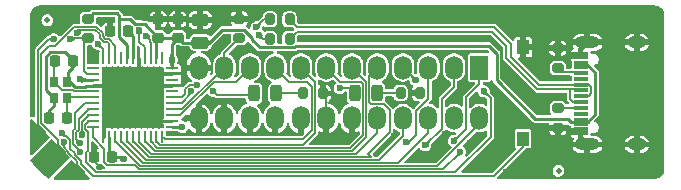
<source format=gbr>
%TF.GenerationSoftware,KiCad,Pcbnew,8.0.4*%
%TF.CreationDate,2024-08-18T12:20:08-07:00*%
%TF.ProjectId,xyp-gpib,7879702d-6770-4696-922e-6b696361645f,2.1*%
%TF.SameCoordinates,Original*%
%TF.FileFunction,Copper,L1,Top*%
%TF.FilePolarity,Positive*%
%FSLAX46Y46*%
G04 Gerber Fmt 4.6, Leading zero omitted, Abs format (unit mm)*
G04 Created by KiCad (PCBNEW 8.0.4) date 2024-08-18 12:20:08*
%MOMM*%
%LPD*%
G01*
G04 APERTURE LIST*
G04 Aperture macros list*
%AMRoundRect*
0 Rectangle with rounded corners*
0 $1 Rounding radius*
0 $2 $3 $4 $5 $6 $7 $8 $9 X,Y pos of 4 corners*
0 Add a 4 corners polygon primitive as box body*
4,1,4,$2,$3,$4,$5,$6,$7,$8,$9,$2,$3,0*
0 Add four circle primitives for the rounded corners*
1,1,$1+$1,$2,$3*
1,1,$1+$1,$4,$5*
1,1,$1+$1,$6,$7*
1,1,$1+$1,$8,$9*
0 Add four rect primitives between the rounded corners*
20,1,$1+$1,$2,$3,$4,$5,0*
20,1,$1+$1,$4,$5,$6,$7,0*
20,1,$1+$1,$6,$7,$8,$9,0*
20,1,$1+$1,$8,$9,$2,$3,0*%
%AMFreePoly0*
4,1,19,0.376977,1.035496,0.413304,0.985496,0.418199,0.954594,0.418198,0.500000,0.500000,0.500000,0.500000,-0.500000,0.418198,-0.499999,0.418198,-1.081873,0.399100,-1.140652,0.349100,-1.176979,0.287296,-1.176979,0.247487,-1.152584,-1.788980,0.883883,-1.817038,0.938952,-1.807370,0.999993,-1.763668,1.043695,-1.718269,1.054594,0.318198,1.054595,0.376977,1.035496,0.376977,1.035496,
$1*%
%AMFreePoly1*
4,1,23,0.376977,1.162775,0.413304,1.112775,0.418198,1.081873,0.418198,0.499999,0.500000,0.500000,0.500000,-0.500000,0.418198,-0.500000,0.418199,-0.954594,0.399100,-1.013373,0.349100,-1.049700,0.318198,-1.054595,-2.100106,-1.054594,-2.158886,-1.035496,-2.195213,-0.985496,-2.199965,-0.959926,-2.252291,0.020124,-2.252311,0.030403,-2.199985,1.086820,-2.178002,1.144582,-2.126266,1.178391,
-2.100106,1.181873,0.318198,1.181872,0.376977,1.162775,0.376977,1.162775,$1*%
%AMFreePoly2*
4,1,19,0.363597,1.170974,0.407299,1.127272,0.418198,1.081873,0.418198,0.499999,0.500000,0.500000,0.500000,-0.500000,0.418198,-0.500000,0.418199,-0.954594,0.399100,-1.013373,0.349100,-1.049700,0.318198,-1.054595,-1.718269,-1.054594,-1.777048,-1.035496,-1.813375,-0.985496,-1.813375,-0.923692,-1.788980,-0.883883,0.247487,1.152584,0.302555,1.180642,0.363597,1.170974,0.363597,1.170974,
$1*%
G04 Aperture macros list end*
%TA.AperFunction,SMDPad,CuDef*%
%ADD10RoundRect,0.062500X-0.062500X0.475000X-0.062500X-0.475000X0.062500X-0.475000X0.062500X0.475000X0*%
%TD*%
%TA.AperFunction,SMDPad,CuDef*%
%ADD11RoundRect,0.062500X-0.475000X0.062500X-0.475000X-0.062500X0.475000X-0.062500X0.475000X0.062500X0*%
%TD*%
%TA.AperFunction,HeatsinkPad*%
%ADD12R,5.200000X5.200000*%
%TD*%
%TA.AperFunction,ComponentPad*%
%ADD13R,1.500000X2.000000*%
%TD*%
%TA.AperFunction,ComponentPad*%
%ADD14O,1.500000X2.000000*%
%TD*%
%TA.AperFunction,SMDPad,CuDef*%
%ADD15RoundRect,0.250000X0.475000X-0.250000X0.475000X0.250000X-0.475000X0.250000X-0.475000X-0.250000X0*%
%TD*%
%TA.AperFunction,SMDPad,CuDef*%
%ADD16RoundRect,0.225000X0.250000X-0.225000X0.250000X0.225000X-0.250000X0.225000X-0.250000X-0.225000X0*%
%TD*%
%TA.AperFunction,SMDPad,CuDef*%
%ADD17RoundRect,0.225000X0.225000X0.250000X-0.225000X0.250000X-0.225000X-0.250000X0.225000X-0.250000X0*%
%TD*%
%TA.AperFunction,SMDPad,CuDef*%
%ADD18RoundRect,0.243750X0.243750X0.456250X-0.243750X0.456250X-0.243750X-0.456250X0.243750X-0.456250X0*%
%TD*%
%TA.AperFunction,SMDPad,CuDef*%
%ADD19RoundRect,0.200000X-0.275000X0.200000X-0.275000X-0.200000X0.275000X-0.200000X0.275000X0.200000X0*%
%TD*%
%TA.AperFunction,SMDPad,CuDef*%
%ADD20RoundRect,0.200000X-0.200000X-0.275000X0.200000X-0.275000X0.200000X0.275000X-0.200000X0.275000X0*%
%TD*%
%TA.AperFunction,SMDPad,CuDef*%
%ADD21RoundRect,0.200000X0.275000X-0.200000X0.275000X0.200000X-0.275000X0.200000X-0.275000X-0.200000X0*%
%TD*%
%TA.AperFunction,SMDPad,CuDef*%
%ADD22FreePoly0,45.000000*%
%TD*%
%TA.AperFunction,SMDPad,CuDef*%
%ADD23FreePoly1,45.000000*%
%TD*%
%TA.AperFunction,SMDPad,CuDef*%
%ADD24FreePoly2,45.000000*%
%TD*%
%TA.AperFunction,SMDPad,CuDef*%
%ADD25RoundRect,0.225000X-0.225000X-0.250000X0.225000X-0.250000X0.225000X0.250000X-0.225000X0.250000X0*%
%TD*%
%TA.AperFunction,SMDPad,CuDef*%
%ADD26R,0.800000X0.900000*%
%TD*%
%TA.AperFunction,SMDPad,CuDef*%
%ADD27C,0.500000*%
%TD*%
%TA.AperFunction,SMDPad,CuDef*%
%ADD28R,1.150000X0.300000*%
%TD*%
%TA.AperFunction,ComponentPad*%
%ADD29O,2.100000X1.000000*%
%TD*%
%TA.AperFunction,ComponentPad*%
%ADD30O,1.600000X1.000000*%
%TD*%
%TA.AperFunction,SMDPad,CuDef*%
%ADD31R,1.000000X1.250000*%
%TD*%
%TA.AperFunction,ViaPad*%
%ADD32C,0.600000*%
%TD*%
%TA.AperFunction,Conductor*%
%ADD33C,0.127000*%
%TD*%
%TA.AperFunction,Conductor*%
%ADD34C,0.250000*%
%TD*%
%TA.AperFunction,Conductor*%
%ADD35C,0.200000*%
%TD*%
%TA.AperFunction,Conductor*%
%ADD36C,0.400000*%
%TD*%
%TA.AperFunction,Conductor*%
%ADD37C,0.150000*%
%TD*%
G04 APERTURE END LIST*
D10*
%TO.P,U1,1,PE6*%
%TO.N,unconnected-(U1-PE6-Pad1)*%
X191349000Y-79593500D03*
%TO.P,U1,2,UVCC*%
%TO.N,+5V*%
X190849000Y-79593500D03*
%TO.P,U1,3,D-*%
%TO.N,Net-(U1-D-)*%
X190349000Y-79593500D03*
%TO.P,U1,4,D+*%
%TO.N,Net-(U1-D+)*%
X189849000Y-79593500D03*
%TO.P,U1,5,UGND*%
%TO.N,GND*%
X189349000Y-79593500D03*
%TO.P,U1,6,UCAP*%
%TO.N,Net-(U1-UCAP)*%
X188849000Y-79593500D03*
%TO.P,U1,7,VBUS*%
%TO.N,+5V*%
X188349000Y-79593500D03*
%TO.P,U1,8,PB0*%
%TO.N,unconnected-(U1-PB0-Pad8)*%
X187849000Y-79593500D03*
%TO.P,U1,9,PB1*%
%TO.N,/SCK*%
X187349000Y-79593500D03*
%TO.P,U1,10,PB2*%
%TO.N,/MOSI*%
X186849000Y-79593500D03*
%TO.P,U1,11,PB3*%
%TO.N,/MISO*%
X186349000Y-79593500D03*
D11*
%TO.P,U1,12,PB7*%
%TO.N,unconnected-(U1-PB7-Pad12)*%
X185511500Y-80431000D03*
%TO.P,U1,13,~{RESET}*%
%TO.N,Net-(ISP1-~{RST})*%
X185511500Y-80931000D03*
%TO.P,U1,14,VCC*%
%TO.N,+5V*%
X185511500Y-81431000D03*
%TO.P,U1,15,GND*%
%TO.N,GND*%
X185511500Y-81931000D03*
%TO.P,U1,16,XTAL2*%
%TO.N,Net-(U1-XTAL2)*%
X185511500Y-82431000D03*
%TO.P,U1,17,XTAL1*%
%TO.N,Net-(U1-XTAL1)*%
X185511500Y-82931000D03*
%TO.P,U1,18,PD0*%
%TO.N,/DIO1*%
X185511500Y-83431000D03*
%TO.P,U1,19,PD1*%
%TO.N,/DIO2*%
X185511500Y-83931000D03*
%TO.P,U1,20,PD2*%
%TO.N,/DIO3*%
X185511500Y-84431000D03*
%TO.P,U1,21,PD3*%
%TO.N,/DIO4*%
X185511500Y-84931000D03*
%TO.P,U1,22,PD5*%
%TO.N,/DIO6*%
X185511500Y-85431000D03*
D10*
%TO.P,U1,23,GND*%
%TO.N,GND*%
X186349000Y-86268500D03*
%TO.P,U1,24,AVCC*%
%TO.N,+5V*%
X186849000Y-86268500D03*
%TO.P,U1,25,PD4*%
%TO.N,/DIO5*%
X187349000Y-86268500D03*
%TO.P,U1,26,PD6*%
%TO.N,/DIO7*%
X187849000Y-86268500D03*
%TO.P,U1,27,PD7*%
%TO.N,/DIO8*%
X188349000Y-86268500D03*
%TO.P,U1,28,PB4*%
%TO.N,/EOI*%
X188849000Y-86268500D03*
%TO.P,U1,29,PB5*%
%TO.N,/REN*%
X189349000Y-86268500D03*
%TO.P,U1,30,PB6*%
%TO.N,/DAV*%
X189849000Y-86268500D03*
%TO.P,U1,31,PC6*%
%TO.N,/NRFD*%
X190349000Y-86268500D03*
%TO.P,U1,32,PC7*%
%TO.N,/NDAC*%
X190849000Y-86268500D03*
%TO.P,U1,33,~{HWB}/PE2*%
%TO.N,/IFC*%
X191349000Y-86268500D03*
D11*
%TO.P,U1,34,VCC*%
%TO.N,+5V*%
X192186500Y-85431000D03*
%TO.P,U1,35,GND*%
%TO.N,GND*%
X192186500Y-84931000D03*
%TO.P,U1,36,PF7*%
%TO.N,/SRQ*%
X192186500Y-84431000D03*
%TO.P,U1,37,PF6*%
%TO.N,/ATN*%
X192186500Y-83931000D03*
%TO.P,U1,38,PF5*%
%TO.N,/PF5*%
X192186500Y-83431000D03*
%TO.P,U1,39,PF4*%
%TO.N,/PF4*%
X192186500Y-82931000D03*
%TO.P,U1,40,PF1*%
%TO.N,unconnected-(U1-PF1-Pad40)*%
X192186500Y-82431000D03*
%TO.P,U1,41,PF0*%
%TO.N,GND*%
X192186500Y-81931000D03*
%TO.P,U1,42,AREF*%
%TO.N,unconnected-(U1-AREF-Pad42)*%
X192186500Y-81431000D03*
%TO.P,U1,43,GND*%
%TO.N,GND*%
X192186500Y-80931000D03*
%TO.P,U1,44,AVCC*%
%TO.N,+5V*%
X192186500Y-80431000D03*
D12*
%TO.P,U1,45,GND*%
%TO.N,GND*%
X188849000Y-82931000D03*
%TD*%
D13*
%TO.P,GPIB1,1,1*%
%TO.N,/DIO1*%
X218194000Y-80405000D03*
D14*
%TO.P,GPIB1,2,2*%
%TO.N,/DIO2*%
X216034000Y-80405000D03*
%TO.P,GPIB1,3,3*%
%TO.N,/DIO3*%
X213874000Y-80405000D03*
%TO.P,GPIB1,4,4*%
%TO.N,/DIO4*%
X211714000Y-80405000D03*
%TO.P,GPIB1,5,5*%
%TO.N,/EOI*%
X209554000Y-80405000D03*
%TO.P,GPIB1,6,6*%
%TO.N,/DAV*%
X207394000Y-80405000D03*
%TO.P,GPIB1,7,7*%
%TO.N,/NRFD*%
X205234000Y-80405000D03*
%TO.P,GPIB1,8,8*%
%TO.N,/NDAC*%
X203074000Y-80405000D03*
%TO.P,GPIB1,9,9*%
%TO.N,/IFC*%
X200914000Y-80405000D03*
%TO.P,GPIB1,10,10*%
%TO.N,/SRQ*%
X198754000Y-80405000D03*
%TO.P,GPIB1,11,11*%
%TO.N,/ATN*%
X196594000Y-80405000D03*
%TO.P,GPIB1,12,12*%
%TO.N,GND*%
X194434000Y-80405000D03*
%TO.P,GPIB1,13,13*%
%TO.N,/DIO5*%
X218194000Y-84695000D03*
%TO.P,GPIB1,14,14*%
%TO.N,/DIO6*%
X216034000Y-84695000D03*
%TO.P,GPIB1,15,15*%
%TO.N,/DIO7*%
X213874000Y-84695000D03*
%TO.P,GPIB1,16,16*%
%TO.N,/DIO8*%
X211714000Y-84695000D03*
%TO.P,GPIB1,17,17*%
%TO.N,/REN*%
X209554000Y-84695000D03*
%TO.P,GPIB1,18,18*%
%TO.N,GND*%
X207394000Y-84695000D03*
%TO.P,GPIB1,19,19*%
X205234000Y-84695000D03*
%TO.P,GPIB1,20,20*%
X203074000Y-84695000D03*
%TO.P,GPIB1,21,21*%
X200914000Y-84695000D03*
%TO.P,GPIB1,22,22*%
X198754000Y-84695000D03*
%TO.P,GPIB1,23,23*%
X196594000Y-84695000D03*
%TO.P,GPIB1,24,24*%
X194434000Y-84695000D03*
%TD*%
D15*
%TO.P,C1,1*%
%TO.N,+5V*%
X194564000Y-78293000D03*
%TO.P,C1,2*%
%TO.N,GND*%
X194564000Y-76393000D03*
%TD*%
D16*
%TO.P,C2,1*%
%TO.N,+5V*%
X191008000Y-77864000D03*
%TO.P,C2,2*%
%TO.N,GND*%
X191008000Y-76314000D03*
%TD*%
D17*
%TO.P,C7,1*%
%TO.N,Net-(U1-UCAP)*%
X188481000Y-77343000D03*
%TO.P,C7,2*%
%TO.N,GND*%
X186931000Y-77343000D03*
%TD*%
D18*
%TO.P,D1,1,K*%
%TO.N,Net-(D1-K)*%
X200987900Y-82600800D03*
%TO.P,D1,2,A*%
%TO.N,/PF5*%
X199112900Y-82600800D03*
%TD*%
D19*
%TO.P,R1,1*%
%TO.N,+5V*%
X185039000Y-76264000D03*
%TO.P,R1,2*%
%TO.N,Net-(ISP1-~{RST})*%
X185039000Y-77914000D03*
%TD*%
D20*
%TO.P,R2,1*%
%TO.N,Net-(U1-D-)*%
X200470000Y-77978000D03*
%TO.P,R2,2*%
%TO.N,/D-*%
X202120000Y-77978000D03*
%TD*%
%TO.P,R3,1*%
%TO.N,Net-(U1-D+)*%
X200470000Y-76327000D03*
%TO.P,R3,2*%
%TO.N,/D+*%
X202120000Y-76327000D03*
%TD*%
%TO.P,R4,1*%
%TO.N,Net-(D1-K)*%
X203289400Y-82600800D03*
%TO.P,R4,2*%
%TO.N,GND*%
X204939400Y-82600800D03*
%TD*%
D21*
%TO.P,R5,1*%
%TO.N,/ATN*%
X197866000Y-77914000D03*
%TO.P,R5,2*%
%TO.N,GND*%
X197866000Y-76264000D03*
%TD*%
D22*
%TO.P,ISP1,1,MISO*%
%TO.N,/MISO*%
X184121200Y-89210800D03*
D23*
%TO.P,ISP1,3,SCK*%
%TO.N,/SCK*%
X182501200Y-87590800D03*
D24*
%TO.P,ISP1,5,~{RST}*%
%TO.N,Net-(ISP1-~{RST})*%
X180791200Y-85880800D03*
%TD*%
D25*
%TO.P,C5,1*%
%TO.N,Net-(U1-XTAL2)*%
X182232000Y-79883000D03*
%TO.P,C5,2*%
%TO.N,GND*%
X183782000Y-79883000D03*
%TD*%
D17*
%TO.P,C6,1*%
%TO.N,Net-(U1-XTAL1)*%
X183274000Y-84709000D03*
%TO.P,C6,2*%
%TO.N,GND*%
X181724000Y-84709000D03*
%TD*%
D26*
%TO.P,Y1,1,1*%
%TO.N,Net-(U1-XTAL2)*%
X182203000Y-81596000D03*
%TO.P,Y1,2,2*%
%TO.N,GND*%
X182203000Y-82996000D03*
%TO.P,Y1,3,3*%
%TO.N,Net-(U1-XTAL1)*%
X183303000Y-82996000D03*
%TO.P,Y1,4,4*%
%TO.N,GND*%
X183303000Y-81596000D03*
%TD*%
D16*
%TO.P,C3,1*%
%TO.N,+5V*%
X192659000Y-77864000D03*
%TO.P,C3,2*%
%TO.N,GND*%
X192659000Y-76314000D03*
%TD*%
D17*
%TO.P,C4,1*%
%TO.N,+5V*%
X187084000Y-88011000D03*
%TO.P,C4,2*%
%TO.N,GND*%
X185534000Y-88011000D03*
%TD*%
D27*
%TO.P,FID1,*%
%TO.N,*%
X224891600Y-89154000D03*
%TD*%
%TO.P,FID2,*%
%TO.N,*%
X181610000Y-76403200D03*
%TD*%
D28*
%TO.P,J1,A1,GND*%
%TO.N,GND*%
X226771200Y-85946800D03*
%TO.P,J1,A4,VBUS*%
%TO.N,+5V*%
X226771200Y-85146800D03*
%TO.P,J1,A5,CC1*%
%TO.N,Net-(J1-CC1)*%
X226771200Y-83846800D03*
%TO.P,J1,A6,D+*%
%TO.N,/D+*%
X226771200Y-82846800D03*
%TO.P,J1,A7,D-*%
%TO.N,/D-*%
X226771200Y-82346800D03*
%TO.P,J1,A8,SBU1*%
%TO.N,unconnected-(J1-SBU1-PadA8)*%
X226771200Y-81346800D03*
%TO.P,J1,A9,VBUS*%
%TO.N,+5V*%
X226771200Y-80046800D03*
%TO.P,J1,A12,GND*%
%TO.N,GND*%
X226771200Y-79246800D03*
%TO.P,J1,B1,GND*%
X226771200Y-79546800D03*
%TO.P,J1,B4,VBUS*%
%TO.N,+5V*%
X226771200Y-80346800D03*
%TO.P,J1,B5,CC2*%
%TO.N,Net-(J1-CC2)*%
X226771200Y-80846800D03*
%TO.P,J1,B6,D+*%
%TO.N,/D+*%
X226771200Y-81846800D03*
%TO.P,J1,B7,D-*%
%TO.N,/D-*%
X226771200Y-83346800D03*
%TO.P,J1,B8,SBU2*%
%TO.N,unconnected-(J1-SBU2-PadB8)*%
X226771200Y-84346800D03*
%TO.P,J1,B9,VBUS*%
%TO.N,+5V*%
X226771200Y-84846800D03*
%TO.P,J1,B12,GND*%
%TO.N,GND*%
X226771200Y-85646800D03*
D29*
%TO.P,J1,S1,SHIELD*%
X227336200Y-86916800D03*
D30*
X231516200Y-86916800D03*
D29*
X227336200Y-78276800D03*
D30*
X231516200Y-78276800D03*
%TD*%
D20*
%TO.P,R6,1*%
%TO.N,Net-(D2-K)*%
X211519000Y-82550000D03*
%TO.P,R6,2*%
%TO.N,GND*%
X213169000Y-82550000D03*
%TD*%
D18*
%TO.P,D2,1,K*%
%TO.N,Net-(D2-K)*%
X209522300Y-82550000D03*
%TO.P,D2,2,A*%
%TO.N,/PF4*%
X207647300Y-82550000D03*
%TD*%
D31*
%TO.P,SW1,1,1*%
%TO.N,GND*%
X221869000Y-78675000D03*
%TO.P,SW1,2,2*%
%TO.N,/MOSI*%
X221869000Y-86425000D03*
%TD*%
D19*
%TO.P,R7,1*%
%TO.N,Net-(J1-CC1)*%
X224840800Y-83858600D03*
%TO.P,R7,2*%
%TO.N,GND*%
X224840800Y-85508600D03*
%TD*%
%TO.P,R8,1*%
%TO.N,GND*%
X224840800Y-78778600D03*
%TO.P,R8,2*%
%TO.N,Net-(J1-CC2)*%
X224840800Y-80428600D03*
%TD*%
D32*
%TO.N,GND*%
X217119200Y-81788000D03*
X223012000Y-83693000D03*
X220472000Y-89281000D03*
X211023200Y-77978000D03*
X190144400Y-81635600D03*
X185470800Y-79552800D03*
X204165200Y-79298800D03*
X218694000Y-75819000D03*
X200050400Y-82600800D03*
X189865000Y-76200000D03*
X199898000Y-79298800D03*
X196088000Y-76255189D03*
X196138800Y-78689200D03*
X221081600Y-84886800D03*
X220472000Y-80518000D03*
X208635600Y-79298800D03*
X182778400Y-75692000D03*
X207137000Y-75692000D03*
X216331800Y-83058000D03*
X224028000Y-75819000D03*
X187502800Y-84175600D03*
X212801200Y-79349600D03*
X232410000Y-76073000D03*
X203073000Y-77978000D03*
X215290400Y-86055200D03*
X180695600Y-77216000D03*
X218000000Y-78000000D03*
X202031600Y-79349600D03*
X193167000Y-81407000D03*
X224739200Y-82956400D03*
X219659200Y-82600800D03*
X197713600Y-79095600D03*
X231902000Y-89027000D03*
X217830400Y-83108800D03*
X232918000Y-82550000D03*
X188849000Y-82931000D03*
X186944000Y-76581000D03*
X190144400Y-84251800D03*
X223012000Y-80645000D03*
X217373200Y-86817200D03*
X187579000Y-81635600D03*
X186029600Y-88792500D03*
X219710000Y-87960200D03*
X210972400Y-86207600D03*
X212394800Y-75844400D03*
%TO.N,+5V*%
X184404000Y-81407000D03*
X188075501Y-88186500D03*
X193040000Y-85445600D03*
X192151000Y-79756000D03*
%TO.N,/DIO4*%
X218567000Y-82423000D03*
X212801200Y-81483200D03*
%TO.N,/DIO3*%
X211963000Y-86741000D03*
X184549000Y-86078621D03*
%TO.N,/DIO6*%
X216563983Y-87531983D03*
%TO.N,/DIO2*%
X213614000Y-86995000D03*
X184393642Y-86788318D03*
%TO.N,/DIO1*%
X184409156Y-87514655D03*
X216027000Y-86614000D03*
%TO.N,/MOSI*%
X184150000Y-77452000D03*
X182847200Y-85929606D03*
%TO.N,/PF5*%
X193816102Y-82422394D03*
X195633819Y-82379600D03*
%TO.N,/MISO*%
X185872023Y-78398804D03*
X182991200Y-86694428D03*
%TO.N,Net-(ISP1-~{RST})*%
X182168800Y-77989508D03*
X183568916Y-77989508D03*
%TO.N,Net-(U1-D-)*%
X199543540Y-77676621D03*
X189974479Y-77706000D03*
%TO.N,Net-(U1-D+)*%
X199313800Y-76987400D03*
X189357500Y-77259500D03*
%TO.N,/PF4*%
X194310000Y-81889600D03*
X206349600Y-82143600D03*
%TD*%
D33*
%TO.N,Net-(U1-XTAL2)*%
X182853000Y-82296000D02*
X182203000Y-81646000D01*
X185511500Y-82431000D02*
X183893500Y-82431000D01*
X182203000Y-81596000D02*
X182203000Y-79912000D01*
X182203000Y-81646000D02*
X182203000Y-81596000D01*
X183758500Y-82296000D02*
X182853000Y-82296000D01*
X183893500Y-82431000D02*
X183758500Y-82296000D01*
X182203000Y-79912000D02*
X182232000Y-79883000D01*
D34*
%TO.N,GND*%
X186374000Y-86243500D02*
X186374000Y-85279000D01*
X192186500Y-84931000D02*
X190976000Y-84931000D01*
D35*
X204939400Y-82600800D02*
X205234000Y-82895400D01*
D34*
X183782000Y-79769000D02*
X183134000Y-79121000D01*
X183388000Y-81511000D02*
X183388000Y-80772000D01*
X192186500Y-80931000D02*
X190595000Y-80931000D01*
X181724000Y-84087000D02*
X182203000Y-83608000D01*
X183504684Y-81596000D02*
X183303000Y-81596000D01*
X186349000Y-86268500D02*
X186374000Y-86243500D01*
X181483000Y-79482420D02*
X181483000Y-82276000D01*
X189349000Y-82558000D02*
X188976000Y-82931000D01*
X184768455Y-82064672D02*
X183973356Y-82064672D01*
D36*
X226743200Y-78795000D02*
X227313200Y-78225000D01*
D34*
X189349000Y-79593500D02*
X189349000Y-82558000D01*
X184902127Y-81931000D02*
X184768455Y-82064672D01*
D35*
X185534000Y-88296900D02*
X186029600Y-88792500D01*
D36*
X226743200Y-86305000D02*
X227313200Y-86875000D01*
D34*
X182203000Y-83608000D02*
X182203000Y-82996000D01*
X183388000Y-80772000D02*
X183782000Y-80378000D01*
X181724000Y-84709000D02*
X181724000Y-84087000D01*
X183782000Y-80378000D02*
X183782000Y-79883000D01*
D33*
X185534000Y-88011000D02*
X185534000Y-88296900D01*
D35*
X205234000Y-82895400D02*
X205234000Y-84695000D01*
D34*
X181844420Y-79121000D02*
X181483000Y-79482420D01*
X183134000Y-79121000D02*
X181844420Y-79121000D01*
X190976000Y-84931000D02*
X190500000Y-84455000D01*
D36*
X226743200Y-79350000D02*
X226743200Y-78795000D01*
D34*
X185511500Y-81931000D02*
X184902127Y-81931000D01*
X186374000Y-85279000D02*
X187198000Y-84455000D01*
X185511500Y-81931000D02*
X186420000Y-81931000D01*
X183973356Y-82064672D02*
X183504684Y-81596000D01*
X181483000Y-82276000D02*
X182203000Y-82996000D01*
X190595000Y-80931000D02*
X190500000Y-81026000D01*
X192186500Y-81931000D02*
X191405000Y-81931000D01*
D35*
X213169000Y-82550000D02*
X213004400Y-82550000D01*
D34*
X186420000Y-81931000D02*
X187198000Y-81153000D01*
X183303000Y-81596000D02*
X183388000Y-81511000D01*
X191405000Y-81931000D02*
X190500000Y-81026000D01*
D36*
X226743200Y-85750000D02*
X226743200Y-86305000D01*
D34*
X183782000Y-79883000D02*
X183782000Y-79769000D01*
%TO.N,+5V*%
X192659000Y-77864000D02*
X191008000Y-77864000D01*
X218987784Y-78587600D02*
X219644500Y-79244316D01*
X194564000Y-78293000D02*
X193088000Y-78293000D01*
X192151000Y-79756000D02*
X192151000Y-78372000D01*
X189592354Y-76708000D02*
X189636354Y-76752000D01*
X196413200Y-77216000D02*
X198282225Y-77216000D01*
X193088000Y-78293000D02*
X192659000Y-77864000D01*
X227303400Y-80150000D02*
X226743200Y-80150000D01*
X202624625Y-78587600D02*
X218987784Y-78587600D01*
X198282225Y-77216000D02*
X198932800Y-77866575D01*
X187706000Y-76039932D02*
X187485068Y-75819000D01*
X198932800Y-78047446D02*
X199590354Y-78705000D01*
X227358600Y-84988400D02*
X227973800Y-84373200D01*
X195336200Y-78293000D02*
X196413200Y-77216000D01*
X194564000Y-78293000D02*
X195336200Y-78293000D01*
X187900001Y-88011000D02*
X187084000Y-88011000D01*
X202507225Y-78705000D02*
X202624625Y-78587600D01*
X188075501Y-88186500D02*
X187900001Y-88011000D01*
X188349000Y-79593500D02*
X188349000Y-78463817D01*
X187706000Y-76327000D02*
X188614580Y-76327000D01*
X184404000Y-81407000D02*
X184428000Y-81431000D01*
X192201100Y-85445600D02*
X192186500Y-85431000D01*
X187485068Y-75819000D02*
X185484000Y-75819000D01*
X219644500Y-79244316D02*
X219644500Y-81468500D01*
X192151000Y-80395500D02*
X192186500Y-80431000D01*
X219644500Y-81468500D02*
X222926000Y-84750000D01*
X225907600Y-84988400D02*
X227358600Y-84988400D01*
X190849000Y-78023000D02*
X191008000Y-77864000D01*
X225669200Y-84750000D02*
X225907600Y-84988400D01*
X186849000Y-87776000D02*
X187084000Y-88011000D01*
X186849000Y-86268500D02*
X186849000Y-87776000D01*
X222926000Y-84750000D02*
X225669200Y-84750000D01*
X190849000Y-79593500D02*
X190849000Y-78023000D01*
X185484000Y-75819000D02*
X185039000Y-76264000D01*
X188614580Y-76327000D02*
X188995580Y-76708000D01*
X188349000Y-78463817D02*
X187706000Y-77820817D01*
X187706000Y-77820817D02*
X187706000Y-76865183D01*
X187706000Y-76865183D02*
X187706000Y-76327000D01*
X188995580Y-76708000D02*
X189592354Y-76708000D01*
X192151000Y-79756000D02*
X192151000Y-80395500D01*
X189896000Y-76752000D02*
X191008000Y-77864000D01*
X198932800Y-77866575D02*
X198932800Y-78047446D01*
X227973800Y-80820400D02*
X227303400Y-80150000D01*
X187706000Y-76865183D02*
X187706000Y-76039932D01*
X192151000Y-78372000D02*
X192659000Y-77864000D01*
X199590354Y-78705000D02*
X202507225Y-78705000D01*
X184428000Y-81431000D02*
X185511500Y-81431000D01*
X193040000Y-85445600D02*
X192201100Y-85445600D01*
X189636354Y-76752000D02*
X189896000Y-76752000D01*
X227973800Y-84373200D02*
X227973800Y-80820400D01*
D33*
%TO.N,Net-(U1-XTAL1)*%
X183303000Y-84680000D02*
X183274000Y-84709000D01*
X183368000Y-82931000D02*
X183303000Y-82996000D01*
X185511500Y-82931000D02*
X183368000Y-82931000D01*
X183303000Y-82996000D02*
X183303000Y-84680000D01*
D34*
%TO.N,Net-(U1-UCAP)*%
X188849000Y-79593500D02*
X188849000Y-77711000D01*
X188849000Y-77711000D02*
X188481000Y-77343000D01*
D35*
%TO.N,Net-(D1-K)*%
X200987900Y-82600800D02*
X203289400Y-82600800D01*
D33*
%TO.N,/ATN*%
X192186500Y-83931000D02*
X193000462Y-83931000D01*
X197866000Y-77914000D02*
X196594000Y-79186000D01*
X196594000Y-79186000D02*
X196594000Y-80405000D01*
X193000462Y-83931000D02*
X196526462Y-80405000D01*
X196526462Y-80405000D02*
X196594000Y-80405000D01*
%TO.N,/SRQ*%
X192186500Y-84431000D02*
X192859672Y-84431000D01*
X192859672Y-84431000D02*
X195695172Y-81595500D01*
X195695172Y-81595500D02*
X197563500Y-81595500D01*
X197563500Y-81595500D02*
X198754000Y-80405000D01*
%TO.N,/IFC*%
X200914000Y-80405000D02*
X202104500Y-81595500D01*
X203566300Y-81595500D02*
X204039500Y-82068700D01*
X202104500Y-81595500D02*
X203566300Y-81595500D01*
X200914000Y-80877210D02*
X200914000Y-80405000D01*
X204039500Y-85672900D02*
X203232400Y-86480000D01*
X204039500Y-82068700D02*
X204039500Y-85672900D01*
X191560500Y-86480000D02*
X191349000Y-86268500D01*
X203232400Y-86480000D02*
X191560500Y-86480000D01*
%TO.N,/NDAC*%
X204293500Y-81624500D02*
X203074000Y-80405000D01*
X191516296Y-86996500D02*
X191517796Y-86995000D01*
X190849000Y-86663796D02*
X191181704Y-86996500D01*
X191181704Y-86996500D02*
X191516296Y-86996500D01*
X203225400Y-86995000D02*
X204293500Y-85926900D01*
X190849000Y-86268500D02*
X190849000Y-86663796D01*
X191517796Y-86995000D02*
X203225400Y-86995000D01*
X204293500Y-85926900D02*
X204293500Y-81624500D01*
%TO.N,/NRFD*%
X208334500Y-81791700D02*
X208138300Y-81595500D01*
X206424500Y-81595500D02*
X205234000Y-80405000D01*
X190349000Y-86268500D02*
X190349000Y-86663796D01*
X207238600Y-87249000D02*
X208334500Y-86153100D01*
X190935704Y-87250500D02*
X191621506Y-87250500D01*
X208138300Y-81595500D02*
X206424500Y-81595500D01*
X208334500Y-86153100D02*
X208334500Y-81791700D01*
X191621506Y-87250500D02*
X191623006Y-87249000D01*
X190349000Y-86663796D02*
X190935704Y-87250500D01*
X191623006Y-87249000D02*
X207238600Y-87249000D01*
%TO.N,/DAV*%
X189849000Y-86663796D02*
X190689704Y-87504500D01*
X207391000Y-87503000D02*
X208588500Y-86305500D01*
X208588500Y-86305500D02*
X208588500Y-81599500D01*
X191726716Y-87504500D02*
X191728216Y-87503000D01*
X208588500Y-81599500D02*
X207394000Y-80405000D01*
X191728216Y-87503000D02*
X207391000Y-87503000D01*
X190689704Y-87504500D02*
X191726716Y-87504500D01*
X189849000Y-86268500D02*
X189849000Y-86663796D01*
%TO.N,/REN*%
X190420500Y-87758500D02*
X191831926Y-87758500D01*
X207772000Y-87757000D02*
X209554000Y-85975000D01*
X191833426Y-87757000D02*
X207772000Y-87757000D01*
X191831926Y-87758500D02*
X191833426Y-87757000D01*
X189349000Y-86268500D02*
X189349000Y-86687000D01*
X209554000Y-85975000D02*
X209554000Y-84695000D01*
X189349000Y-86687000D02*
X190420500Y-87758500D01*
%TO.N,/EOI*%
X188849000Y-86268500D02*
X188849000Y-86663796D01*
X191937136Y-88012500D02*
X191938636Y-88011000D01*
X208842500Y-83305000D02*
X208842500Y-81116500D01*
X210616800Y-85826600D02*
X210616800Y-84023200D01*
X210616800Y-84023200D02*
X210098100Y-83504500D01*
X208842500Y-81116500D02*
X209554000Y-80405000D01*
X210098100Y-83504500D02*
X209042000Y-83504500D01*
X191938636Y-88011000D02*
X209042000Y-88011000D01*
X209042000Y-83504500D02*
X208842500Y-83305000D01*
X190197704Y-88012500D02*
X191937136Y-88012500D01*
X188849000Y-86663796D02*
X190197704Y-88012500D01*
X209042000Y-88011000D02*
X208737200Y-87706200D01*
X208737200Y-87706200D02*
X210616800Y-85826600D01*
%TO.N,/DIO8*%
X209677000Y-88265000D02*
X211714000Y-86228000D01*
X189951704Y-88266500D02*
X192042346Y-88266500D01*
X211714000Y-86228000D02*
X211714000Y-84695000D01*
X192043846Y-88265000D02*
X209677000Y-88265000D01*
X188349000Y-86663796D02*
X189951704Y-88266500D01*
X192042346Y-88266500D02*
X192043846Y-88265000D01*
X188349000Y-86268500D02*
X188349000Y-86663796D01*
%TO.N,/DIO4*%
X216152500Y-89282500D02*
X219134500Y-86300500D01*
X184893500Y-88441828D02*
X185734672Y-89283000D01*
X189248784Y-89283000D02*
X189249284Y-89282500D01*
X185511500Y-84931000D02*
X185116204Y-84931000D01*
X184893500Y-87588894D02*
X184893500Y-88441828D01*
X185116204Y-84931000D02*
X184783500Y-85263704D01*
X212792200Y-81483200D02*
X211714000Y-80405000D01*
X185734672Y-89283000D02*
X189248784Y-89283000D01*
X185039000Y-87443394D02*
X184893500Y-87588894D01*
X212801200Y-81483200D02*
X212792200Y-81483200D01*
X184783500Y-85598296D02*
X185039000Y-85853796D01*
X189249284Y-89282500D02*
X216152500Y-89282500D01*
X184783500Y-85263704D02*
X184783500Y-85598296D01*
X219134500Y-82990500D02*
X218567000Y-82423000D01*
X219134500Y-86300500D02*
X219134500Y-82990500D01*
X185039000Y-85853796D02*
X185039000Y-87443394D01*
%TO.N,/DIO7*%
X211301100Y-88520500D02*
X213874000Y-85947600D01*
X187849000Y-86268500D02*
X187849000Y-86663796D01*
X189705704Y-88520500D02*
X211301100Y-88520500D01*
X213874000Y-85947600D02*
X213874000Y-84695000D01*
X187849000Y-86663796D02*
X189705704Y-88520500D01*
%TO.N,/DIO3*%
X212852000Y-84074000D02*
X213874000Y-83052000D01*
X184529500Y-85017704D02*
X185116204Y-84431000D01*
X211963000Y-86741000D02*
X212217000Y-86741000D01*
X213874000Y-83052000D02*
X213874000Y-80405000D01*
X212217000Y-86741000D02*
X212852000Y-86106000D01*
X212852000Y-86106000D02*
X212852000Y-84074000D01*
X185116204Y-84431000D02*
X185511500Y-84431000D01*
X184529500Y-86059121D02*
X184529500Y-85017704D01*
X184549000Y-86078621D02*
X184529500Y-86059121D01*
%TO.N,/DIO6*%
X215136500Y-89028500D02*
X189354494Y-89028500D01*
X185511500Y-86326296D02*
X185511500Y-85431000D01*
X186443500Y-87258296D02*
X185511500Y-86326296D01*
X189354494Y-89028500D02*
X189002494Y-88676500D01*
X216563983Y-87531983D02*
X216563983Y-87601017D01*
X189002494Y-88676500D02*
X186686894Y-88676500D01*
X186443500Y-88433106D02*
X186443500Y-87258296D01*
X186686894Y-88676500D02*
X186443500Y-88433106D01*
X216563983Y-87601017D02*
X215136500Y-89028500D01*
%TO.N,/DIO2*%
X215011000Y-83058000D02*
X216034000Y-82035000D01*
X215011000Y-85598000D02*
X215011000Y-83058000D01*
X184275500Y-85658449D02*
X184058500Y-85875449D01*
X184058500Y-85875449D02*
X184058500Y-86453176D01*
X185511500Y-83931000D02*
X185116204Y-83931000D01*
X184275500Y-84771704D02*
X184275500Y-85658449D01*
X213614000Y-86995000D02*
X215011000Y-85598000D01*
X185116204Y-83931000D02*
X184275500Y-84771704D01*
X184058500Y-86453176D02*
X184393642Y-86788318D01*
X216034000Y-82035000D02*
X216034000Y-80405000D01*
%TO.N,/DIO5*%
X189459704Y-88774500D02*
X214628500Y-88774500D01*
X187349000Y-86663796D02*
X189459704Y-88774500D01*
X214628500Y-88774500D02*
X218194000Y-85209000D01*
X187349000Y-86268500D02*
X187349000Y-86663796D01*
X218194000Y-85209000D02*
X218194000Y-84695000D01*
%TO.N,/DIO1*%
X184770394Y-83431000D02*
X185511500Y-83431000D01*
X183804500Y-85689500D02*
X183914500Y-85579500D01*
X217043000Y-85598000D02*
X217043000Y-82931000D01*
X217043000Y-82931000D02*
X218194000Y-81780000D01*
X184190470Y-87295969D02*
X184190470Y-87278818D01*
X218194000Y-81780000D02*
X218194000Y-80405000D01*
X183914500Y-85579500D02*
X183914500Y-84286894D01*
X183914500Y-84286894D02*
X184770394Y-83431000D01*
X183804500Y-86892848D02*
X183804500Y-85689500D01*
X184190470Y-87278818D02*
X183804500Y-86892848D01*
X216027000Y-86614000D02*
X217043000Y-85598000D01*
X184409156Y-87514655D02*
X184190470Y-87295969D01*
%TO.N,/MOSI*%
X186428684Y-78262500D02*
X186036500Y-77870316D01*
X183550500Y-86560056D02*
X183550500Y-87261844D01*
X185665987Y-77216000D02*
X184386000Y-77216000D01*
X184454800Y-88567884D02*
X185447316Y-89560400D01*
X183194372Y-86203928D02*
X183550500Y-86560056D01*
X184168000Y-77452000D02*
X184404000Y-77216000D01*
X186849000Y-79593500D02*
X186849000Y-78399013D01*
X184454800Y-88324360D02*
X184454800Y-88567884D01*
X186036500Y-77586513D02*
X185665987Y-77216000D01*
X184150000Y-77452000D02*
X184168000Y-77452000D01*
X186849000Y-78399013D02*
X186712487Y-78262500D01*
X186712487Y-78262500D02*
X186428684Y-78262500D01*
X183918656Y-87630000D02*
X183918656Y-87788216D01*
X183550500Y-87261844D02*
X183918656Y-87630000D01*
X183918656Y-87788216D02*
X184454800Y-88324360D01*
X183121522Y-86203928D02*
X183194372Y-86203928D01*
X219448600Y-89560400D02*
X221869000Y-87140000D01*
X221869000Y-86425000D02*
X221869000Y-87140000D01*
X182847200Y-85929606D02*
X183121522Y-86203928D01*
X185447316Y-89560400D02*
X219448600Y-89560400D01*
X184386000Y-77216000D02*
X184150000Y-77452000D01*
X186036500Y-77870316D02*
X186036500Y-77586513D01*
%TO.N,/PF5*%
X192971800Y-83431000D02*
X192186500Y-83431000D01*
X198960500Y-82753200D02*
X199112900Y-82600800D01*
X193816102Y-82586698D02*
X192971800Y-83431000D01*
X193816102Y-82422394D02*
X193816102Y-82586698D01*
X195633819Y-82379600D02*
X196007419Y-82753200D01*
X196007419Y-82753200D02*
X198960500Y-82753200D01*
%TO.N,/SCK*%
X185771197Y-76962000D02*
X186290500Y-77481303D01*
X186817697Y-78008500D02*
X187349000Y-78539803D01*
X181711600Y-78587600D02*
X182270400Y-78587600D01*
X181083500Y-79215700D02*
X181711600Y-78587600D01*
X187349000Y-78539803D02*
X187349000Y-79593500D01*
X182270400Y-78587600D02*
X183896000Y-76962000D01*
X186533894Y-78008500D02*
X186817697Y-78008500D01*
X182501200Y-87590800D02*
X182501200Y-86548806D01*
X183896000Y-76962000D02*
X185771197Y-76962000D01*
X186290500Y-77765106D02*
X186533894Y-78008500D01*
X186290500Y-77481303D02*
X186290500Y-77765106D01*
X182501200Y-86548806D02*
X181083500Y-85131106D01*
X181083500Y-85131106D02*
X181083500Y-79215700D01*
%TO.N,/MISO*%
X183398807Y-87511891D02*
X183398807Y-87627577D01*
X184121200Y-88349970D02*
X184121200Y-89210800D01*
X186349000Y-78875781D02*
X185872023Y-78398804D01*
X182991200Y-86694428D02*
X182991200Y-87104284D01*
X183398807Y-87627577D02*
X184121200Y-88349970D01*
X182991200Y-87104284D02*
X183398807Y-87511891D01*
X186349000Y-79593500D02*
X186349000Y-78875781D01*
%TO.N,Net-(ISP1-~{RST})*%
X181750892Y-77989508D02*
X180791200Y-78949200D01*
X184710500Y-78242500D02*
X185039000Y-77914000D01*
X184710500Y-78435200D02*
X184710500Y-78242500D01*
X182168800Y-77989508D02*
X181750892Y-77989508D01*
X183615924Y-77942500D02*
X184710500Y-77942500D01*
X183568916Y-77989508D02*
X183615924Y-77942500D01*
X184710500Y-77942500D02*
X184710500Y-78435200D01*
X184955046Y-80931000D02*
X184710500Y-80686454D01*
X185511500Y-80931000D02*
X184955046Y-80931000D01*
X184710500Y-78740000D02*
X184710500Y-78435200D01*
X180791200Y-78949200D02*
X180791200Y-85880800D01*
X184710500Y-80686454D02*
X184710500Y-78740000D01*
%TO.N,Net-(U1-D-)*%
X190342500Y-78074021D02*
X190342500Y-78261106D01*
X190342500Y-78261106D02*
X190347600Y-78266206D01*
X190347600Y-78266206D02*
X190347600Y-79592100D01*
X190347600Y-79592100D02*
X190349000Y-79593500D01*
X199844919Y-77978000D02*
X200470000Y-77978000D01*
X199543540Y-77676621D02*
X199844919Y-77978000D01*
X189974479Y-77706000D02*
X190342500Y-78074021D01*
%TO.N,Net-(U1-D+)*%
X199974200Y-76327000D02*
X200470000Y-76327000D01*
X189849000Y-78698600D02*
X189849000Y-79593500D01*
X199313800Y-76987400D02*
X199974200Y-76327000D01*
X189382400Y-77284400D02*
X189382400Y-78232000D01*
X189357500Y-77259500D02*
X189382400Y-77284400D01*
X189382400Y-78232000D02*
X189849000Y-78698600D01*
D37*
%TO.N,/D-*%
X226693200Y-82250000D02*
X226743200Y-82300000D01*
X226098800Y-83300000D02*
X226743200Y-83300000D01*
X225856800Y-82250000D02*
X225856800Y-83058000D01*
X202745500Y-77352500D02*
X219258856Y-77352500D01*
X220472000Y-78565644D02*
X220472000Y-79629000D01*
X226693200Y-82250000D02*
X225856800Y-82250000D01*
X225856800Y-83058000D02*
X226098800Y-83300000D01*
X202120000Y-77978000D02*
X202745500Y-77352500D01*
X220472000Y-79629000D02*
X223093000Y-82250000D01*
X219258856Y-77352500D02*
X220472000Y-78565644D01*
X223093000Y-82250000D02*
X226693200Y-82250000D01*
%TO.N,/D+*%
X223201000Y-81850000D02*
X226693200Y-81850000D01*
X226693200Y-81850000D02*
X226743200Y-81800000D01*
X227435600Y-82800000D02*
X226743200Y-82800000D01*
X202120000Y-76327000D02*
X202745500Y-76952500D01*
X226743200Y-81800000D02*
X227404800Y-81800000D01*
X202745500Y-76952500D02*
X219424544Y-76952500D01*
X219424544Y-76952500D02*
X220841600Y-78369556D01*
X227646800Y-82042000D02*
X227646800Y-82588800D01*
X220841600Y-79490600D02*
X223201000Y-81850000D01*
X227404800Y-81800000D02*
X227646800Y-82042000D01*
X227646800Y-82588800D02*
X227435600Y-82800000D01*
X220841600Y-78369556D02*
X220841600Y-79490600D01*
D35*
%TO.N,Net-(D2-K)*%
X209522300Y-82550000D02*
X211519000Y-82550000D01*
D33*
%TO.N,/PF4*%
X192186500Y-82931000D02*
X193038195Y-82931000D01*
X193294000Y-82250824D02*
X193655224Y-81889600D01*
X206349600Y-82143600D02*
X207240900Y-82143600D01*
X193294000Y-82675195D02*
X193294000Y-82250824D01*
X193038195Y-82931000D02*
X193294000Y-82675195D01*
X207240900Y-82143600D02*
X207647300Y-82550000D01*
X193655224Y-81889600D02*
X194310000Y-81889600D01*
D37*
%TO.N,Net-(J1-CC1)*%
X226743200Y-83800000D02*
X224899400Y-83800000D01*
X224899400Y-83800000D02*
X224840800Y-83858600D01*
%TO.N,Net-(J1-CC2)*%
X226743200Y-80800000D02*
X225212200Y-80800000D01*
X225212200Y-80800000D02*
X224840800Y-80428600D01*
%TD*%
%TA.AperFunction,Conductor*%
%TO.N,+5V*%
G36*
X187762198Y-87886051D02*
G01*
X187762209Y-87886056D01*
X187762210Y-87886052D01*
X187835528Y-87886175D01*
X187835532Y-87886177D01*
X187835533Y-87886176D01*
X187898858Y-87886324D01*
X187972181Y-87886448D01*
X188063845Y-87886494D01*
X188072116Y-87889925D01*
X188075539Y-87898155D01*
X188076484Y-88181614D01*
X188073085Y-88189899D01*
X188073038Y-88189946D01*
X187873254Y-88388792D01*
X187864972Y-88392199D01*
X187856707Y-88388753D01*
X187855402Y-88387188D01*
X187813820Y-88327463D01*
X187812361Y-88324592D01*
X187788485Y-88255348D01*
X187768870Y-88194554D01*
X187768868Y-88194552D01*
X187768868Y-88194551D01*
X187732767Y-88152016D01*
X187732764Y-88152014D01*
X187668113Y-88137999D01*
X187660754Y-88132897D01*
X187658892Y-88126565D01*
X187658892Y-87897705D01*
X187662319Y-87889432D01*
X187670589Y-87886005D01*
X187762198Y-87886051D01*
G37*
%TD.AperFunction*%
%TD*%
%TA.AperFunction,Conductor*%
%TO.N,Net-(U1-D-)*%
G36*
X190248317Y-77596264D02*
G01*
X190254629Y-77602616D01*
X190255102Y-77604011D01*
X190279142Y-77693081D01*
X190279543Y-77695883D01*
X190281245Y-77776378D01*
X190281245Y-77776868D01*
X190279766Y-77848092D01*
X190279766Y-77848095D01*
X190297975Y-77919257D01*
X190297975Y-77919259D01*
X190352716Y-77992393D01*
X190354930Y-78001070D01*
X190351622Y-78007677D01*
X190276156Y-78083143D01*
X190267883Y-78086570D01*
X190260872Y-78084237D01*
X190242921Y-78070801D01*
X190187739Y-78029497D01*
X190187737Y-78029496D01*
X190116573Y-78011287D01*
X190045351Y-78012765D01*
X190044861Y-78012765D01*
X189964362Y-78011064D01*
X189961560Y-78010663D01*
X189872490Y-77986623D01*
X189865396Y-77981159D01*
X189864243Y-77972278D01*
X189864712Y-77970893D01*
X189971915Y-77709814D01*
X189978225Y-77703464D01*
X190239363Y-77596237D01*
X190248317Y-77596264D01*
G37*
%TD.AperFunction*%
%TD*%
%TA.AperFunction,Conductor*%
%TO.N,/MISO*%
G36*
X182997743Y-86696735D02*
G01*
X183254963Y-86803662D01*
X183261287Y-86810002D01*
X183261276Y-86818957D01*
X183260077Y-86821147D01*
X183212618Y-86889381D01*
X183210353Y-86891811D01*
X183139439Y-86948945D01*
X183139196Y-86949136D01*
X183077040Y-86996556D01*
X183050592Y-87045717D01*
X183050592Y-87045718D01*
X183081419Y-87101269D01*
X183082437Y-87110166D01*
X183079462Y-87115219D01*
X183008059Y-87186622D01*
X182999786Y-87190049D01*
X182991513Y-87186622D01*
X182981021Y-87176130D01*
X182979928Y-87174869D01*
X182964460Y-87154206D01*
X182964451Y-87154196D01*
X182937803Y-87127548D01*
X182937793Y-87127539D01*
X182931653Y-87122943D01*
X182928870Y-87119977D01*
X182925761Y-87115219D01*
X182901284Y-87077757D01*
X182900824Y-87076988D01*
X182883666Y-87045717D01*
X182873917Y-87027948D01*
X182838669Y-86974002D01*
X182786328Y-86914775D01*
X182783417Y-86906306D01*
X182786792Y-86898783D01*
X182984957Y-86699293D01*
X182993218Y-86695840D01*
X182997743Y-86696735D01*
G37*
%TD.AperFunction*%
%TD*%
%TA.AperFunction,Conductor*%
%TO.N,/DIO3*%
G36*
X184589073Y-85605927D02*
G01*
X184592500Y-85614200D01*
X184592500Y-85636286D01*
X184592499Y-85636286D01*
X184601766Y-85658659D01*
X184602506Y-85661267D01*
X184608196Y-85696439D01*
X184609350Y-85703570D01*
X184651376Y-85765357D01*
X184708282Y-85812524D01*
X184708794Y-85812975D01*
X184709721Y-85813843D01*
X184769121Y-85869478D01*
X184771160Y-85872004D01*
X184819216Y-85952218D01*
X184820528Y-85961076D01*
X184815192Y-85968268D01*
X184813690Y-85969027D01*
X184553511Y-86077736D01*
X184544556Y-86077763D01*
X184544489Y-86077736D01*
X184283902Y-85968857D01*
X184277590Y-85962505D01*
X184277617Y-85953550D01*
X184278184Y-85952382D01*
X184278275Y-85952218D01*
X184310475Y-85894222D01*
X184312419Y-85891644D01*
X184437422Y-85766642D01*
X184466500Y-85696441D01*
X184466500Y-85620457D01*
X184466500Y-85614200D01*
X184469927Y-85605927D01*
X184478200Y-85602500D01*
X184580800Y-85602500D01*
X184589073Y-85605927D01*
G37*
%TD.AperFunction*%
%TD*%
%TA.AperFunction,Conductor*%
%TO.N,Net-(ISP1-~{RST})*%
G36*
X183694099Y-77717853D02*
G01*
X183695032Y-77718293D01*
X183770715Y-77758098D01*
X183772337Y-77759130D01*
X183830808Y-77803486D01*
X183881709Y-77841990D01*
X183944539Y-77868885D01*
X184029104Y-77877886D01*
X184036968Y-77882169D01*
X184039566Y-77889520D01*
X184039566Y-77995615D01*
X184036139Y-78003888D01*
X184029255Y-78007232D01*
X183961441Y-78015340D01*
X183961438Y-78015341D01*
X183911551Y-78041853D01*
X183874881Y-78083251D01*
X183836698Y-78136840D01*
X183836041Y-78137679D01*
X183789253Y-78192096D01*
X183781260Y-78196135D01*
X183772753Y-78193340D01*
X183772127Y-78192761D01*
X183716785Y-78137679D01*
X183573488Y-77995054D01*
X183570043Y-77986790D01*
X183570945Y-77982256D01*
X183678794Y-77724135D01*
X183685144Y-77717826D01*
X183694099Y-77717853D01*
G37*
%TD.AperFunction*%
%TD*%
%TA.AperFunction,Conductor*%
%TO.N,/DIO2*%
G36*
X213915677Y-86617856D02*
G01*
X213991143Y-86693322D01*
X213994570Y-86701595D01*
X213992237Y-86708606D01*
X213937496Y-86781739D01*
X213937496Y-86781741D01*
X213919287Y-86852901D01*
X213919287Y-86852904D01*
X213920765Y-86924125D01*
X213920765Y-86924615D01*
X213919064Y-87005115D01*
X213918663Y-87007917D01*
X213894623Y-87096988D01*
X213889159Y-87104082D01*
X213880278Y-87105235D01*
X213878883Y-87104762D01*
X213617815Y-86997563D01*
X213611463Y-86991251D01*
X213611436Y-86991184D01*
X213525435Y-86781741D01*
X213504237Y-86730115D01*
X213504264Y-86721161D01*
X213510616Y-86714849D01*
X213511999Y-86714380D01*
X213601087Y-86690334D01*
X213603876Y-86689934D01*
X213684389Y-86688232D01*
X213684866Y-86688232D01*
X213732855Y-86689228D01*
X213756093Y-86689711D01*
X213756096Y-86689711D01*
X213827260Y-86671501D01*
X213900394Y-86616761D01*
X213909070Y-86614548D01*
X213915677Y-86617856D01*
G37*
%TD.AperFunction*%
%TD*%
%TA.AperFunction,Conductor*%
%TO.N,Net-(ISP1-~{RST})*%
G36*
X181964390Y-77785047D02*
G01*
X182110584Y-77930269D01*
X182163933Y-77983264D01*
X182167387Y-77991526D01*
X182166491Y-77996056D01*
X182059587Y-78253219D01*
X182053247Y-78259543D01*
X182044292Y-78259532D01*
X182042066Y-78258308D01*
X181972904Y-78209819D01*
X181970445Y-78207497D01*
X181951858Y-78183998D01*
X181912962Y-78134822D01*
X181912783Y-78134591D01*
X181865240Y-78070620D01*
X181865239Y-78070619D01*
X181865238Y-78070618D01*
X181815852Y-78043029D01*
X181759589Y-78074064D01*
X181750690Y-78075059D01*
X181745665Y-78072092D01*
X181670946Y-77997373D01*
X181667519Y-77989100D01*
X181670946Y-77980827D01*
X181671523Y-77980288D01*
X181728925Y-77930260D01*
X181730417Y-77929158D01*
X181783809Y-77896001D01*
X181784655Y-77895523D01*
X181834522Y-77870147D01*
X181834527Y-77870144D01*
X181834534Y-77870140D01*
X181889121Y-77836242D01*
X181889122Y-77836241D01*
X181889127Y-77836238D01*
X181948461Y-77784528D01*
X181956947Y-77781676D01*
X181964390Y-77785047D01*
G37*
%TD.AperFunction*%
%TD*%
%TA.AperFunction,Conductor*%
%TO.N,/DIO4*%
G36*
X218840838Y-82313264D02*
G01*
X218847150Y-82319616D01*
X218847623Y-82321011D01*
X218871663Y-82410081D01*
X218872064Y-82412883D01*
X218873766Y-82493378D01*
X218873766Y-82493868D01*
X218872287Y-82565092D01*
X218872287Y-82565095D01*
X218890496Y-82636257D01*
X218890496Y-82636259D01*
X218945237Y-82709393D01*
X218947451Y-82718070D01*
X218944143Y-82724677D01*
X218868677Y-82800143D01*
X218860404Y-82803570D01*
X218853393Y-82801237D01*
X218835442Y-82787801D01*
X218780260Y-82746497D01*
X218780258Y-82746496D01*
X218709094Y-82728287D01*
X218637872Y-82729765D01*
X218637382Y-82729765D01*
X218556883Y-82728064D01*
X218554081Y-82727663D01*
X218465011Y-82703623D01*
X218457917Y-82698159D01*
X218456764Y-82689278D01*
X218457233Y-82687893D01*
X218564436Y-82426814D01*
X218570746Y-82420464D01*
X218831884Y-82313237D01*
X218840838Y-82313264D01*
G37*
%TD.AperFunction*%
%TD*%
%TA.AperFunction,Conductor*%
%TO.N,/MOSI*%
G36*
X183119770Y-85820403D02*
G01*
X183126094Y-85826743D01*
X183126814Y-85829250D01*
X183139834Y-85906010D01*
X183139900Y-85909488D01*
X183128600Y-85995694D01*
X183128538Y-85996106D01*
X183116140Y-86070116D01*
X183116140Y-86070120D01*
X183129259Y-86121331D01*
X183129259Y-86121332D01*
X183153207Y-86128355D01*
X183185965Y-86137962D01*
X183192939Y-86143578D01*
X183194372Y-86149189D01*
X183194372Y-86255183D01*
X183190945Y-86263456D01*
X183182672Y-86266883D01*
X183182140Y-86266871D01*
X183108605Y-86263522D01*
X183107357Y-86263398D01*
X183047359Y-86254165D01*
X183046698Y-86254044D01*
X182994555Y-86242920D01*
X182933594Y-86233538D01*
X182858330Y-86230112D01*
X182850221Y-86226312D01*
X182847162Y-86218465D01*
X182846226Y-85937461D01*
X182849625Y-85929177D01*
X182853458Y-85926610D01*
X183110817Y-85820392D01*
X183119770Y-85820403D01*
G37*
%TD.AperFunction*%
%TD*%
%TA.AperFunction,Conductor*%
%TO.N,Net-(U1-D+)*%
G36*
X189587857Y-77354748D02*
G01*
X189622649Y-77369285D01*
X189628961Y-77375637D01*
X189628934Y-77384592D01*
X189628391Y-77385717D01*
X189585724Y-77463344D01*
X189584376Y-77465297D01*
X189534668Y-77523625D01*
X189534511Y-77523805D01*
X189489933Y-77573999D01*
X189489933Y-77574000D01*
X189473996Y-77605515D01*
X189458060Y-77637030D01*
X189458060Y-77637031D01*
X189447178Y-77724295D01*
X189442754Y-77732080D01*
X189435568Y-77734547D01*
X189328812Y-77734547D01*
X189320539Y-77731120D01*
X189317271Y-77724770D01*
X189313835Y-77704159D01*
X189302025Y-77633284D01*
X189258735Y-77571896D01*
X189258732Y-77571893D01*
X189258731Y-77571892D01*
X189200329Y-77525356D01*
X189199746Y-77524860D01*
X189138147Y-77468814D01*
X189136014Y-77466222D01*
X189087375Y-77385925D01*
X189086019Y-77377073D01*
X189091320Y-77369856D01*
X189092864Y-77369070D01*
X189352990Y-77260383D01*
X189361944Y-77260357D01*
X189587857Y-77354748D01*
G37*
%TD.AperFunction*%
%TD*%
%TA.AperFunction,Conductor*%
%TO.N,/DIO6*%
G36*
X216565108Y-87534701D02*
G01*
X216567677Y-87538550D01*
X216673940Y-87797340D01*
X216673913Y-87806295D01*
X216667561Y-87812607D01*
X216666605Y-87812952D01*
X216585214Y-87838375D01*
X216583373Y-87838790D01*
X216510996Y-87849082D01*
X216510997Y-87849083D01*
X216448089Y-87858239D01*
X216448086Y-87858239D01*
X216448086Y-87858240D01*
X216384943Y-87883925D01*
X216384942Y-87883926D01*
X216319044Y-87937313D01*
X216310459Y-87939858D01*
X216303406Y-87936495D01*
X216228382Y-87861471D01*
X216224955Y-87853198D01*
X216227442Y-87845986D01*
X216269642Y-87792113D01*
X216285804Y-87737903D01*
X216281965Y-87682491D01*
X216270640Y-87617385D01*
X216270507Y-87616316D01*
X216264955Y-87544553D01*
X216267733Y-87536043D01*
X216275718Y-87531988D01*
X216276582Y-87531953D01*
X216556827Y-87531294D01*
X216565108Y-87534701D01*
G37*
%TD.AperFunction*%
%TD*%
%TA.AperFunction,Conductor*%
%TO.N,/DIO1*%
G36*
X184298630Y-87248998D02*
G01*
X184300235Y-87251749D01*
X184402460Y-87499432D01*
X184402449Y-87508387D01*
X184396109Y-87514711D01*
X184391606Y-87515596D01*
X184121191Y-87514695D01*
X184112929Y-87511241D01*
X184109530Y-87502956D01*
X184109536Y-87502625D01*
X184110994Y-87456506D01*
X184111054Y-87455636D01*
X184115400Y-87414852D01*
X184115459Y-87414385D01*
X184120699Y-87378861D01*
X184125117Y-87337402D01*
X184126612Y-87290148D01*
X184130299Y-87281987D01*
X184138306Y-87278818D01*
X184244457Y-87278818D01*
X184252730Y-87282245D01*
X184255060Y-87286558D01*
X184255606Y-87286675D01*
X184255606Y-87286673D01*
X184255607Y-87286675D01*
X184260497Y-87279935D01*
X184268315Y-87265665D01*
X184268952Y-87264634D01*
X184278894Y-87250265D01*
X184281300Y-87247712D01*
X184282205Y-87247003D01*
X184290830Y-87244598D01*
X184298630Y-87248998D01*
G37*
%TD.AperFunction*%
%TD*%
%TA.AperFunction,Conductor*%
%TO.N,/DIO2*%
G36*
X184121262Y-86450565D02*
G01*
X184124301Y-86455851D01*
X184137061Y-86504170D01*
X184137062Y-86504171D01*
X184178052Y-86520978D01*
X184178053Y-86520978D01*
X184178053Y-86520977D01*
X184178054Y-86520978D01*
X184238678Y-86513385D01*
X184312044Y-86497352D01*
X184313241Y-86497155D01*
X184380665Y-86489744D01*
X184389262Y-86492246D01*
X184393572Y-86500096D01*
X184393642Y-86501374D01*
X184393642Y-86781474D01*
X184390215Y-86789747D01*
X184386386Y-86792297D01*
X184127070Y-86898773D01*
X184118115Y-86898746D01*
X184111901Y-86892627D01*
X184103219Y-86872718D01*
X184069172Y-86794645D01*
X184034934Y-86716905D01*
X184034531Y-86715853D01*
X184012059Y-86647712D01*
X184011608Y-86645839D01*
X183999072Y-86564927D01*
X183998941Y-86563532D01*
X183995507Y-86462110D01*
X183995500Y-86461714D01*
X183995500Y-86458838D01*
X183998927Y-86450565D01*
X184007200Y-86447138D01*
X184112989Y-86447138D01*
X184121262Y-86450565D01*
G37*
%TD.AperFunction*%
%TD*%
%TA.AperFunction,Conductor*%
%TO.N,/MOSI*%
G36*
X184528819Y-77156427D02*
G01*
X184532246Y-77164700D01*
X184532246Y-77270406D01*
X184528819Y-77278679D01*
X184523434Y-77281744D01*
X184468200Y-77295813D01*
X184468198Y-77295814D01*
X184446035Y-77339932D01*
X184445387Y-77404585D01*
X184445876Y-77481335D01*
X184445597Y-77483950D01*
X184430185Y-77553222D01*
X184425043Y-77560553D01*
X184416223Y-77562102D01*
X184414302Y-77561496D01*
X184263872Y-77499410D01*
X184156262Y-77454997D01*
X184149922Y-77448673D01*
X184149026Y-77444143D01*
X184149958Y-77164661D01*
X184153412Y-77156399D01*
X184161658Y-77153000D01*
X184520546Y-77153000D01*
X184528819Y-77156427D01*
G37*
%TD.AperFunction*%
%TD*%
%TA.AperFunction,Conductor*%
%TO.N,+5V*%
G36*
X192273566Y-79279427D02*
G01*
X192276947Y-79286665D01*
X192284556Y-79372392D01*
X192307761Y-79437372D01*
X192341895Y-79490660D01*
X192382857Y-79551413D01*
X192383606Y-79552693D01*
X192422517Y-79629978D01*
X192423177Y-79638908D01*
X192417328Y-79645689D01*
X192416578Y-79646035D01*
X192155511Y-79755115D01*
X192146556Y-79755142D01*
X192146489Y-79755115D01*
X191885421Y-79646035D01*
X191879109Y-79639683D01*
X191879136Y-79630728D01*
X191879467Y-79630009D01*
X191918400Y-79552678D01*
X191919132Y-79551427D01*
X191960099Y-79490665D01*
X191994239Y-79437370D01*
X192017442Y-79372395D01*
X192025053Y-79286664D01*
X192029198Y-79278728D01*
X192036707Y-79276000D01*
X192265293Y-79276000D01*
X192273566Y-79279427D01*
G37*
%TD.AperFunction*%
%TD*%
%TA.AperFunction,Conductor*%
%TO.N,Net-(U1-D-)*%
G36*
X199816140Y-77567406D02*
G01*
X199822464Y-77573746D01*
X199823180Y-77576228D01*
X199837722Y-77660852D01*
X199837799Y-77664295D01*
X199826029Y-77757829D01*
X199825974Y-77758218D01*
X199813132Y-77838409D01*
X199827876Y-77893838D01*
X199890282Y-77912042D01*
X199897264Y-77917649D01*
X199898705Y-77923274D01*
X199898705Y-78028879D01*
X199895278Y-78037152D01*
X199887005Y-78040579D01*
X199886120Y-78040545D01*
X199810820Y-78034831D01*
X199808770Y-78034491D01*
X199748215Y-78018797D01*
X199747176Y-78018476D01*
X199694553Y-77999458D01*
X199694552Y-77999457D01*
X199694550Y-77999457D01*
X199676778Y-77994851D01*
X199632467Y-77983368D01*
X199632463Y-77983367D01*
X199632461Y-77983367D01*
X199554318Y-77977438D01*
X199546328Y-77973396D01*
X199543503Y-77965813D01*
X199542566Y-77684476D01*
X199545965Y-77676192D01*
X199549798Y-77673625D01*
X199807186Y-77567395D01*
X199816140Y-77567406D01*
G37*
%TD.AperFunction*%
%TD*%
%TA.AperFunction,Conductor*%
%TO.N,/MISO*%
G36*
X186145861Y-78289068D02*
G01*
X186152173Y-78295420D01*
X186152646Y-78296815D01*
X186176686Y-78385885D01*
X186177087Y-78388687D01*
X186178789Y-78469182D01*
X186178789Y-78469672D01*
X186177310Y-78540896D01*
X186177310Y-78540899D01*
X186195519Y-78612061D01*
X186195519Y-78612063D01*
X186250260Y-78685197D01*
X186252474Y-78693874D01*
X186249166Y-78700481D01*
X186173700Y-78775947D01*
X186165427Y-78779374D01*
X186158416Y-78777041D01*
X186140465Y-78763605D01*
X186085283Y-78722301D01*
X186085281Y-78722300D01*
X186014117Y-78704091D01*
X185942895Y-78705569D01*
X185942405Y-78705569D01*
X185861906Y-78703868D01*
X185859104Y-78703467D01*
X185770034Y-78679427D01*
X185762940Y-78673963D01*
X185761787Y-78665082D01*
X185762256Y-78663697D01*
X185869459Y-78402618D01*
X185875769Y-78396268D01*
X186136907Y-78289041D01*
X186145861Y-78289068D01*
G37*
%TD.AperFunction*%
%TD*%
%TA.AperFunction,Conductor*%
%TO.N,/DIO1*%
G36*
X216328677Y-86236856D02*
G01*
X216404143Y-86312322D01*
X216407570Y-86320595D01*
X216405237Y-86327606D01*
X216350496Y-86400739D01*
X216350496Y-86400741D01*
X216332287Y-86471901D01*
X216332287Y-86471904D01*
X216333765Y-86543125D01*
X216333765Y-86543615D01*
X216332064Y-86624115D01*
X216331663Y-86626917D01*
X216307623Y-86715988D01*
X216302159Y-86723082D01*
X216293278Y-86724235D01*
X216291883Y-86723762D01*
X216030815Y-86616563D01*
X216024463Y-86610251D01*
X216024436Y-86610184D01*
X215938435Y-86400741D01*
X215917237Y-86349115D01*
X215917264Y-86340161D01*
X215923616Y-86333849D01*
X215924999Y-86333380D01*
X216014087Y-86309334D01*
X216016876Y-86308934D01*
X216097389Y-86307232D01*
X216097866Y-86307232D01*
X216145855Y-86308228D01*
X216169093Y-86308711D01*
X216169096Y-86308711D01*
X216240260Y-86290501D01*
X216313394Y-86235761D01*
X216322070Y-86233548D01*
X216328677Y-86236856D01*
G37*
%TD.AperFunction*%
%TD*%
%TA.AperFunction,Conductor*%
%TO.N,+5V*%
G36*
X192345791Y-79836387D02*
G01*
X192416577Y-79865964D01*
X192422889Y-79872316D01*
X192422862Y-79881271D01*
X192422516Y-79882021D01*
X192383606Y-79959305D01*
X192382857Y-79960585D01*
X192341895Y-80021337D01*
X192307759Y-80074629D01*
X192307759Y-80074630D01*
X192284558Y-80139598D01*
X192284557Y-80139604D01*
X192276947Y-80225335D01*
X192272802Y-80233272D01*
X192265293Y-80236000D01*
X192036707Y-80236000D01*
X192028434Y-80232573D01*
X192025053Y-80225335D01*
X192017442Y-80139603D01*
X191994239Y-80074629D01*
X191960099Y-80021333D01*
X191919136Y-79960578D01*
X191918396Y-79959313D01*
X191879481Y-79882018D01*
X191878822Y-79873091D01*
X191884671Y-79866310D01*
X191885408Y-79865969D01*
X192146490Y-79756883D01*
X192155444Y-79756857D01*
X192345791Y-79836387D01*
G37*
%TD.AperFunction*%
%TD*%
%TA.AperFunction,Conductor*%
%TO.N,/MOSI*%
G36*
X184163581Y-77154253D02*
G01*
X184174541Y-77156070D01*
X184203459Y-77160867D01*
X184206294Y-77161718D01*
X184247575Y-77180102D01*
X184283661Y-77196446D01*
X184318924Y-77197619D01*
X184351132Y-77176358D01*
X184359923Y-77174661D01*
X184365849Y-77177850D01*
X184441935Y-77253936D01*
X184445362Y-77262209D01*
X184443225Y-77268950D01*
X184423069Y-77297546D01*
X184420099Y-77329836D01*
X184430154Y-77362913D01*
X184440258Y-77392669D01*
X184443028Y-77400828D01*
X184443549Y-77403061D01*
X184448260Y-77438802D01*
X184445943Y-77447452D01*
X184438189Y-77451931D01*
X184436688Y-77452031D01*
X184161048Y-77452679D01*
X184152766Y-77449272D01*
X184149320Y-77441008D01*
X184149967Y-77165765D01*
X184153413Y-77157502D01*
X184161695Y-77154095D01*
X184163581Y-77154253D01*
G37*
%TD.AperFunction*%
%TD*%
%TA.AperFunction,Conductor*%
%TO.N,/DIO4*%
G36*
X212511188Y-81110274D02*
G01*
X212584907Y-81164790D01*
X212656809Y-81181618D01*
X212728845Y-81178379D01*
X212729332Y-81178368D01*
X212810559Y-81178635D01*
X212813503Y-81179021D01*
X212823353Y-81181617D01*
X212903091Y-81202632D01*
X212910217Y-81208054D01*
X212911423Y-81216928D01*
X212910932Y-81218390D01*
X212803763Y-81479384D01*
X212797451Y-81485736D01*
X212797384Y-81485763D01*
X212536257Y-81592986D01*
X212527302Y-81592959D01*
X212520990Y-81586607D01*
X212520532Y-81585266D01*
X212496322Y-81497240D01*
X212495910Y-81494553D01*
X212495597Y-81485763D01*
X212493082Y-81415081D01*
X212493076Y-81414665D01*
X212493157Y-81344512D01*
X212473969Y-81274381D01*
X212473968Y-81274380D01*
X212419424Y-81202210D01*
X212417170Y-81193544D01*
X212420484Y-81186884D01*
X212495960Y-81111408D01*
X212504232Y-81107982D01*
X212511188Y-81110274D01*
G37*
%TD.AperFunction*%
%TD*%
%TA.AperFunction,Conductor*%
%TO.N,/DIO3*%
G36*
X212088107Y-86469531D02*
G01*
X212089218Y-86470063D01*
X212142718Y-86499253D01*
X212143903Y-86499995D01*
X212195529Y-86536788D01*
X212240960Y-86562774D01*
X212263569Y-86563828D01*
X212286178Y-86564883D01*
X212286178Y-86564882D01*
X212286179Y-86564883D01*
X212329762Y-86535781D01*
X212338545Y-86534038D01*
X212344532Y-86537239D01*
X212419735Y-86612442D01*
X212423162Y-86620715D01*
X212420195Y-86628501D01*
X212358759Y-86697409D01*
X212317431Y-86758690D01*
X212317424Y-86758700D01*
X212285458Y-86814327D01*
X212285014Y-86815039D01*
X212244361Y-86875320D01*
X212243394Y-86876564D01*
X212183349Y-86943914D01*
X212175286Y-86947809D01*
X212166830Y-86944861D01*
X212166384Y-86944442D01*
X211967865Y-86747242D01*
X211964412Y-86738981D01*
X211965306Y-86734457D01*
X212072814Y-86475841D01*
X212079152Y-86469520D01*
X212088107Y-86469531D01*
G37*
%TD.AperFunction*%
%TD*%
%TA.AperFunction,Conductor*%
%TO.N,+5V*%
G36*
X184529149Y-81135427D02*
G01*
X184530157Y-81135905D01*
X184607268Y-81177137D01*
X184609016Y-81178284D01*
X184667961Y-81225006D01*
X184719076Y-81266097D01*
X184782507Y-81295047D01*
X184868843Y-81304824D01*
X184876678Y-81309160D01*
X184879226Y-81316450D01*
X184879226Y-81545058D01*
X184875799Y-81553331D01*
X184868309Y-81556732D01*
X184785255Y-81562302D01*
X184785253Y-81562303D01*
X184720623Y-81580032D01*
X184666940Y-81607422D01*
X184666923Y-81607431D01*
X184606180Y-81642497D01*
X184605363Y-81642927D01*
X184529896Y-81678879D01*
X184520953Y-81679343D01*
X184514301Y-81673348D01*
X184514068Y-81672827D01*
X184501492Y-81642728D01*
X184404883Y-81411509D01*
X184404857Y-81402556D01*
X184404862Y-81402542D01*
X184513843Y-81141710D01*
X184520194Y-81135400D01*
X184529149Y-81135427D01*
G37*
%TD.AperFunction*%
%TD*%
%TA.AperFunction,Conductor*%
%TO.N,Net-(U1-D+)*%
G36*
X199615477Y-76610256D02*
G01*
X199690943Y-76685722D01*
X199694370Y-76693995D01*
X199692037Y-76701006D01*
X199637296Y-76774139D01*
X199637296Y-76774141D01*
X199619087Y-76845301D01*
X199619087Y-76845304D01*
X199620565Y-76916525D01*
X199620565Y-76917015D01*
X199618864Y-76997515D01*
X199618463Y-77000317D01*
X199594423Y-77089388D01*
X199588959Y-77096482D01*
X199580078Y-77097635D01*
X199578683Y-77097162D01*
X199317615Y-76989963D01*
X199311263Y-76983651D01*
X199311236Y-76983584D01*
X199225235Y-76774141D01*
X199204037Y-76722515D01*
X199204064Y-76713561D01*
X199210416Y-76707249D01*
X199211799Y-76706780D01*
X199300887Y-76682734D01*
X199303676Y-76682334D01*
X199384189Y-76680632D01*
X199384666Y-76680632D01*
X199432655Y-76681628D01*
X199455893Y-76682111D01*
X199455896Y-76682111D01*
X199527060Y-76663901D01*
X199600194Y-76609161D01*
X199608870Y-76606948D01*
X199615477Y-76610256D01*
G37*
%TD.AperFunction*%
%TD*%
%TA.AperFunction,Conductor*%
%TO.N,GND*%
G36*
X233004843Y-75140977D02*
G01*
X233157974Y-75156059D01*
X233177008Y-75159845D01*
X233319587Y-75203096D01*
X233337506Y-75210517D01*
X233468924Y-75280761D01*
X233485040Y-75291529D01*
X233600223Y-75386058D01*
X233613941Y-75399776D01*
X233708468Y-75514957D01*
X233719239Y-75531077D01*
X233789479Y-75662488D01*
X233796903Y-75680412D01*
X233840154Y-75822991D01*
X233843940Y-75842025D01*
X233859023Y-75995156D01*
X233859500Y-76004860D01*
X233859500Y-88995139D01*
X233859023Y-89004843D01*
X233843940Y-89157974D01*
X233840154Y-89177008D01*
X233796903Y-89319587D01*
X233789477Y-89337514D01*
X233719242Y-89468917D01*
X233708465Y-89485046D01*
X233661203Y-89542635D01*
X233613943Y-89600221D01*
X233600221Y-89613943D01*
X233600209Y-89613953D01*
X233485046Y-89708465D01*
X233468917Y-89719242D01*
X233337514Y-89789477D01*
X233319587Y-89796903D01*
X233177008Y-89840154D01*
X233157974Y-89843940D01*
X233004843Y-89859023D01*
X232995139Y-89859500D01*
X219761859Y-89859500D01*
X219703668Y-89840593D01*
X219667704Y-89791093D01*
X219667704Y-89729907D01*
X219691853Y-89690498D01*
X220228354Y-89153997D01*
X224385953Y-89153997D01*
X224385953Y-89154002D01*
X224406434Y-89296456D01*
X224466222Y-89427371D01*
X224466223Y-89427373D01*
X224515149Y-89483837D01*
X224560473Y-89536144D01*
X224671907Y-89607758D01*
X224681547Y-89613953D01*
X224788003Y-89645211D01*
X224819635Y-89654499D01*
X224819636Y-89654499D01*
X224819639Y-89654500D01*
X224819641Y-89654500D01*
X224963559Y-89654500D01*
X224963561Y-89654500D01*
X225101653Y-89613953D01*
X225222728Y-89536143D01*
X225316977Y-89427373D01*
X225376765Y-89296457D01*
X225397247Y-89154000D01*
X225376765Y-89011543D01*
X225316977Y-88880627D01*
X225222728Y-88771857D01*
X225222727Y-88771856D01*
X225222726Y-88771855D01*
X225101657Y-88694049D01*
X225101654Y-88694047D01*
X225101653Y-88694047D01*
X225101650Y-88694046D01*
X224963564Y-88653500D01*
X224963561Y-88653500D01*
X224819639Y-88653500D01*
X224819635Y-88653500D01*
X224681549Y-88694046D01*
X224681542Y-88694049D01*
X224560473Y-88771855D01*
X224466222Y-88880628D01*
X224406434Y-89011543D01*
X224385953Y-89153997D01*
X220228354Y-89153997D01*
X222092809Y-87289544D01*
X222092809Y-87289543D01*
X222099704Y-87282649D01*
X222101830Y-87284775D01*
X222137554Y-87256617D01*
X222171815Y-87250500D01*
X222388747Y-87250500D01*
X222388748Y-87250500D01*
X222447231Y-87238867D01*
X222513552Y-87194552D01*
X222557867Y-87128231D01*
X222569500Y-87069748D01*
X222569500Y-85780252D01*
X222567982Y-85772623D01*
X222565193Y-85758601D01*
X224115801Y-85758601D01*
X224115801Y-85762803D01*
X224118650Y-85793200D01*
X224118650Y-85793202D01*
X224163454Y-85921247D01*
X224244007Y-86030390D01*
X224244009Y-86030392D01*
X224353152Y-86110945D01*
X224481198Y-86155749D01*
X224511588Y-86158598D01*
X224590800Y-86158598D01*
X224590800Y-85758601D01*
X225090800Y-85758601D01*
X225090800Y-86158598D01*
X225090801Y-86158599D01*
X225170003Y-86158599D01*
X225200400Y-86155749D01*
X225200402Y-86155749D01*
X225328447Y-86110945D01*
X225437590Y-86030392D01*
X225437592Y-86030390D01*
X225518145Y-85921247D01*
X225562949Y-85793201D01*
X225565799Y-85762811D01*
X225565800Y-85762810D01*
X225565800Y-85758601D01*
X225565799Y-85758600D01*
X225090801Y-85758600D01*
X225090800Y-85758601D01*
X224590800Y-85758601D01*
X224590799Y-85758600D01*
X224115802Y-85758600D01*
X224115801Y-85758601D01*
X222565193Y-85758601D01*
X222562210Y-85743602D01*
X222557867Y-85721769D01*
X222513552Y-85655448D01*
X222513548Y-85655445D01*
X222447233Y-85611134D01*
X222447231Y-85611133D01*
X222447228Y-85611132D01*
X222447227Y-85611132D01*
X222388758Y-85599501D01*
X222388748Y-85599500D01*
X221349252Y-85599500D01*
X221349251Y-85599500D01*
X221349241Y-85599501D01*
X221290772Y-85611132D01*
X221290766Y-85611134D01*
X221224451Y-85655445D01*
X221224445Y-85655451D01*
X221180134Y-85721766D01*
X221180132Y-85721772D01*
X221168501Y-85780241D01*
X221168500Y-85780253D01*
X221168500Y-87069746D01*
X221168501Y-87069758D01*
X221180132Y-87128227D01*
X221180134Y-87128233D01*
X221224445Y-87194548D01*
X221224448Y-87194552D01*
X221224451Y-87194554D01*
X221254016Y-87214309D01*
X221291895Y-87262359D01*
X221294297Y-87323497D01*
X221269018Y-87366628D01*
X219368244Y-89267404D01*
X219313727Y-89295181D01*
X219298240Y-89296400D01*
X216750960Y-89296400D01*
X216692769Y-89277493D01*
X216656805Y-89227993D01*
X216656805Y-89166807D01*
X216680956Y-89127396D01*
X217924759Y-87883593D01*
X219358309Y-86450044D01*
X219388602Y-86376908D01*
X219398500Y-86353013D01*
X219398500Y-82937987D01*
X219358308Y-82840956D01*
X219322495Y-82805143D01*
X219284044Y-82766691D01*
X219284044Y-82766692D01*
X219127383Y-82610031D01*
X219113135Y-82589886D01*
X219112272Y-82590409D01*
X219109755Y-82586250D01*
X219098694Y-82571473D01*
X219078962Y-82513557D01*
X219078972Y-82510127D01*
X219079222Y-82498134D01*
X219079266Y-82493868D01*
X219079266Y-82493378D01*
X219079220Y-82489034D01*
X219077518Y-82408539D01*
X219075491Y-82383770D01*
X219075090Y-82380968D01*
X219070064Y-82356533D01*
X219056697Y-82307009D01*
X219054289Y-82295318D01*
X219052165Y-82280543D01*
X219048429Y-82272364D01*
X219043766Y-82260041D01*
X219042240Y-82255023D01*
X219042233Y-82255002D01*
X219041827Y-82253802D01*
X219041331Y-82252356D01*
X219037121Y-82245609D01*
X219031061Y-82234331D01*
X218992378Y-82149629D01*
X218992377Y-82149628D01*
X218992377Y-82149627D01*
X218898128Y-82040857D01*
X218898127Y-82040856D01*
X218898126Y-82040855D01*
X218777057Y-81963049D01*
X218777054Y-81963047D01*
X218777053Y-81963047D01*
X218777050Y-81963046D01*
X218638964Y-81922500D01*
X218638961Y-81922500D01*
X218557000Y-81922500D01*
X218498809Y-81903593D01*
X218462845Y-81854093D01*
X218458000Y-81823500D01*
X218458000Y-81704500D01*
X218476907Y-81646309D01*
X218526407Y-81610345D01*
X218557000Y-81605500D01*
X218963747Y-81605500D01*
X218963748Y-81605500D01*
X219022231Y-81593867D01*
X219088552Y-81549552D01*
X219132867Y-81483231D01*
X219132867Y-81483230D01*
X219138284Y-81475124D01*
X219141247Y-81477104D01*
X219169608Y-81443870D01*
X219229097Y-81429562D01*
X219285635Y-81452953D01*
X219317626Y-81505108D01*
X219318300Y-81508739D01*
X219319000Y-81511351D01*
X219319000Y-81511353D01*
X219332357Y-81561204D01*
X219341183Y-81594143D01*
X219384031Y-81668357D01*
X219384033Y-81668359D01*
X219384035Y-81668362D01*
X222665533Y-84949859D01*
X222665535Y-84949862D01*
X222726138Y-85010465D01*
X222757173Y-85028383D01*
X222800361Y-85053318D01*
X222883147Y-85075500D01*
X224031084Y-85075500D01*
X224089275Y-85094407D01*
X224125239Y-85143907D01*
X224125239Y-85205093D01*
X224124529Y-85207196D01*
X224118650Y-85223996D01*
X224115800Y-85254388D01*
X224115800Y-85258599D01*
X224115801Y-85258600D01*
X225565797Y-85258600D01*
X225571630Y-85252767D01*
X225626147Y-85224989D01*
X225686579Y-85234560D01*
X225701963Y-85245728D01*
X225702588Y-85244914D01*
X225707733Y-85248861D01*
X225707735Y-85248862D01*
X225707738Y-85248865D01*
X225762792Y-85280650D01*
X225781962Y-85291718D01*
X225864740Y-85313899D01*
X225864741Y-85313899D01*
X225864748Y-85313901D01*
X225864755Y-85313901D01*
X225869996Y-85314591D01*
X225925223Y-85340928D01*
X225954422Y-85394696D01*
X225954179Y-85432058D01*
X225946200Y-85472170D01*
X225946200Y-85496799D01*
X225946201Y-85496800D01*
X226166511Y-85496800D01*
X226176212Y-85497276D01*
X226176448Y-85497299D01*
X226176452Y-85497300D01*
X226176456Y-85497300D01*
X226822200Y-85497300D01*
X226880391Y-85516207D01*
X226916355Y-85565707D01*
X226921200Y-85596300D01*
X226921200Y-85997800D01*
X226902293Y-86055991D01*
X226852793Y-86091955D01*
X226822200Y-86096800D01*
X225946201Y-86096800D01*
X225946200Y-86096801D01*
X225946200Y-86121424D01*
X225960706Y-86194346D01*
X225960707Y-86194348D01*
X226015958Y-86277037D01*
X226015962Y-86277041D01*
X226098651Y-86332292D01*
X226098655Y-86332294D01*
X226108759Y-86334304D01*
X226162144Y-86364199D01*
X226187761Y-86419763D01*
X226175827Y-86479773D01*
X226171764Y-86486403D01*
X226121561Y-86561536D01*
X226121558Y-86561543D01*
X226077958Y-86666799D01*
X226077959Y-86666800D01*
X226619212Y-86666800D01*
X226601995Y-86676740D01*
X226546140Y-86732595D01*
X226506644Y-86801004D01*
X226486200Y-86877304D01*
X226486200Y-86956296D01*
X226506644Y-87032596D01*
X226546140Y-87101005D01*
X226601995Y-87156860D01*
X226619212Y-87166800D01*
X226077959Y-87166800D01*
X226121558Y-87272056D01*
X226121565Y-87272070D01*
X226203631Y-87394890D01*
X226308106Y-87499365D01*
X226430942Y-87581441D01*
X226567429Y-87637976D01*
X226567435Y-87637978D01*
X226712328Y-87666799D01*
X226712332Y-87666800D01*
X227086199Y-87666800D01*
X227086200Y-87666799D01*
X227086200Y-87216800D01*
X227586200Y-87216800D01*
X227586200Y-87666799D01*
X227586201Y-87666800D01*
X227960068Y-87666800D01*
X227960071Y-87666799D01*
X228104964Y-87637978D01*
X228104970Y-87637976D01*
X228241457Y-87581441D01*
X228364293Y-87499365D01*
X228468768Y-87394890D01*
X228550834Y-87272070D01*
X228550841Y-87272056D01*
X228594441Y-87166800D01*
X228053188Y-87166800D01*
X228070405Y-87156860D01*
X228126260Y-87101005D01*
X228165756Y-87032596D01*
X228186200Y-86956296D01*
X228186200Y-86877304D01*
X228165756Y-86801004D01*
X228126260Y-86732595D01*
X228070405Y-86676740D01*
X228053188Y-86666800D01*
X228594441Y-86666800D01*
X228594441Y-86666799D01*
X230507958Y-86666799D01*
X230507959Y-86666800D01*
X231049212Y-86666800D01*
X231031995Y-86676740D01*
X230976140Y-86732595D01*
X230936644Y-86801004D01*
X230916200Y-86877304D01*
X230916200Y-86956296D01*
X230936644Y-87032596D01*
X230976140Y-87101005D01*
X231031995Y-87156860D01*
X231049212Y-87166800D01*
X230507959Y-87166800D01*
X230551558Y-87272056D01*
X230551565Y-87272070D01*
X230633631Y-87394890D01*
X230738106Y-87499365D01*
X230860942Y-87581441D01*
X230997429Y-87637976D01*
X230997435Y-87637978D01*
X231142328Y-87666799D01*
X231142332Y-87666800D01*
X231266199Y-87666800D01*
X231266200Y-87666799D01*
X231266200Y-87216800D01*
X231766200Y-87216800D01*
X231766200Y-87666799D01*
X231766201Y-87666800D01*
X231890068Y-87666800D01*
X231890071Y-87666799D01*
X232034964Y-87637978D01*
X232034970Y-87637976D01*
X232171457Y-87581441D01*
X232294293Y-87499365D01*
X232398768Y-87394890D01*
X232480834Y-87272070D01*
X232480841Y-87272056D01*
X232524441Y-87166800D01*
X231983188Y-87166800D01*
X232000405Y-87156860D01*
X232056260Y-87101005D01*
X232095756Y-87032596D01*
X232116200Y-86956296D01*
X232116200Y-86877304D01*
X232095756Y-86801004D01*
X232056260Y-86732595D01*
X232000405Y-86676740D01*
X231983188Y-86666800D01*
X232524441Y-86666800D01*
X232524441Y-86666799D01*
X232480841Y-86561543D01*
X232480834Y-86561529D01*
X232398768Y-86438709D01*
X232294293Y-86334234D01*
X232171457Y-86252158D01*
X232034970Y-86195623D01*
X232034964Y-86195621D01*
X231890071Y-86166800D01*
X231766201Y-86166800D01*
X231766200Y-86166801D01*
X231766200Y-86616800D01*
X231266200Y-86616800D01*
X231266200Y-86166801D01*
X231266199Y-86166800D01*
X231142328Y-86166800D01*
X230997435Y-86195621D01*
X230997429Y-86195623D01*
X230860942Y-86252158D01*
X230738106Y-86334234D01*
X230633631Y-86438709D01*
X230551565Y-86561529D01*
X230551558Y-86561543D01*
X230507958Y-86666799D01*
X228594441Y-86666799D01*
X228550841Y-86561543D01*
X228550834Y-86561529D01*
X228468768Y-86438709D01*
X228364293Y-86334234D01*
X228241457Y-86252158D01*
X228104970Y-86195623D01*
X228104964Y-86195621D01*
X227960071Y-86166800D01*
X227695200Y-86166800D01*
X227637009Y-86147893D01*
X227601045Y-86098393D01*
X227596200Y-86067800D01*
X227596200Y-86033432D01*
X227615107Y-85975241D01*
X227664607Y-85939277D01*
X227720820Y-85937805D01*
X227774916Y-85952300D01*
X227774919Y-85952300D01*
X227897482Y-85952300D01*
X227897484Y-85952300D01*
X228015876Y-85920577D01*
X228122024Y-85859293D01*
X228208693Y-85772624D01*
X228269977Y-85666476D01*
X228301700Y-85548084D01*
X228301700Y-85425516D01*
X228269977Y-85307124D01*
X228208693Y-85200976D01*
X228122024Y-85114307D01*
X228015876Y-85053023D01*
X228015875Y-85053022D01*
X228015872Y-85053021D01*
X227975210Y-85042126D01*
X227923896Y-85008802D01*
X227901970Y-84951681D01*
X227917806Y-84892580D01*
X227930825Y-84876501D01*
X228234265Y-84573062D01*
X228265245Y-84519404D01*
X228277116Y-84498843D01*
X228277116Y-84498841D01*
X228277118Y-84498839D01*
X228299300Y-84416053D01*
X228299300Y-84330347D01*
X228299300Y-80871240D01*
X228299301Y-80871227D01*
X228299301Y-80777546D01*
X228299300Y-80777544D01*
X228296175Y-80765883D01*
X228277118Y-80694761D01*
X228242003Y-80633941D01*
X228237417Y-80625998D01*
X228234267Y-80620541D01*
X228234266Y-80620540D01*
X228234265Y-80620538D01*
X228173662Y-80559935D01*
X228173659Y-80559933D01*
X228170204Y-80556477D01*
X228170198Y-80556472D01*
X227930829Y-80317102D01*
X227903052Y-80262586D01*
X227912623Y-80202154D01*
X227955888Y-80158889D01*
X227975204Y-80151474D01*
X228015876Y-80140577D01*
X228122024Y-80079293D01*
X228208693Y-79992624D01*
X228269977Y-79886476D01*
X228301700Y-79768084D01*
X228301700Y-79645516D01*
X228269977Y-79527124D01*
X228208693Y-79420976D01*
X228122024Y-79334307D01*
X228015876Y-79273023D01*
X227897484Y-79241300D01*
X227774916Y-79241300D01*
X227753998Y-79246904D01*
X227720822Y-79255794D01*
X227659721Y-79252591D01*
X227612171Y-79214085D01*
X227596200Y-79160167D01*
X227596200Y-79125800D01*
X227615107Y-79067609D01*
X227664607Y-79031645D01*
X227695200Y-79026800D01*
X227960068Y-79026800D01*
X227960071Y-79026799D01*
X228104964Y-78997978D01*
X228104970Y-78997976D01*
X228241457Y-78941441D01*
X228364293Y-78859365D01*
X228468768Y-78754890D01*
X228550834Y-78632070D01*
X228550841Y-78632056D01*
X228594441Y-78526800D01*
X228053188Y-78526800D01*
X228070405Y-78516860D01*
X228126260Y-78461005D01*
X228165756Y-78392596D01*
X228186200Y-78316296D01*
X228186200Y-78237304D01*
X228165756Y-78161004D01*
X228126260Y-78092595D01*
X228070405Y-78036740D01*
X228053188Y-78026800D01*
X228594441Y-78026800D01*
X228594441Y-78026799D01*
X230507958Y-78026799D01*
X230507959Y-78026800D01*
X231049212Y-78026800D01*
X231031995Y-78036740D01*
X230976140Y-78092595D01*
X230936644Y-78161004D01*
X230916200Y-78237304D01*
X230916200Y-78316296D01*
X230936644Y-78392596D01*
X230976140Y-78461005D01*
X231031995Y-78516860D01*
X231049212Y-78526800D01*
X230507959Y-78526800D01*
X230551558Y-78632056D01*
X230551565Y-78632070D01*
X230633631Y-78754890D01*
X230738106Y-78859365D01*
X230860942Y-78941441D01*
X230997429Y-78997976D01*
X230997435Y-78997978D01*
X231142328Y-79026799D01*
X231142332Y-79026800D01*
X231266199Y-79026800D01*
X231266200Y-79026799D01*
X231266200Y-78576800D01*
X231766200Y-78576800D01*
X231766200Y-79026799D01*
X231766201Y-79026800D01*
X231890068Y-79026800D01*
X231890071Y-79026799D01*
X232034964Y-78997978D01*
X232034970Y-78997976D01*
X232171457Y-78941441D01*
X232294293Y-78859365D01*
X232398768Y-78754890D01*
X232480834Y-78632070D01*
X232480841Y-78632056D01*
X232524441Y-78526800D01*
X231983188Y-78526800D01*
X232000405Y-78516860D01*
X232056260Y-78461005D01*
X232095756Y-78392596D01*
X232116200Y-78316296D01*
X232116200Y-78237304D01*
X232095756Y-78161004D01*
X232056260Y-78092595D01*
X232000405Y-78036740D01*
X231983188Y-78026800D01*
X232524441Y-78026800D01*
X232524441Y-78026799D01*
X232480841Y-77921543D01*
X232480834Y-77921529D01*
X232398768Y-77798709D01*
X232294293Y-77694234D01*
X232171457Y-77612158D01*
X232034970Y-77555623D01*
X232034964Y-77555621D01*
X231890071Y-77526800D01*
X231766201Y-77526800D01*
X231766200Y-77526801D01*
X231766200Y-77976800D01*
X231266200Y-77976800D01*
X231266200Y-77526801D01*
X231266199Y-77526800D01*
X231142328Y-77526800D01*
X230997435Y-77555621D01*
X230997429Y-77555623D01*
X230860942Y-77612158D01*
X230738106Y-77694234D01*
X230633631Y-77798709D01*
X230551565Y-77921529D01*
X230551558Y-77921543D01*
X230507958Y-78026799D01*
X228594441Y-78026799D01*
X228550841Y-77921543D01*
X228550834Y-77921529D01*
X228468768Y-77798709D01*
X228364293Y-77694234D01*
X228241457Y-77612158D01*
X228104970Y-77555623D01*
X228104964Y-77555621D01*
X227960071Y-77526800D01*
X227586201Y-77526800D01*
X227586200Y-77526801D01*
X227586200Y-77976800D01*
X227086200Y-77976800D01*
X227086200Y-77526801D01*
X227086199Y-77526800D01*
X226712328Y-77526800D01*
X226567435Y-77555621D01*
X226567429Y-77555623D01*
X226430942Y-77612158D01*
X226308106Y-77694234D01*
X226203631Y-77798709D01*
X226121565Y-77921529D01*
X226121558Y-77921543D01*
X226077958Y-78026799D01*
X226077959Y-78026800D01*
X226619212Y-78026800D01*
X226601995Y-78036740D01*
X226546140Y-78092595D01*
X226506644Y-78161004D01*
X226486200Y-78237304D01*
X226486200Y-78316296D01*
X226506644Y-78392596D01*
X226546140Y-78461005D01*
X226601995Y-78516860D01*
X226619212Y-78526800D01*
X226077959Y-78526800D01*
X226121558Y-78632056D01*
X226121561Y-78632062D01*
X226171764Y-78707196D01*
X226188372Y-78766084D01*
X226167194Y-78823487D01*
X226116321Y-78857480D01*
X226108764Y-78859294D01*
X226098657Y-78861304D01*
X226098651Y-78861307D01*
X226015962Y-78916558D01*
X226015958Y-78916562D01*
X225960707Y-78999251D01*
X225960706Y-78999253D01*
X225946200Y-79072175D01*
X225946200Y-79096799D01*
X225946201Y-79096800D01*
X226822200Y-79096800D01*
X226880391Y-79115707D01*
X226916355Y-79165207D01*
X226921200Y-79195800D01*
X226921200Y-79597300D01*
X226902293Y-79655491D01*
X226852793Y-79691455D01*
X226822200Y-79696300D01*
X226176452Y-79696300D01*
X226176448Y-79696300D01*
X226176212Y-79696324D01*
X226166511Y-79696800D01*
X225946201Y-79696800D01*
X225946200Y-79696801D01*
X225946200Y-79721424D01*
X225960706Y-79794346D01*
X225960706Y-79794348D01*
X225979015Y-79821748D01*
X225995700Y-79876750D01*
X225995700Y-80425500D01*
X225976793Y-80483691D01*
X225927293Y-80519655D01*
X225896700Y-80524500D01*
X225615300Y-80524500D01*
X225557109Y-80505593D01*
X225521145Y-80456093D01*
X225516300Y-80425500D01*
X225516299Y-80197079D01*
X225516298Y-80197076D01*
X225501447Y-80103300D01*
X225501446Y-80103298D01*
X225501446Y-80103296D01*
X225443850Y-79990258D01*
X225354142Y-79900550D01*
X225241104Y-79842954D01*
X225241105Y-79842954D01*
X225147322Y-79828100D01*
X224534279Y-79828100D01*
X224534276Y-79828101D01*
X224440500Y-79842952D01*
X224440495Y-79842954D01*
X224327459Y-79900549D01*
X224237749Y-79990259D01*
X224180154Y-80103295D01*
X224165300Y-80197077D01*
X224165300Y-80660120D01*
X224165301Y-80660123D01*
X224180152Y-80753899D01*
X224180154Y-80753904D01*
X224237750Y-80866942D01*
X224327458Y-80956650D01*
X224440496Y-81014246D01*
X224534281Y-81029100D01*
X225025688Y-81029099D01*
X225063571Y-81036634D01*
X225157400Y-81075500D01*
X225896700Y-81075500D01*
X225954891Y-81094407D01*
X225990855Y-81143907D01*
X225995700Y-81174500D01*
X225995700Y-81475500D01*
X225976793Y-81533691D01*
X225927293Y-81569655D01*
X225896700Y-81574500D01*
X223356124Y-81574500D01*
X223297933Y-81555593D01*
X223286120Y-81545504D01*
X221459620Y-79719004D01*
X221431843Y-79664487D01*
X221441414Y-79604055D01*
X221484679Y-79560790D01*
X221529624Y-79550000D01*
X221618999Y-79550000D01*
X221619000Y-79549999D01*
X221619000Y-78925001D01*
X222119000Y-78925001D01*
X222119000Y-79549999D01*
X222119001Y-79550000D01*
X222393623Y-79550000D01*
X222393624Y-79549999D01*
X222466546Y-79535493D01*
X222466548Y-79535492D01*
X222549237Y-79480241D01*
X222549241Y-79480237D01*
X222604492Y-79397548D01*
X222604493Y-79397546D01*
X222618999Y-79324624D01*
X222619000Y-79324622D01*
X222619000Y-79028601D01*
X224115801Y-79028601D01*
X224115801Y-79032803D01*
X224118650Y-79063200D01*
X224118650Y-79063202D01*
X224163454Y-79191247D01*
X224244007Y-79300390D01*
X224244009Y-79300392D01*
X224353152Y-79380945D01*
X224481198Y-79425749D01*
X224511588Y-79428598D01*
X224590800Y-79428598D01*
X224590800Y-79028601D01*
X225090800Y-79028601D01*
X225090800Y-79428598D01*
X225090801Y-79428599D01*
X225170003Y-79428599D01*
X225200400Y-79425749D01*
X225200402Y-79425749D01*
X225328447Y-79380945D01*
X225437590Y-79300392D01*
X225437592Y-79300390D01*
X225518145Y-79191247D01*
X225562949Y-79063201D01*
X225565799Y-79032811D01*
X225565800Y-79032810D01*
X225565800Y-79028601D01*
X225565799Y-79028600D01*
X225090801Y-79028600D01*
X225090800Y-79028601D01*
X224590800Y-79028601D01*
X224590799Y-79028600D01*
X224115802Y-79028600D01*
X224115801Y-79028601D01*
X222619000Y-79028601D01*
X222619000Y-78925001D01*
X222618999Y-78925000D01*
X222119001Y-78925000D01*
X222119000Y-78925001D01*
X221619000Y-78925001D01*
X221619000Y-78524388D01*
X224115800Y-78524388D01*
X224115800Y-78528599D01*
X224115801Y-78528600D01*
X224590799Y-78528600D01*
X224590800Y-78528599D01*
X224590800Y-78128601D01*
X225090800Y-78128601D01*
X225090800Y-78528599D01*
X225090801Y-78528600D01*
X225565798Y-78528600D01*
X225565799Y-78528599D01*
X225565799Y-78524396D01*
X225562949Y-78493999D01*
X225562949Y-78493997D01*
X225518145Y-78365952D01*
X225437592Y-78256809D01*
X225437590Y-78256807D01*
X225328447Y-78176254D01*
X225200401Y-78131450D01*
X225170011Y-78128600D01*
X225090801Y-78128600D01*
X225090800Y-78128601D01*
X224590800Y-78128601D01*
X224590800Y-78128599D01*
X224511597Y-78128600D01*
X224481199Y-78131450D01*
X224481197Y-78131450D01*
X224353152Y-78176254D01*
X224244009Y-78256807D01*
X224244007Y-78256809D01*
X224163454Y-78365952D01*
X224118650Y-78493998D01*
X224115800Y-78524388D01*
X221619000Y-78524388D01*
X221619000Y-77800001D01*
X222119000Y-77800001D01*
X222119000Y-78424999D01*
X222119001Y-78425000D01*
X222618999Y-78425000D01*
X222619000Y-78424999D01*
X222619000Y-78025377D01*
X222618999Y-78025375D01*
X222604493Y-77952453D01*
X222604492Y-77952451D01*
X222549241Y-77869762D01*
X222549237Y-77869758D01*
X222466548Y-77814507D01*
X222466546Y-77814506D01*
X222393624Y-77800000D01*
X222119001Y-77800000D01*
X222119000Y-77800001D01*
X221619000Y-77800001D01*
X221618999Y-77800000D01*
X221344375Y-77800000D01*
X221271453Y-77814506D01*
X221271451Y-77814507D01*
X221188762Y-77869758D01*
X221188758Y-77869762D01*
X221133507Y-77952451D01*
X221133506Y-77952453D01*
X221118998Y-78025383D01*
X221118718Y-78028232D01*
X221118193Y-78029431D01*
X221118051Y-78030147D01*
X221117894Y-78030115D01*
X221094198Y-78084289D01*
X221041411Y-78115228D01*
X220980521Y-78109231D01*
X220950193Y-78088533D01*
X219580602Y-76718943D01*
X219580600Y-76718942D01*
X219580599Y-76718941D01*
X219566113Y-76712941D01*
X219566112Y-76712941D01*
X219479344Y-76677000D01*
X219479343Y-76677000D01*
X202900623Y-76677000D01*
X202842432Y-76658093D01*
X202830624Y-76648008D01*
X202749494Y-76566879D01*
X202721718Y-76512363D01*
X202720499Y-76496876D01*
X202720499Y-76020478D01*
X202720498Y-76020476D01*
X202705647Y-75926700D01*
X202705646Y-75926698D01*
X202705646Y-75926696D01*
X202648050Y-75813658D01*
X202558342Y-75723950D01*
X202445304Y-75666354D01*
X202445305Y-75666354D01*
X202351522Y-75651500D01*
X201888479Y-75651500D01*
X201888476Y-75651501D01*
X201794700Y-75666352D01*
X201794695Y-75666354D01*
X201681659Y-75723949D01*
X201591949Y-75813659D01*
X201534354Y-75926695D01*
X201519500Y-76020477D01*
X201519500Y-76633520D01*
X201519501Y-76633523D01*
X201534352Y-76727299D01*
X201534354Y-76727304D01*
X201591950Y-76840342D01*
X201681658Y-76930050D01*
X201794696Y-76987646D01*
X201888481Y-77002500D01*
X202351518Y-77002499D01*
X202351522Y-77002499D01*
X202355400Y-77002194D01*
X202355546Y-77004062D01*
X202409025Y-77012511D01*
X202434118Y-77030734D01*
X202485880Y-77082496D01*
X202513657Y-77137013D01*
X202504086Y-77197445D01*
X202485879Y-77222504D01*
X202434118Y-77274264D01*
X202379601Y-77302041D01*
X202355461Y-77302048D01*
X202355402Y-77302805D01*
X202351524Y-77302500D01*
X201888479Y-77302500D01*
X201888476Y-77302501D01*
X201794700Y-77317352D01*
X201794695Y-77317354D01*
X201681659Y-77374949D01*
X201591949Y-77464659D01*
X201534354Y-77577695D01*
X201519500Y-77671477D01*
X201519500Y-77671479D01*
X201519500Y-77671481D01*
X201519500Y-77976800D01*
X201519501Y-78280500D01*
X201500594Y-78338691D01*
X201451094Y-78374655D01*
X201420501Y-78379500D01*
X201169500Y-78379500D01*
X201111309Y-78360593D01*
X201075345Y-78311093D01*
X201070500Y-78280500D01*
X201070499Y-77671479D01*
X201070498Y-77671476D01*
X201070329Y-77670412D01*
X201060992Y-77611452D01*
X201055647Y-77577700D01*
X201055646Y-77577698D01*
X201055646Y-77577696D01*
X200998050Y-77464658D01*
X200908342Y-77374950D01*
X200795304Y-77317354D01*
X200795305Y-77317354D01*
X200701522Y-77302500D01*
X200238479Y-77302500D01*
X200238476Y-77302501D01*
X200144700Y-77317352D01*
X200144692Y-77317354D01*
X200040153Y-77370621D01*
X199979721Y-77380193D01*
X199925205Y-77352416D01*
X199920399Y-77347254D01*
X199874668Y-77294478D01*
X199874667Y-77294477D01*
X199874666Y-77294476D01*
X199830186Y-77265891D01*
X199791455Y-77218525D01*
X199787961Y-77157440D01*
X199793654Y-77141485D01*
X199798965Y-77129857D01*
X199801089Y-77115078D01*
X199803502Y-77103371D01*
X199816860Y-77053882D01*
X199816862Y-77053872D01*
X199816864Y-77053865D01*
X199821890Y-77029430D01*
X199822291Y-77026628D01*
X199824318Y-77001856D01*
X199825192Y-76960476D01*
X199845325Y-76902699D01*
X199895573Y-76867789D01*
X199956745Y-76869082D01*
X199994171Y-76892563D01*
X200031658Y-76930050D01*
X200144696Y-76987646D01*
X200238481Y-77002500D01*
X200701518Y-77002499D01*
X200701520Y-77002499D01*
X200701521Y-77002498D01*
X200748452Y-76995066D01*
X200795299Y-76987647D01*
X200795299Y-76987646D01*
X200795304Y-76987646D01*
X200908342Y-76930050D01*
X200998050Y-76840342D01*
X201055646Y-76727304D01*
X201070500Y-76633519D01*
X201070499Y-76020482D01*
X201070498Y-76020478D01*
X201070498Y-76020476D01*
X201055647Y-75926700D01*
X201055646Y-75926698D01*
X201055646Y-75926696D01*
X200998050Y-75813658D01*
X200908342Y-75723950D01*
X200795304Y-75666354D01*
X200795305Y-75666354D01*
X200701522Y-75651500D01*
X200238479Y-75651500D01*
X200238476Y-75651501D01*
X200144700Y-75666352D01*
X200144695Y-75666354D01*
X200031659Y-75723949D01*
X199941949Y-75813659D01*
X199884354Y-75926695D01*
X199869499Y-76020479D01*
X199869195Y-76024354D01*
X199868211Y-76024276D01*
X199850593Y-76078501D01*
X199825507Y-76102622D01*
X199824656Y-76103190D01*
X199500832Y-76427013D01*
X199480695Y-76441269D01*
X199481213Y-76442124D01*
X199477050Y-76444643D01*
X199462271Y-76455705D01*
X199404354Y-76475435D01*
X199400905Y-76475424D01*
X199388949Y-76475176D01*
X199387483Y-76475161D01*
X199384666Y-76475132D01*
X199384189Y-76475132D01*
X199384145Y-76475132D01*
X199379901Y-76475176D01*
X199301317Y-76476838D01*
X199299333Y-76476880D01*
X199299332Y-76476880D01*
X199299306Y-76476881D01*
X199274523Y-76478912D01*
X199271699Y-76479317D01*
X199247348Y-76484331D01*
X199247339Y-76484333D01*
X199247336Y-76484334D01*
X199223871Y-76490667D01*
X199158227Y-76508385D01*
X199145817Y-76512160D01*
X199144254Y-76512691D01*
X199143162Y-76513065D01*
X199138073Y-76515487D01*
X199137814Y-76514943D01*
X199121657Y-76522187D01*
X199103748Y-76527446D01*
X199103742Y-76527449D01*
X198982673Y-76605255D01*
X198888422Y-76714028D01*
X198828634Y-76844943D01*
X198808153Y-76987397D01*
X198808153Y-76987400D01*
X198808189Y-76987647D01*
X198815224Y-77036585D01*
X198804789Y-77096874D01*
X198760910Y-77139515D01*
X198700348Y-77148222D01*
X198647229Y-77120677D01*
X198482087Y-76955535D01*
X198482084Y-76955533D01*
X198473161Y-76950381D01*
X198432222Y-76904910D01*
X198425828Y-76844060D01*
X198456422Y-76791073D01*
X198462328Y-76786254D01*
X198462792Y-76785790D01*
X198543345Y-76676647D01*
X198588149Y-76548601D01*
X198590999Y-76518211D01*
X198591000Y-76518210D01*
X198591000Y-76514001D01*
X198590999Y-76514000D01*
X197141002Y-76514000D01*
X197141001Y-76514001D01*
X197141001Y-76518203D01*
X197143850Y-76548600D01*
X197143850Y-76548602D01*
X197188654Y-76676647D01*
X197230033Y-76732711D01*
X197249375Y-76790758D01*
X197230904Y-76849089D01*
X197181675Y-76885423D01*
X197150378Y-76890500D01*
X196456053Y-76890500D01*
X196370347Y-76890500D01*
X196324819Y-76902699D01*
X196287556Y-76912683D01*
X196213342Y-76955531D01*
X196213337Y-76955535D01*
X195471374Y-77697496D01*
X195416858Y-77725273D01*
X195356426Y-77715702D01*
X195342583Y-77707147D01*
X195251883Y-77640207D01*
X195123703Y-77595355D01*
X195123694Y-77595353D01*
X195093274Y-77592500D01*
X195093266Y-77592500D01*
X194034734Y-77592500D01*
X194034725Y-77592500D01*
X194004305Y-77595353D01*
X194004296Y-77595355D01*
X193876116Y-77640207D01*
X193766855Y-77720845D01*
X193766845Y-77720855D01*
X193686207Y-77830116D01*
X193661335Y-77901198D01*
X193624270Y-77949878D01*
X193567891Y-77967500D01*
X193433500Y-77967500D01*
X193375309Y-77948593D01*
X193339345Y-77899093D01*
X193334500Y-77868500D01*
X193334500Y-77605510D01*
X193326598Y-77555621D01*
X193318719Y-77505874D01*
X193318716Y-77505869D01*
X193318716Y-77505867D01*
X193257529Y-77385782D01*
X193257528Y-77385780D01*
X193162220Y-77290472D01*
X193162217Y-77290470D01*
X193042132Y-77229283D01*
X193042127Y-77229281D01*
X193042126Y-77229281D01*
X193008913Y-77224020D01*
X192942490Y-77213500D01*
X192942488Y-77213500D01*
X192375512Y-77213500D01*
X192375510Y-77213500D01*
X192275874Y-77229281D01*
X192275867Y-77229283D01*
X192155782Y-77290470D01*
X192060470Y-77385782D01*
X192010199Y-77484445D01*
X191966935Y-77527710D01*
X191921990Y-77538500D01*
X191745010Y-77538500D01*
X191686819Y-77519593D01*
X191656801Y-77484445D01*
X191606529Y-77385782D01*
X191606528Y-77385780D01*
X191511220Y-77290472D01*
X191511217Y-77290470D01*
X191391132Y-77229283D01*
X191391127Y-77229281D01*
X191391126Y-77229281D01*
X191357913Y-77224020D01*
X191291490Y-77213500D01*
X191291488Y-77213500D01*
X190858835Y-77213500D01*
X190800644Y-77194593D01*
X190788831Y-77184504D01*
X190758166Y-77153839D01*
X190730389Y-77099322D01*
X190739960Y-77038890D01*
X190758000Y-77014061D01*
X190758000Y-76564001D01*
X191258000Y-76564001D01*
X191258000Y-77013998D01*
X191258001Y-77013999D01*
X191303431Y-77013999D01*
X191303436Y-77013998D01*
X191360004Y-77007918D01*
X191360006Y-77007917D01*
X191487983Y-76960185D01*
X191597327Y-76878331D01*
X191597331Y-76878327D01*
X191679185Y-76768983D01*
X191726916Y-76641009D01*
X191726918Y-76641001D01*
X191733000Y-76584434D01*
X191733000Y-76564001D01*
X191934001Y-76564001D01*
X191934001Y-76584436D01*
X191940081Y-76641004D01*
X191940082Y-76641006D01*
X191987814Y-76768983D01*
X192069668Y-76878327D01*
X192069672Y-76878331D01*
X192179016Y-76960185D01*
X192306990Y-77007916D01*
X192306998Y-77007918D01*
X192363566Y-77013999D01*
X192409000Y-77013998D01*
X192409000Y-76564001D01*
X192909000Y-76564001D01*
X192909000Y-77013998D01*
X192909001Y-77013999D01*
X192954431Y-77013999D01*
X192954436Y-77013998D01*
X193011004Y-77007918D01*
X193011006Y-77007917D01*
X193138983Y-76960185D01*
X193248327Y-76878331D01*
X193248331Y-76878327D01*
X193330185Y-76768983D01*
X193359336Y-76690824D01*
X193588999Y-76690824D01*
X193595401Y-76750370D01*
X193595403Y-76750381D01*
X193645646Y-76885088D01*
X193645647Y-76885090D01*
X193731807Y-77000184D01*
X193731815Y-77000192D01*
X193846909Y-77086352D01*
X193846911Y-77086353D01*
X193981618Y-77136596D01*
X193981629Y-77136598D01*
X194041176Y-77143000D01*
X194313999Y-77143000D01*
X194314000Y-77142999D01*
X194314000Y-76643001D01*
X194814000Y-76643001D01*
X194814000Y-77142999D01*
X194814001Y-77143000D01*
X195086824Y-77143000D01*
X195146370Y-77136598D01*
X195146381Y-77136596D01*
X195281088Y-77086353D01*
X195281090Y-77086352D01*
X195396184Y-77000192D01*
X195396192Y-77000184D01*
X195482352Y-76885090D01*
X195482353Y-76885088D01*
X195532596Y-76750381D01*
X195532598Y-76750370D01*
X195539000Y-76690824D01*
X195539000Y-76643001D01*
X195538999Y-76643000D01*
X194814001Y-76643000D01*
X194814000Y-76643001D01*
X194314000Y-76643001D01*
X194313999Y-76643000D01*
X193589001Y-76643000D01*
X193589000Y-76643001D01*
X193589000Y-76690824D01*
X193588999Y-76690824D01*
X193359336Y-76690824D01*
X193377916Y-76641009D01*
X193377918Y-76641001D01*
X193384000Y-76584434D01*
X193384000Y-76564001D01*
X193383999Y-76564000D01*
X192909001Y-76564000D01*
X192909000Y-76564001D01*
X192409000Y-76564001D01*
X192408999Y-76564000D01*
X191934002Y-76564000D01*
X191934001Y-76564001D01*
X191733000Y-76564001D01*
X191732999Y-76564000D01*
X191258001Y-76564000D01*
X191258000Y-76564001D01*
X190758000Y-76564001D01*
X190757999Y-76564000D01*
X190270807Y-76564000D01*
X190241148Y-76579111D01*
X190180716Y-76569537D01*
X190155661Y-76551333D01*
X190095862Y-76491535D01*
X190095857Y-76491531D01*
X190021642Y-76448683D01*
X190021644Y-76448683D01*
X189985508Y-76439001D01*
X189938853Y-76426500D01*
X189938851Y-76426500D01*
X189782310Y-76426500D01*
X189732811Y-76413237D01*
X189717995Y-76404683D01*
X189717994Y-76404682D01*
X189717993Y-76404682D01*
X189635207Y-76382500D01*
X189635205Y-76382500D01*
X189171415Y-76382500D01*
X189113224Y-76363593D01*
X189101412Y-76353504D01*
X188843082Y-76095175D01*
X193589000Y-76095175D01*
X193589000Y-76142999D01*
X193589001Y-76143000D01*
X194313999Y-76143000D01*
X194314000Y-76142999D01*
X194314000Y-75643001D01*
X194814000Y-75643001D01*
X194814000Y-76142999D01*
X194814001Y-76143000D01*
X195538999Y-76143000D01*
X195539000Y-76142999D01*
X195539000Y-76095175D01*
X195532598Y-76035629D01*
X195532595Y-76035616D01*
X195522962Y-76009788D01*
X197141000Y-76009788D01*
X197141000Y-76013999D01*
X197141001Y-76014000D01*
X197615999Y-76014000D01*
X197616000Y-76013999D01*
X197616000Y-75614001D01*
X198116000Y-75614001D01*
X198116000Y-76013999D01*
X198116001Y-76014000D01*
X198590998Y-76014000D01*
X198590999Y-76013999D01*
X198590999Y-76009796D01*
X198588149Y-75979399D01*
X198588149Y-75979397D01*
X198543345Y-75851352D01*
X198462792Y-75742209D01*
X198462790Y-75742207D01*
X198353647Y-75661654D01*
X198225601Y-75616850D01*
X198195211Y-75614000D01*
X198116001Y-75614000D01*
X198116000Y-75614001D01*
X197616000Y-75614001D01*
X197616000Y-75613999D01*
X197536797Y-75614000D01*
X197506399Y-75616850D01*
X197506397Y-75616850D01*
X197378352Y-75661654D01*
X197269209Y-75742207D01*
X197269207Y-75742209D01*
X197188654Y-75851352D01*
X197143850Y-75979398D01*
X197141000Y-76009788D01*
X195522962Y-76009788D01*
X195482353Y-75900911D01*
X195482352Y-75900909D01*
X195396192Y-75785815D01*
X195396184Y-75785807D01*
X195281090Y-75699647D01*
X195281088Y-75699646D01*
X195146381Y-75649403D01*
X195146370Y-75649401D01*
X195086824Y-75643000D01*
X194814001Y-75643000D01*
X194814000Y-75643001D01*
X194314000Y-75643001D01*
X194313999Y-75643000D01*
X194041176Y-75643000D01*
X193981629Y-75649401D01*
X193981618Y-75649403D01*
X193846911Y-75699646D01*
X193846909Y-75699647D01*
X193731815Y-75785807D01*
X193731807Y-75785815D01*
X193645647Y-75900909D01*
X193645646Y-75900911D01*
X193595405Y-76035616D01*
X193595401Y-76035629D01*
X193589000Y-76095175D01*
X188843082Y-76095175D01*
X188814442Y-76066535D01*
X188814437Y-76066531D01*
X188774659Y-76043565D01*
X190283000Y-76043565D01*
X190283000Y-76063999D01*
X190283001Y-76064000D01*
X190757999Y-76064000D01*
X190758000Y-76063999D01*
X190758000Y-75614001D01*
X191258000Y-75614001D01*
X191258000Y-76063999D01*
X191258001Y-76064000D01*
X191732998Y-76064000D01*
X191732999Y-76063999D01*
X191732999Y-76043569D01*
X191732998Y-76043565D01*
X191934000Y-76043565D01*
X191934000Y-76063999D01*
X191934001Y-76064000D01*
X192408999Y-76064000D01*
X192409000Y-76063999D01*
X192409000Y-75614001D01*
X192909000Y-75614001D01*
X192909000Y-76063999D01*
X192909001Y-76064000D01*
X193383998Y-76064000D01*
X193383999Y-76063999D01*
X193383999Y-76043569D01*
X193383998Y-76043563D01*
X193377918Y-75986995D01*
X193377917Y-75986993D01*
X193330185Y-75859016D01*
X193248331Y-75749672D01*
X193248327Y-75749668D01*
X193138983Y-75667814D01*
X193011009Y-75620083D01*
X193011001Y-75620081D01*
X192954434Y-75614000D01*
X192909001Y-75614000D01*
X192909000Y-75614001D01*
X192409000Y-75614001D01*
X192409000Y-75613999D01*
X192363569Y-75614000D01*
X192363563Y-75614001D01*
X192306994Y-75620081D01*
X192306993Y-75620082D01*
X192179016Y-75667814D01*
X192069672Y-75749668D01*
X192069668Y-75749672D01*
X191987814Y-75859016D01*
X191940083Y-75986990D01*
X191940081Y-75986998D01*
X191934000Y-76043565D01*
X191732998Y-76043565D01*
X191732998Y-76043563D01*
X191726918Y-75986995D01*
X191726917Y-75986993D01*
X191679185Y-75859016D01*
X191597331Y-75749672D01*
X191597327Y-75749668D01*
X191487983Y-75667814D01*
X191360009Y-75620083D01*
X191360001Y-75620081D01*
X191303434Y-75614000D01*
X191258001Y-75614000D01*
X191258000Y-75614001D01*
X190758000Y-75614001D01*
X190758000Y-75613999D01*
X190712569Y-75614000D01*
X190712563Y-75614001D01*
X190655994Y-75620081D01*
X190655993Y-75620082D01*
X190528016Y-75667814D01*
X190418672Y-75749668D01*
X190418668Y-75749672D01*
X190336814Y-75859016D01*
X190289083Y-75986990D01*
X190289081Y-75986998D01*
X190283000Y-76043565D01*
X188774659Y-76043565D01*
X188740222Y-76023683D01*
X188740224Y-76023683D01*
X188708101Y-76015076D01*
X188657433Y-76001500D01*
X188657431Y-76001500D01*
X188108650Y-76001500D01*
X188050459Y-75982593D01*
X188014495Y-75933093D01*
X188013029Y-75928145D01*
X188009318Y-75914293D01*
X188001591Y-75900909D01*
X187966468Y-75840074D01*
X187966466Y-75840072D01*
X187966465Y-75840070D01*
X187684930Y-75558535D01*
X187684927Y-75558533D01*
X187684925Y-75558531D01*
X187610710Y-75515683D01*
X187610712Y-75515683D01*
X187578589Y-75507076D01*
X187527921Y-75493500D01*
X185526853Y-75493500D01*
X185441147Y-75493500D01*
X185390478Y-75507076D01*
X185358356Y-75515683D01*
X185284142Y-75558531D01*
X185284137Y-75558535D01*
X185208168Y-75634504D01*
X185153651Y-75662281D01*
X185138165Y-75663500D01*
X184732479Y-75663500D01*
X184732476Y-75663501D01*
X184638700Y-75678352D01*
X184638695Y-75678354D01*
X184525659Y-75735949D01*
X184435949Y-75825659D01*
X184378354Y-75938695D01*
X184363500Y-76032477D01*
X184363500Y-76495520D01*
X184363501Y-76495524D01*
X184377436Y-76583515D01*
X184367864Y-76643947D01*
X184324598Y-76687210D01*
X184279655Y-76698000D01*
X183843487Y-76698000D01*
X183816576Y-76709147D01*
X183816574Y-76709148D01*
X183816573Y-76709147D01*
X183746458Y-76738189D01*
X182749251Y-77735395D01*
X182694734Y-77763172D01*
X182634302Y-77753601D01*
X182595962Y-77718913D01*
X182594177Y-77716136D01*
X182594177Y-77716135D01*
X182499928Y-77607365D01*
X182499927Y-77607364D01*
X182499926Y-77607363D01*
X182378857Y-77529557D01*
X182378854Y-77529555D01*
X182378853Y-77529555D01*
X182378850Y-77529554D01*
X182240764Y-77489008D01*
X182240761Y-77489008D01*
X182096839Y-77489008D01*
X182096835Y-77489008D01*
X181958749Y-77529554D01*
X181958742Y-77529557D01*
X181837672Y-77607364D01*
X181834130Y-77611452D01*
X181816736Y-77627262D01*
X181813444Y-77629605D01*
X181772644Y-77665162D01*
X181759828Y-77674630D01*
X181737103Y-77688742D01*
X181729777Y-77692871D01*
X181691478Y-77712361D01*
X181691467Y-77712366D01*
X181691455Y-77712373D01*
X181688471Y-77713973D01*
X181683536Y-77716622D01*
X181682739Y-77717072D01*
X181675369Y-77721440D01*
X181621996Y-77754585D01*
X181620619Y-77755519D01*
X181603114Y-77764967D01*
X181602393Y-77765267D01*
X181602230Y-77765335D01*
X181601349Y-77765699D01*
X181601345Y-77765702D01*
X181579189Y-77787857D01*
X181574235Y-77792483D01*
X181536493Y-77825376D01*
X181531252Y-77830107D01*
X181530663Y-77830657D01*
X181522799Y-77842003D01*
X181511440Y-77855605D01*
X180641656Y-78725391D01*
X180567391Y-78799656D01*
X180527200Y-78896687D01*
X180527200Y-84523231D01*
X180508293Y-84581422D01*
X180458793Y-84617386D01*
X180397607Y-84617386D01*
X180380804Y-84610148D01*
X180372815Y-84605792D01*
X180372808Y-84605789D01*
X180283647Y-84585439D01*
X180239500Y-84585439D01*
X180181309Y-84566532D01*
X180145345Y-84517032D01*
X180140500Y-84486439D01*
X180140500Y-76403197D01*
X181104353Y-76403197D01*
X181104353Y-76403202D01*
X181124834Y-76545656D01*
X181169291Y-76643001D01*
X181184623Y-76676573D01*
X181251426Y-76753668D01*
X181278873Y-76785344D01*
X181378063Y-76849089D01*
X181399947Y-76863153D01*
X181500116Y-76892565D01*
X181538035Y-76903699D01*
X181538036Y-76903699D01*
X181538039Y-76903700D01*
X181538041Y-76903700D01*
X181681959Y-76903700D01*
X181681961Y-76903700D01*
X181820053Y-76863153D01*
X181941128Y-76785343D01*
X182035377Y-76676573D01*
X182095165Y-76545657D01*
X182102374Y-76495518D01*
X182115647Y-76403202D01*
X182115647Y-76403197D01*
X182095165Y-76260743D01*
X182073319Y-76212907D01*
X182035377Y-76129827D01*
X181941128Y-76021057D01*
X181941127Y-76021056D01*
X181941126Y-76021055D01*
X181820057Y-75943249D01*
X181820054Y-75943247D01*
X181820053Y-75943247D01*
X181804554Y-75938696D01*
X181681964Y-75902700D01*
X181681961Y-75902700D01*
X181538039Y-75902700D01*
X181538035Y-75902700D01*
X181399949Y-75943246D01*
X181399942Y-75943249D01*
X181278873Y-76021055D01*
X181184622Y-76129828D01*
X181124834Y-76260743D01*
X181104353Y-76403197D01*
X180140500Y-76403197D01*
X180140500Y-76004860D01*
X180140977Y-75995156D01*
X180156059Y-75842023D01*
X180159845Y-75822991D01*
X180182086Y-75749672D01*
X180203097Y-75680408D01*
X180210515Y-75662497D01*
X180280764Y-75531070D01*
X180291525Y-75514964D01*
X180386063Y-75399770D01*
X180399770Y-75386063D01*
X180514964Y-75291525D01*
X180531070Y-75280764D01*
X180662497Y-75210515D01*
X180680408Y-75203097D01*
X180822991Y-75159845D01*
X180842023Y-75156059D01*
X180995157Y-75140977D01*
X181004861Y-75140500D01*
X181032068Y-75140500D01*
X232967932Y-75140500D01*
X232995139Y-75140500D01*
X233004843Y-75140977D01*
G37*
%TD.AperFunction*%
%TA.AperFunction,Conductor*%
G36*
X186212796Y-88582606D02*
G01*
X186237851Y-88600809D01*
X186487040Y-88849998D01*
X186514816Y-88904513D01*
X186505245Y-88964945D01*
X186461980Y-89008210D01*
X186417035Y-89019000D01*
X185885033Y-89019000D01*
X185826842Y-89000093D01*
X185815029Y-88990004D01*
X185730028Y-88905003D01*
X185702251Y-88850486D01*
X185711822Y-88790054D01*
X185755087Y-88746789D01*
X185800032Y-88735999D01*
X185804431Y-88735999D01*
X185804436Y-88735998D01*
X185861004Y-88729918D01*
X185861006Y-88729917D01*
X185988983Y-88682185D01*
X186103999Y-88596086D01*
X186104861Y-88597238D01*
X186152364Y-88573035D01*
X186212796Y-88582606D01*
G37*
%TD.AperFunction*%
%TA.AperFunction,Conductor*%
G36*
X215409293Y-85664936D02*
G01*
X215415003Y-85670213D01*
X215428092Y-85683302D01*
X215486502Y-85722330D01*
X215583761Y-85787318D01*
X215583767Y-85787320D01*
X215583769Y-85787322D01*
X215756749Y-85858973D01*
X215940384Y-85895500D01*
X215940385Y-85895500D01*
X216127569Y-85895500D01*
X216185760Y-85914407D01*
X216221724Y-85963907D01*
X216221724Y-86025093D01*
X216186888Y-86073760D01*
X216183303Y-86076444D01*
X216175469Y-86082307D01*
X216117551Y-86102035D01*
X216114105Y-86102024D01*
X216102149Y-86101776D01*
X216100683Y-86101761D01*
X216097866Y-86101732D01*
X216097389Y-86101732D01*
X216097345Y-86101732D01*
X216093101Y-86101776D01*
X216014517Y-86103438D01*
X216012533Y-86103480D01*
X216012532Y-86103480D01*
X216012506Y-86103481D01*
X215987723Y-86105512D01*
X215984899Y-86105917D01*
X215960548Y-86110931D01*
X215960539Y-86110933D01*
X215960536Y-86110934D01*
X215938062Y-86117000D01*
X215871427Y-86134985D01*
X215859017Y-86138760D01*
X215857454Y-86139291D01*
X215856362Y-86139665D01*
X215851273Y-86142087D01*
X215851014Y-86141543D01*
X215834857Y-86148787D01*
X215816948Y-86154046D01*
X215816942Y-86154049D01*
X215695873Y-86231855D01*
X215601622Y-86340628D01*
X215541834Y-86471543D01*
X215521353Y-86613997D01*
X215521353Y-86614002D01*
X215541834Y-86756456D01*
X215599835Y-86883457D01*
X215601623Y-86887373D01*
X215686191Y-86984970D01*
X215695873Y-86996144D01*
X215798061Y-87061816D01*
X215836792Y-87109182D01*
X215840286Y-87170267D01*
X215814542Y-87215104D01*
X214548144Y-88481504D01*
X214493627Y-88509281D01*
X214478140Y-88510500D01*
X211923460Y-88510500D01*
X211865269Y-88491593D01*
X211829305Y-88442093D01*
X211829305Y-88380907D01*
X211853456Y-88341496D01*
X212139829Y-88055123D01*
X213005646Y-87189304D01*
X213060161Y-87161529D01*
X213120593Y-87171100D01*
X213163858Y-87214365D01*
X213165701Y-87218183D01*
X213188621Y-87268371D01*
X213282873Y-87377144D01*
X213337845Y-87412472D01*
X213403947Y-87454953D01*
X213497397Y-87482392D01*
X213542035Y-87495499D01*
X213542036Y-87495499D01*
X213542039Y-87495500D01*
X213542041Y-87495500D01*
X213685959Y-87495500D01*
X213685961Y-87495500D01*
X213824053Y-87454953D01*
X213945128Y-87377143D01*
X214039377Y-87268373D01*
X214099165Y-87137457D01*
X214101289Y-87122678D01*
X214103702Y-87110971D01*
X214117060Y-87061482D01*
X214117062Y-87061472D01*
X214117064Y-87061465D01*
X214122090Y-87037030D01*
X214122491Y-87034228D01*
X214124518Y-87009456D01*
X214126219Y-86928956D01*
X214126262Y-86924966D01*
X214126265Y-86924643D01*
X214126265Y-86924161D01*
X214126254Y-86923066D01*
X214126221Y-86919861D01*
X214125972Y-86907901D01*
X214143668Y-86849332D01*
X214145671Y-86846554D01*
X214156754Y-86831749D01*
X214156756Y-86831744D01*
X214158877Y-86828379D01*
X214159194Y-86828579D01*
X214174201Y-86808149D01*
X215234808Y-85747544D01*
X215237419Y-85741240D01*
X215253536Y-85702330D01*
X215293270Y-85655806D01*
X215352765Y-85641522D01*
X215409293Y-85664936D01*
G37*
%TD.AperFunction*%
%TA.AperFunction,Conductor*%
G36*
X185472004Y-86660152D02*
G01*
X185934762Y-87122910D01*
X185962539Y-87177427D01*
X185952968Y-87237859D01*
X185909703Y-87281124D01*
X185854177Y-87291347D01*
X185804436Y-87286000D01*
X185784001Y-87286000D01*
X185784000Y-87286001D01*
X185784000Y-88162000D01*
X185765093Y-88220191D01*
X185715593Y-88256155D01*
X185685000Y-88261000D01*
X185383000Y-88261000D01*
X185324809Y-88242093D01*
X185288845Y-88192593D01*
X185284000Y-88162000D01*
X185284000Y-87561468D01*
X185291535Y-87523585D01*
X185303000Y-87495907D01*
X185303000Y-87390881D01*
X185303000Y-86730156D01*
X185321907Y-86671965D01*
X185371407Y-86636001D01*
X185432593Y-86636001D01*
X185472004Y-86660152D01*
G37*
%TD.AperFunction*%
%TA.AperFunction,Conductor*%
G36*
X211049804Y-85625014D02*
G01*
X211108092Y-85683302D01*
X211166502Y-85722330D01*
X211263761Y-85787318D01*
X211263767Y-85787320D01*
X211263769Y-85787322D01*
X211388886Y-85839147D01*
X211435411Y-85878884D01*
X211450000Y-85930611D01*
X211450000Y-86077640D01*
X211431093Y-86135831D01*
X211421004Y-86147644D01*
X209596644Y-87972004D01*
X209542127Y-87999781D01*
X209526640Y-88001000D01*
X209389759Y-88001000D01*
X209331568Y-87982093D01*
X209298295Y-87939886D01*
X209265808Y-87861456D01*
X209191544Y-87787191D01*
X209191544Y-87787192D01*
X209180556Y-87776204D01*
X209152779Y-87721687D01*
X209162350Y-87661255D01*
X209180556Y-87636196D01*
X209973461Y-86843291D01*
X210840609Y-85976144D01*
X210869108Y-85907339D01*
X210876662Y-85889103D01*
X210876663Y-85889100D01*
X210880800Y-85879113D01*
X210880800Y-85695018D01*
X210899707Y-85636827D01*
X210949207Y-85600863D01*
X211010393Y-85600863D01*
X211049804Y-85625014D01*
G37*
%TD.AperFunction*%
%TA.AperFunction,Conductor*%
G36*
X218832789Y-85743602D02*
G01*
X218866783Y-85794475D01*
X218870500Y-85821349D01*
X218870500Y-86150139D01*
X218851593Y-86208330D01*
X218841504Y-86220143D01*
X217152995Y-87908652D01*
X217098478Y-87936429D01*
X217038046Y-87926858D01*
X216994781Y-87883593D01*
X216985210Y-87823161D01*
X216992938Y-87797521D01*
X217002673Y-87776204D01*
X217049148Y-87674440D01*
X217069630Y-87531983D01*
X217066150Y-87507780D01*
X217049148Y-87389526D01*
X217040730Y-87371093D01*
X216989360Y-87258610D01*
X216895111Y-87149840D01*
X216895110Y-87149839D01*
X216895109Y-87149838D01*
X216834945Y-87111174D01*
X216796214Y-87063809D01*
X216792720Y-87002723D01*
X216818462Y-86957888D01*
X217879858Y-85896492D01*
X217934373Y-85868717D01*
X217969170Y-85869399D01*
X218100384Y-85895500D01*
X218100385Y-85895500D01*
X218287615Y-85895500D01*
X218287616Y-85895500D01*
X218471251Y-85858973D01*
X218644231Y-85787322D01*
X218644234Y-85787319D01*
X218644236Y-85787319D01*
X218658194Y-85777991D01*
X218716500Y-85739032D01*
X218775385Y-85722425D01*
X218832789Y-85743602D01*
G37*
%TD.AperFunction*%
%TA.AperFunction,Conductor*%
G36*
X206362373Y-85062386D02*
G01*
X206403906Y-85107316D01*
X206411098Y-85129449D01*
X206432429Y-85236688D01*
X206432429Y-85236690D01*
X206507808Y-85418673D01*
X206507814Y-85418685D01*
X206617249Y-85582462D01*
X206617252Y-85582466D01*
X206756533Y-85721747D01*
X206756537Y-85721750D01*
X206920314Y-85831185D01*
X206920326Y-85831191D01*
X207102304Y-85906568D01*
X207102315Y-85906571D01*
X207144000Y-85914862D01*
X207144000Y-85128012D01*
X207201007Y-85160925D01*
X207328174Y-85195000D01*
X207459826Y-85195000D01*
X207586993Y-85160925D01*
X207644000Y-85128012D01*
X207644000Y-85914862D01*
X207685684Y-85906571D01*
X207685695Y-85906568D01*
X207867673Y-85831191D01*
X207867687Y-85831184D01*
X207916497Y-85798569D01*
X207975385Y-85781959D01*
X208032789Y-85803135D01*
X208066783Y-85854009D01*
X208070500Y-85880883D01*
X208070500Y-86002739D01*
X208051593Y-86060930D01*
X208041504Y-86072743D01*
X207158244Y-86956004D01*
X207103727Y-86983781D01*
X207088240Y-86985000D01*
X203847760Y-86985000D01*
X203789569Y-86966093D01*
X203753605Y-86916593D01*
X203753605Y-86855407D01*
X203777756Y-86815996D01*
X204032223Y-86561529D01*
X204517309Y-86076444D01*
X204532708Y-86039267D01*
X204546236Y-86006608D01*
X204546236Y-86006605D01*
X204557500Y-85979413D01*
X204557500Y-85880883D01*
X204576407Y-85822692D01*
X204625907Y-85786728D01*
X204687093Y-85786728D01*
X204711503Y-85798569D01*
X204760312Y-85831184D01*
X204760326Y-85831191D01*
X204942304Y-85906568D01*
X204942315Y-85906571D01*
X204984000Y-85914862D01*
X204984000Y-85128012D01*
X205041007Y-85160925D01*
X205168174Y-85195000D01*
X205299826Y-85195000D01*
X205426993Y-85160925D01*
X205484000Y-85128012D01*
X205484000Y-85914862D01*
X205525684Y-85906571D01*
X205525695Y-85906568D01*
X205707673Y-85831191D01*
X205707685Y-85831185D01*
X205871462Y-85721750D01*
X205871466Y-85721747D01*
X206010747Y-85582466D01*
X206010750Y-85582462D01*
X206120185Y-85418685D01*
X206120191Y-85418673D01*
X206195570Y-85236690D01*
X206195570Y-85236688D01*
X206216902Y-85129449D01*
X206246799Y-85076065D01*
X206302364Y-85050449D01*
X206362373Y-85062386D01*
G37*
%TD.AperFunction*%
%TA.AperFunction,Conductor*%
G36*
X192866357Y-78533407D02*
G01*
X192878163Y-78543490D01*
X192888138Y-78553465D01*
X192910639Y-78566456D01*
X192935916Y-78581050D01*
X192935917Y-78581050D01*
X192962362Y-78596318D01*
X193045144Y-78618500D01*
X193045146Y-78618501D01*
X193045147Y-78618501D01*
X193136916Y-78618501D01*
X193136932Y-78618500D01*
X193567891Y-78618500D01*
X193626082Y-78637407D01*
X193661335Y-78684802D01*
X193686207Y-78755883D01*
X193766845Y-78865144D01*
X193766847Y-78865146D01*
X193766850Y-78865150D01*
X193766853Y-78865152D01*
X193766855Y-78865154D01*
X193876116Y-78945792D01*
X193876117Y-78945792D01*
X193876118Y-78945793D01*
X194004301Y-78990646D01*
X194034725Y-78993499D01*
X194034727Y-78993500D01*
X194142258Y-78993500D01*
X194200449Y-79012407D01*
X194236413Y-79061907D01*
X194236413Y-79123093D01*
X194200449Y-79172593D01*
X194161572Y-79189598D01*
X194142311Y-79193429D01*
X194142309Y-79193429D01*
X193960326Y-79268808D01*
X193960314Y-79268814D01*
X193796537Y-79378249D01*
X193796533Y-79378252D01*
X193657252Y-79517533D01*
X193657249Y-79517537D01*
X193547814Y-79681314D01*
X193547808Y-79681326D01*
X193472429Y-79863309D01*
X193472429Y-79863311D01*
X193434000Y-80056506D01*
X193434000Y-80154999D01*
X193434001Y-80155000D01*
X194000988Y-80155000D01*
X193968075Y-80212007D01*
X193934000Y-80339174D01*
X193934000Y-80470826D01*
X193968075Y-80597993D01*
X194000988Y-80655000D01*
X193434001Y-80655000D01*
X193434000Y-80655001D01*
X193434000Y-80753493D01*
X193472429Y-80946688D01*
X193472429Y-80946690D01*
X193547808Y-81128673D01*
X193547814Y-81128685D01*
X193657249Y-81292462D01*
X193657252Y-81292466D01*
X193796537Y-81431751D01*
X193815295Y-81444285D01*
X193853174Y-81492335D01*
X193855576Y-81553473D01*
X193821583Y-81604347D01*
X193764179Y-81625524D01*
X193760293Y-81625600D01*
X193602711Y-81625600D01*
X193597072Y-81627936D01*
X193590008Y-81630862D01*
X193555112Y-81645316D01*
X193505681Y-81665790D01*
X193144456Y-82027016D01*
X193144454Y-82027017D01*
X193113024Y-82058446D01*
X193058507Y-82086222D01*
X192998076Y-82076650D01*
X192971527Y-82056000D01*
X191402407Y-82056000D01*
X191402406Y-82056001D01*
X191404989Y-82075622D01*
X191404992Y-82075632D01*
X191451564Y-82175507D01*
X191451593Y-82175547D01*
X191451610Y-82175605D01*
X191455226Y-82183358D01*
X191454136Y-82183865D01*
X191469484Y-82234058D01*
X191464886Y-82256165D01*
X191465662Y-82256320D01*
X191448500Y-82342596D01*
X191448500Y-82519397D01*
X191448501Y-82519404D01*
X191463759Y-82596115D01*
X191463759Y-82596116D01*
X191463760Y-82596117D01*
X191483726Y-82625999D01*
X191500334Y-82684887D01*
X191483727Y-82735999D01*
X191463761Y-82765880D01*
X191463759Y-82765886D01*
X191448501Y-82842589D01*
X191448500Y-82842599D01*
X191448500Y-83019397D01*
X191448501Y-83019404D01*
X191463759Y-83096115D01*
X191463759Y-83096116D01*
X191463760Y-83096117D01*
X191483726Y-83125999D01*
X191500334Y-83184887D01*
X191483727Y-83235999D01*
X191463761Y-83265880D01*
X191463759Y-83265886D01*
X191448501Y-83342589D01*
X191448500Y-83342599D01*
X191448500Y-83519397D01*
X191448501Y-83519404D01*
X191463759Y-83596115D01*
X191463759Y-83596116D01*
X191463760Y-83596117D01*
X191483726Y-83625999D01*
X191500334Y-83684887D01*
X191483727Y-83735999D01*
X191463761Y-83765880D01*
X191463759Y-83765886D01*
X191448501Y-83842589D01*
X191448500Y-83842599D01*
X191448500Y-84019397D01*
X191448501Y-84019404D01*
X191463759Y-84096115D01*
X191463759Y-84096116D01*
X191463760Y-84096117D01*
X191483726Y-84125999D01*
X191500334Y-84184887D01*
X191483727Y-84235999D01*
X191463761Y-84265880D01*
X191463759Y-84265886D01*
X191448501Y-84342589D01*
X191448500Y-84342599D01*
X191448500Y-84519397D01*
X191448501Y-84519404D01*
X191465662Y-84605680D01*
X191463097Y-84606190D01*
X191466763Y-84652780D01*
X191455133Y-84678598D01*
X191455226Y-84678642D01*
X191451934Y-84685700D01*
X191451601Y-84686441D01*
X191451565Y-84686491D01*
X191404992Y-84786367D01*
X191404989Y-84786377D01*
X191402406Y-84805998D01*
X191402407Y-84806000D01*
X192212500Y-84806000D01*
X192270691Y-84824907D01*
X192306655Y-84874407D01*
X192311500Y-84905000D01*
X192311500Y-84957000D01*
X192292593Y-85015191D01*
X192243093Y-85051155D01*
X192212500Y-85056000D01*
X191402407Y-85056000D01*
X191402406Y-85056001D01*
X191404989Y-85075622D01*
X191404992Y-85075632D01*
X191451564Y-85175507D01*
X191451593Y-85175547D01*
X191451610Y-85175605D01*
X191455226Y-85183358D01*
X191454136Y-85183865D01*
X191469484Y-85234058D01*
X191464886Y-85256165D01*
X191465662Y-85256320D01*
X191448500Y-85342596D01*
X191448500Y-85431500D01*
X191429593Y-85489691D01*
X191380093Y-85525655D01*
X191349501Y-85530500D01*
X191260603Y-85530500D01*
X191260595Y-85530501D01*
X191183884Y-85545759D01*
X191176178Y-85550908D01*
X191157263Y-85563547D01*
X191154000Y-85565727D01*
X191095111Y-85582334D01*
X191043999Y-85565726D01*
X191014119Y-85545761D01*
X191014117Y-85545760D01*
X191014114Y-85545759D01*
X191014113Y-85545759D01*
X190937410Y-85530501D01*
X190937402Y-85530500D01*
X190937401Y-85530500D01*
X190937400Y-85530500D01*
X190760602Y-85530500D01*
X190760595Y-85530501D01*
X190683884Y-85545759D01*
X190676178Y-85550908D01*
X190657263Y-85563547D01*
X190654000Y-85565727D01*
X190595111Y-85582334D01*
X190543999Y-85565726D01*
X190514119Y-85545761D01*
X190514117Y-85545760D01*
X190514114Y-85545759D01*
X190514113Y-85545759D01*
X190437410Y-85530501D01*
X190437402Y-85530500D01*
X190437401Y-85530500D01*
X190437400Y-85530500D01*
X190260602Y-85530500D01*
X190260595Y-85530501D01*
X190183884Y-85545759D01*
X190176178Y-85550908D01*
X190157263Y-85563547D01*
X190154000Y-85565727D01*
X190095111Y-85582334D01*
X190043999Y-85565726D01*
X190014119Y-85545761D01*
X190014117Y-85545760D01*
X190014114Y-85545759D01*
X190014113Y-85545759D01*
X189937410Y-85530501D01*
X189937402Y-85530500D01*
X189937401Y-85530500D01*
X189937400Y-85530500D01*
X189760602Y-85530500D01*
X189760595Y-85530501D01*
X189683884Y-85545759D01*
X189676178Y-85550908D01*
X189657263Y-85563547D01*
X189654000Y-85565727D01*
X189595111Y-85582334D01*
X189543999Y-85565726D01*
X189514119Y-85545761D01*
X189514117Y-85545760D01*
X189514114Y-85545759D01*
X189514113Y-85545759D01*
X189437410Y-85530501D01*
X189437402Y-85530500D01*
X189437401Y-85530500D01*
X189437400Y-85530500D01*
X189260602Y-85530500D01*
X189260595Y-85530501D01*
X189183884Y-85545759D01*
X189176178Y-85550908D01*
X189157263Y-85563547D01*
X189154000Y-85565727D01*
X189095111Y-85582334D01*
X189043999Y-85565726D01*
X189014119Y-85545761D01*
X189014117Y-85545760D01*
X189014114Y-85545759D01*
X189014113Y-85545759D01*
X188937410Y-85530501D01*
X188937402Y-85530500D01*
X188937401Y-85530500D01*
X188937400Y-85530500D01*
X188760602Y-85530500D01*
X188760595Y-85530501D01*
X188683884Y-85545759D01*
X188676178Y-85550908D01*
X188657263Y-85563547D01*
X188654000Y-85565727D01*
X188595111Y-85582334D01*
X188543999Y-85565726D01*
X188514119Y-85545761D01*
X188514117Y-85545760D01*
X188514114Y-85545759D01*
X188514113Y-85545759D01*
X188437410Y-85530501D01*
X188437402Y-85530500D01*
X188437401Y-85530500D01*
X188437400Y-85530500D01*
X188260602Y-85530500D01*
X188260595Y-85530501D01*
X188183884Y-85545759D01*
X188176178Y-85550908D01*
X188157263Y-85563547D01*
X188154000Y-85565727D01*
X188095111Y-85582334D01*
X188043999Y-85565726D01*
X188014119Y-85545761D01*
X188014117Y-85545760D01*
X188014114Y-85545759D01*
X188014113Y-85545759D01*
X187937410Y-85530501D01*
X187937402Y-85530500D01*
X187937401Y-85530500D01*
X187937400Y-85530500D01*
X187760602Y-85530500D01*
X187760595Y-85530501D01*
X187683884Y-85545759D01*
X187676178Y-85550908D01*
X187657263Y-85563547D01*
X187654000Y-85565727D01*
X187595111Y-85582334D01*
X187543999Y-85565726D01*
X187514119Y-85545761D01*
X187514117Y-85545760D01*
X187514114Y-85545759D01*
X187514113Y-85545759D01*
X187437410Y-85530501D01*
X187437402Y-85530500D01*
X187437401Y-85530500D01*
X187437400Y-85530500D01*
X187260602Y-85530500D01*
X187260595Y-85530501D01*
X187183884Y-85545759D01*
X187176178Y-85550908D01*
X187157263Y-85563547D01*
X187154000Y-85565727D01*
X187095111Y-85582334D01*
X187043999Y-85565726D01*
X187014119Y-85545761D01*
X187014117Y-85545760D01*
X187014114Y-85545759D01*
X187014113Y-85545759D01*
X186937410Y-85530501D01*
X186937402Y-85530500D01*
X186937401Y-85530500D01*
X186937400Y-85530500D01*
X186760602Y-85530500D01*
X186760595Y-85530501D01*
X186674320Y-85547662D01*
X186673810Y-85545098D01*
X186627212Y-85548761D01*
X186601400Y-85537132D01*
X186601357Y-85537226D01*
X186594193Y-85533885D01*
X186593553Y-85533597D01*
X186593509Y-85533566D01*
X186493630Y-85486991D01*
X186474000Y-85484406D01*
X186474000Y-86294500D01*
X186455093Y-86352691D01*
X186405593Y-86388655D01*
X186375000Y-86393500D01*
X186323000Y-86393500D01*
X186264809Y-86374593D01*
X186228845Y-86325093D01*
X186224000Y-86294500D01*
X186224000Y-85640530D01*
X186231536Y-85602643D01*
X186234236Y-85596122D01*
X186234240Y-85596117D01*
X186249500Y-85519401D01*
X186249499Y-85342600D01*
X186234240Y-85265883D01*
X186214273Y-85236001D01*
X186197665Y-85177114D01*
X186214274Y-85125998D01*
X186234238Y-85096120D01*
X186234238Y-85096119D01*
X186234240Y-85096117D01*
X186249500Y-85019401D01*
X186249499Y-84842600D01*
X186234240Y-84765883D01*
X186227970Y-84756500D01*
X186214274Y-84736002D01*
X186197665Y-84677114D01*
X186214274Y-84625998D01*
X186220029Y-84617386D01*
X186234240Y-84596117D01*
X186249500Y-84519401D01*
X186249499Y-84342600D01*
X186234240Y-84265883D01*
X186214273Y-84236001D01*
X186197665Y-84177114D01*
X186214274Y-84125998D01*
X186234238Y-84096120D01*
X186234238Y-84096119D01*
X186234240Y-84096117D01*
X186249500Y-84019401D01*
X186249499Y-83842600D01*
X186234240Y-83765883D01*
X186222813Y-83748782D01*
X186214274Y-83736002D01*
X186197665Y-83677114D01*
X186214274Y-83625998D01*
X186215760Y-83623775D01*
X186234240Y-83596117D01*
X186249500Y-83519401D01*
X186249499Y-83342600D01*
X186234240Y-83265883D01*
X186233639Y-83264984D01*
X186214274Y-83236002D01*
X186197665Y-83177114D01*
X186214274Y-83125998D01*
X186234238Y-83096120D01*
X186234238Y-83096119D01*
X186234240Y-83096117D01*
X186249500Y-83019401D01*
X186249499Y-82842600D01*
X186234240Y-82765883D01*
X186231474Y-82761744D01*
X186214274Y-82736002D01*
X186197665Y-82677114D01*
X186214274Y-82625998D01*
X186234238Y-82596120D01*
X186234238Y-82596119D01*
X186234240Y-82596117D01*
X186249500Y-82519401D01*
X186249499Y-82342600D01*
X186237156Y-82280543D01*
X186232338Y-82256320D01*
X186234903Y-82255809D01*
X186231234Y-82209230D01*
X186242868Y-82183403D01*
X186242774Y-82183359D01*
X186246153Y-82176112D01*
X186246411Y-82175540D01*
X186246438Y-82175501D01*
X186293007Y-82075633D01*
X186293010Y-82075622D01*
X186295593Y-82056001D01*
X186295593Y-82056000D01*
X185485500Y-82056000D01*
X185427309Y-82037093D01*
X185391345Y-81987593D01*
X185386500Y-81957000D01*
X185386500Y-81905000D01*
X185405407Y-81846809D01*
X185454907Y-81810845D01*
X185485500Y-81806000D01*
X186295593Y-81806000D01*
X186295593Y-81805998D01*
X186293010Y-81786377D01*
X186293007Y-81786367D01*
X186246434Y-81686490D01*
X186246404Y-81686448D01*
X186246384Y-81686385D01*
X186242774Y-81678642D01*
X186243862Y-81678134D01*
X186228515Y-81627936D01*
X186233112Y-81605833D01*
X186232338Y-81605679D01*
X186242301Y-81555593D01*
X186249500Y-81519401D01*
X186249499Y-81342600D01*
X186234240Y-81265883D01*
X186214273Y-81236001D01*
X186197665Y-81177114D01*
X186214274Y-81125998D01*
X186228146Y-81105238D01*
X186234240Y-81096117D01*
X186242220Y-81056001D01*
X191402406Y-81056001D01*
X191404989Y-81075622D01*
X191404992Y-81075632D01*
X191451564Y-81175507D01*
X191451593Y-81175547D01*
X191451610Y-81175605D01*
X191455226Y-81183358D01*
X191454136Y-81183865D01*
X191469484Y-81234058D01*
X191464886Y-81256165D01*
X191465662Y-81256320D01*
X191448500Y-81342596D01*
X191448500Y-81519397D01*
X191448501Y-81519404D01*
X191465662Y-81605680D01*
X191463097Y-81606190D01*
X191466763Y-81652780D01*
X191455133Y-81678598D01*
X191455226Y-81678642D01*
X191451934Y-81685700D01*
X191451601Y-81686441D01*
X191451565Y-81686491D01*
X191404992Y-81786367D01*
X191404989Y-81786377D01*
X191402406Y-81805998D01*
X191402407Y-81806000D01*
X192970593Y-81806000D01*
X192970593Y-81805998D01*
X192968010Y-81786377D01*
X192968007Y-81786367D01*
X192921434Y-81686490D01*
X192921404Y-81686448D01*
X192921384Y-81686385D01*
X192917774Y-81678642D01*
X192918862Y-81678134D01*
X192903515Y-81627936D01*
X192908112Y-81605833D01*
X192907338Y-81605679D01*
X192917301Y-81555593D01*
X192924500Y-81519401D01*
X192924499Y-81342600D01*
X192909240Y-81265883D01*
X192907338Y-81256320D01*
X192909903Y-81255809D01*
X192906234Y-81209230D01*
X192917868Y-81183403D01*
X192917774Y-81183359D01*
X192921153Y-81176112D01*
X192921411Y-81175540D01*
X192921438Y-81175501D01*
X192968007Y-81075633D01*
X192968010Y-81075622D01*
X192970593Y-81056001D01*
X192970593Y-81056000D01*
X191402407Y-81056000D01*
X191402406Y-81056001D01*
X186242220Y-81056001D01*
X186249500Y-81019401D01*
X186249499Y-80842600D01*
X186234240Y-80765883D01*
X186227970Y-80756500D01*
X186214274Y-80736002D01*
X186197665Y-80677114D01*
X186214274Y-80625998D01*
X186234238Y-80596120D01*
X186234238Y-80596119D01*
X186234240Y-80596117D01*
X186249500Y-80519401D01*
X186249499Y-80430498D01*
X186268406Y-80372309D01*
X186317905Y-80336345D01*
X186348495Y-80331499D01*
X186437400Y-80331499D01*
X186514117Y-80316240D01*
X186543998Y-80296273D01*
X186602886Y-80279665D01*
X186654002Y-80296274D01*
X186683879Y-80316238D01*
X186683880Y-80316238D01*
X186683883Y-80316240D01*
X186760599Y-80331500D01*
X186937400Y-80331499D01*
X187014117Y-80316240D01*
X187043998Y-80296273D01*
X187102886Y-80279665D01*
X187154002Y-80296274D01*
X187183879Y-80316238D01*
X187183880Y-80316238D01*
X187183883Y-80316240D01*
X187260599Y-80331500D01*
X187437400Y-80331499D01*
X187514117Y-80316240D01*
X187543998Y-80296273D01*
X187602886Y-80279665D01*
X187654002Y-80296274D01*
X187683879Y-80316238D01*
X187683880Y-80316238D01*
X187683883Y-80316240D01*
X187760599Y-80331500D01*
X187937400Y-80331499D01*
X188014117Y-80316240D01*
X188043998Y-80296273D01*
X188102886Y-80279665D01*
X188154002Y-80296274D01*
X188183879Y-80316238D01*
X188183880Y-80316238D01*
X188183883Y-80316240D01*
X188260599Y-80331500D01*
X188437400Y-80331499D01*
X188514117Y-80316240D01*
X188543998Y-80296273D01*
X188602886Y-80279665D01*
X188654002Y-80296274D01*
X188683879Y-80316238D01*
X188683880Y-80316238D01*
X188683883Y-80316240D01*
X188760599Y-80331500D01*
X188937400Y-80331499D01*
X189014117Y-80316240D01*
X189014116Y-80316240D01*
X189023680Y-80314338D01*
X189024190Y-80316903D01*
X189070762Y-80313232D01*
X189096597Y-80324868D01*
X189096642Y-80324774D01*
X189103818Y-80328120D01*
X189104448Y-80328404D01*
X189104490Y-80328434D01*
X189204367Y-80375007D01*
X189204377Y-80375010D01*
X189223998Y-80377593D01*
X189224000Y-80377592D01*
X189224000Y-78809407D01*
X189208224Y-78795572D01*
X189176941Y-78742988D01*
X189174500Y-78721140D01*
X189174500Y-78636460D01*
X189193407Y-78578269D01*
X189242907Y-78542305D01*
X189304093Y-78542305D01*
X189343504Y-78566456D01*
X189459169Y-78682121D01*
X189486946Y-78736638D01*
X189477375Y-78797070D01*
X189474000Y-78801409D01*
X189474000Y-80377591D01*
X189493630Y-80375008D01*
X189493633Y-80375007D01*
X189593503Y-80328436D01*
X189593540Y-80328411D01*
X189593593Y-80328394D01*
X189601358Y-80324774D01*
X189601866Y-80325864D01*
X189652050Y-80310515D01*
X189674166Y-80315113D01*
X189674321Y-80314338D01*
X189683883Y-80316240D01*
X189760599Y-80331500D01*
X189937400Y-80331499D01*
X190014117Y-80316240D01*
X190043998Y-80296273D01*
X190102886Y-80279665D01*
X190154002Y-80296274D01*
X190183879Y-80316238D01*
X190183880Y-80316238D01*
X190183883Y-80316240D01*
X190260599Y-80331500D01*
X190437400Y-80331499D01*
X190514117Y-80316240D01*
X190543998Y-80296273D01*
X190602886Y-80279665D01*
X190654002Y-80296274D01*
X190683879Y-80316238D01*
X190683880Y-80316238D01*
X190683883Y-80316240D01*
X190760599Y-80331500D01*
X190937400Y-80331499D01*
X191014117Y-80316240D01*
X191043998Y-80296273D01*
X191102886Y-80279665D01*
X191154002Y-80296274D01*
X191183879Y-80316238D01*
X191183880Y-80316238D01*
X191183883Y-80316240D01*
X191260599Y-80331500D01*
X191349500Y-80331499D01*
X191407690Y-80350406D01*
X191443654Y-80399905D01*
X191448500Y-80430498D01*
X191448500Y-80519396D01*
X191448501Y-80519404D01*
X191465662Y-80605680D01*
X191463097Y-80606190D01*
X191466763Y-80652780D01*
X191455133Y-80678598D01*
X191455226Y-80678642D01*
X191451934Y-80685700D01*
X191451601Y-80686441D01*
X191451565Y-80686491D01*
X191404992Y-80786367D01*
X191404989Y-80786377D01*
X191402406Y-80805998D01*
X191402407Y-80806000D01*
X192970593Y-80806000D01*
X192970593Y-80805998D01*
X192968010Y-80786377D01*
X192968007Y-80786367D01*
X192921434Y-80686490D01*
X192921404Y-80686448D01*
X192921384Y-80686385D01*
X192917774Y-80678642D01*
X192918862Y-80678134D01*
X192903515Y-80627936D01*
X192908112Y-80605833D01*
X192907338Y-80605679D01*
X192916437Y-80559935D01*
X192924500Y-80519401D01*
X192924499Y-80342600D01*
X192909240Y-80265883D01*
X192904990Y-80259523D01*
X192851113Y-80178890D01*
X192851112Y-80178888D01*
X192764117Y-80120760D01*
X192764113Y-80120759D01*
X192682630Y-80104550D01*
X192683020Y-80102586D01*
X192634282Y-80081243D01*
X192603366Y-80028443D01*
X192608873Y-79972770D01*
X192607764Y-79972397D01*
X192609387Y-79967576D01*
X192609390Y-79967554D01*
X192609411Y-79967506D01*
X192609461Y-79967358D01*
X192609460Y-79967358D01*
X192609462Y-79967356D01*
X192611671Y-79957362D01*
X192618281Y-79937614D01*
X192636165Y-79898457D01*
X192656647Y-79756000D01*
X192649281Y-79704770D01*
X192636165Y-79613544D01*
X192636165Y-79613543D01*
X192616406Y-79570279D01*
X192611049Y-79555567D01*
X192606068Y-79537573D01*
X192606063Y-79537559D01*
X192567157Y-79460283D01*
X192563453Y-79453470D01*
X192560972Y-79448906D01*
X192560223Y-79447626D01*
X192553246Y-79436531D01*
X192545976Y-79425749D01*
X192514277Y-79378735D01*
X192513019Y-79376822D01*
X192500855Y-79357831D01*
X192485608Y-79313188D01*
X192481642Y-79268497D01*
X192481641Y-79268492D01*
X192481641Y-79268491D01*
X192479898Y-79262011D01*
X192476500Y-79236297D01*
X192476500Y-78613500D01*
X192495407Y-78555309D01*
X192544907Y-78519345D01*
X192575500Y-78514500D01*
X192808166Y-78514500D01*
X192866357Y-78533407D01*
G37*
%TD.AperFunction*%
%TA.AperFunction,Conductor*%
G36*
X202042373Y-85062386D02*
G01*
X202083906Y-85107316D01*
X202091098Y-85129449D01*
X202112429Y-85236688D01*
X202112429Y-85236690D01*
X202187808Y-85418673D01*
X202187814Y-85418685D01*
X202297249Y-85582462D01*
X202297252Y-85582466D01*
X202436533Y-85721747D01*
X202436537Y-85721750D01*
X202600314Y-85831185D01*
X202600326Y-85831191D01*
X202782304Y-85906568D01*
X202782315Y-85906571D01*
X202824000Y-85914862D01*
X202824000Y-85128012D01*
X202881007Y-85160925D01*
X203008174Y-85195000D01*
X203139826Y-85195000D01*
X203266993Y-85160925D01*
X203324000Y-85128012D01*
X203324000Y-85936667D01*
X203327577Y-85942255D01*
X203323976Y-86003334D01*
X203301789Y-86037257D01*
X203152045Y-86187003D01*
X203097529Y-86214781D01*
X203082041Y-86216000D01*
X191773499Y-86216000D01*
X191715308Y-86197093D01*
X191679344Y-86147593D01*
X191674499Y-86117000D01*
X191674499Y-85855499D01*
X191693406Y-85797308D01*
X191742906Y-85761344D01*
X191773494Y-85756499D01*
X192090721Y-85756499D01*
X192116346Y-85759873D01*
X192158247Y-85771101D01*
X192158248Y-85771101D01*
X192250016Y-85771101D01*
X192250032Y-85771100D01*
X192614579Y-85771100D01*
X192672770Y-85790007D01*
X192689399Y-85805270D01*
X192708871Y-85827742D01*
X192708872Y-85827743D01*
X192814302Y-85895499D01*
X192829947Y-85905553D01*
X192911865Y-85929606D01*
X192968035Y-85946099D01*
X192968036Y-85946099D01*
X192968039Y-85946100D01*
X192968041Y-85946100D01*
X193111959Y-85946100D01*
X193111961Y-85946100D01*
X193250053Y-85905553D01*
X193371128Y-85827743D01*
X193465377Y-85718973D01*
X193509096Y-85623240D01*
X193550466Y-85578166D01*
X193610433Y-85566015D01*
X193666089Y-85591432D01*
X193669152Y-85594366D01*
X193796533Y-85721747D01*
X193796537Y-85721750D01*
X193960314Y-85831185D01*
X193960326Y-85831191D01*
X194142304Y-85906568D01*
X194142315Y-85906571D01*
X194184000Y-85914862D01*
X194184000Y-85128012D01*
X194241007Y-85160925D01*
X194368174Y-85195000D01*
X194499826Y-85195000D01*
X194626993Y-85160925D01*
X194684000Y-85128012D01*
X194684000Y-85914861D01*
X194725684Y-85906571D01*
X194725695Y-85906568D01*
X194907673Y-85831191D01*
X194907685Y-85831185D01*
X195071462Y-85721750D01*
X195071466Y-85721747D01*
X195210747Y-85582466D01*
X195210750Y-85582462D01*
X195320185Y-85418685D01*
X195320191Y-85418673D01*
X195395570Y-85236690D01*
X195395570Y-85236688D01*
X195416902Y-85129449D01*
X195446799Y-85076065D01*
X195502364Y-85050449D01*
X195562373Y-85062386D01*
X195603906Y-85107316D01*
X195611098Y-85129449D01*
X195632429Y-85236688D01*
X195632429Y-85236690D01*
X195707808Y-85418673D01*
X195707814Y-85418685D01*
X195817249Y-85582462D01*
X195817252Y-85582466D01*
X195956533Y-85721747D01*
X195956537Y-85721750D01*
X196120314Y-85831185D01*
X196120326Y-85831191D01*
X196302304Y-85906568D01*
X196302315Y-85906571D01*
X196344000Y-85914862D01*
X196344000Y-85128012D01*
X196401007Y-85160925D01*
X196528174Y-85195000D01*
X196659826Y-85195000D01*
X196786993Y-85160925D01*
X196844000Y-85128012D01*
X196844000Y-85914861D01*
X196885684Y-85906571D01*
X196885695Y-85906568D01*
X197067673Y-85831191D01*
X197067685Y-85831185D01*
X197231462Y-85721750D01*
X197231466Y-85721747D01*
X197370747Y-85582466D01*
X197370750Y-85582462D01*
X197480185Y-85418685D01*
X197480191Y-85418673D01*
X197555570Y-85236690D01*
X197555570Y-85236688D01*
X197576902Y-85129449D01*
X197606799Y-85076065D01*
X197662364Y-85050449D01*
X197722373Y-85062386D01*
X197763906Y-85107316D01*
X197771098Y-85129449D01*
X197792429Y-85236688D01*
X197792429Y-85236690D01*
X197867808Y-85418673D01*
X197867814Y-85418685D01*
X197977249Y-85582462D01*
X197977252Y-85582466D01*
X198116533Y-85721747D01*
X198116537Y-85721750D01*
X198280314Y-85831185D01*
X198280326Y-85831191D01*
X198462304Y-85906568D01*
X198462315Y-85906571D01*
X198504000Y-85914862D01*
X198504000Y-85128012D01*
X198561007Y-85160925D01*
X198688174Y-85195000D01*
X198819826Y-85195000D01*
X198946993Y-85160925D01*
X199004000Y-85128012D01*
X199004000Y-85914861D01*
X199045684Y-85906571D01*
X199045695Y-85906568D01*
X199227673Y-85831191D01*
X199227685Y-85831185D01*
X199391462Y-85721750D01*
X199391466Y-85721747D01*
X199530747Y-85582466D01*
X199530750Y-85582462D01*
X199640185Y-85418685D01*
X199640191Y-85418673D01*
X199715570Y-85236690D01*
X199715570Y-85236688D01*
X199736902Y-85129449D01*
X199766799Y-85076065D01*
X199822364Y-85050449D01*
X199882373Y-85062386D01*
X199923906Y-85107316D01*
X199931098Y-85129449D01*
X199952429Y-85236688D01*
X199952429Y-85236690D01*
X200027808Y-85418673D01*
X200027814Y-85418685D01*
X200137249Y-85582462D01*
X200137252Y-85582466D01*
X200276533Y-85721747D01*
X200276537Y-85721750D01*
X200440314Y-85831185D01*
X200440326Y-85831191D01*
X200622304Y-85906568D01*
X200622315Y-85906571D01*
X200664000Y-85914862D01*
X200664000Y-85128012D01*
X200721007Y-85160925D01*
X200848174Y-85195000D01*
X200979826Y-85195000D01*
X201106993Y-85160925D01*
X201164000Y-85128012D01*
X201164000Y-85914861D01*
X201205684Y-85906571D01*
X201205695Y-85906568D01*
X201387673Y-85831191D01*
X201387685Y-85831185D01*
X201551462Y-85721750D01*
X201551466Y-85721747D01*
X201690747Y-85582466D01*
X201690750Y-85582462D01*
X201800185Y-85418685D01*
X201800191Y-85418673D01*
X201875570Y-85236690D01*
X201875570Y-85236688D01*
X201896902Y-85129449D01*
X201926799Y-85076065D01*
X201982364Y-85050449D01*
X202042373Y-85062386D01*
G37*
%TD.AperFunction*%
%TA.AperFunction,Conductor*%
G36*
X193379945Y-84380820D02*
G01*
X193423210Y-84424085D01*
X193426408Y-84437407D01*
X193434001Y-84445000D01*
X194000988Y-84445000D01*
X193968075Y-84502007D01*
X193934000Y-84629174D01*
X193934000Y-84760826D01*
X193968075Y-84887993D01*
X194000988Y-84945000D01*
X193434001Y-84945000D01*
X193423197Y-84955803D01*
X193415093Y-84980748D01*
X193365593Y-85016712D01*
X193304407Y-85016712D01*
X193281478Y-85005842D01*
X193250056Y-84985648D01*
X193250050Y-84985646D01*
X193111964Y-84945100D01*
X193111961Y-84945100D01*
X193072999Y-84945100D01*
X193014808Y-84926193D01*
X192978844Y-84876693D01*
X192973999Y-84846100D01*
X192973999Y-84831885D01*
X192968008Y-84786367D01*
X192966917Y-84784028D01*
X192966618Y-84781600D01*
X192965889Y-84779096D01*
X192966296Y-84778977D01*
X192959458Y-84723299D01*
X192989120Y-84669784D01*
X193001640Y-84659870D01*
X193009213Y-84654809D01*
X193009216Y-84654808D01*
X193264998Y-84399025D01*
X193319513Y-84371249D01*
X193379945Y-84380820D01*
G37*
%TD.AperFunction*%
%TA.AperFunction,Conductor*%
G36*
X219161924Y-77646907D02*
G01*
X219173737Y-77656996D01*
X220167504Y-78650763D01*
X220195281Y-78705280D01*
X220196500Y-78720767D01*
X220196500Y-79683800D01*
X220211082Y-79719004D01*
X220226407Y-79756001D01*
X220238441Y-79785055D01*
X220238442Y-79785056D01*
X220238443Y-79785058D01*
X222936942Y-82483558D01*
X222936943Y-82483558D01*
X222936944Y-82483559D01*
X223038198Y-82525500D01*
X223038200Y-82525500D01*
X225482300Y-82525500D01*
X225540491Y-82544407D01*
X225576455Y-82593907D01*
X225581300Y-82624500D01*
X225581300Y-83112800D01*
X225598221Y-83153649D01*
X225619015Y-83203850D01*
X225619016Y-83203853D01*
X225623241Y-83214055D01*
X225623242Y-83214056D01*
X225623243Y-83214058D01*
X225764683Y-83355498D01*
X225792459Y-83410013D01*
X225782888Y-83470445D01*
X225739623Y-83513710D01*
X225694678Y-83524500D01*
X225557631Y-83524500D01*
X225499440Y-83505593D01*
X225469422Y-83470445D01*
X225443851Y-83420260D01*
X225443850Y-83420258D01*
X225354142Y-83330550D01*
X225241104Y-83272954D01*
X225241105Y-83272954D01*
X225147322Y-83258100D01*
X224534279Y-83258100D01*
X224534276Y-83258101D01*
X224440500Y-83272952D01*
X224440495Y-83272954D01*
X224327459Y-83330549D01*
X224237749Y-83420259D01*
X224180154Y-83533295D01*
X224165300Y-83627077D01*
X224165300Y-84090120D01*
X224165301Y-84090123D01*
X224180152Y-84183899D01*
X224180154Y-84183904D01*
X224207907Y-84238373D01*
X224229400Y-84280554D01*
X224238972Y-84340986D01*
X224211195Y-84395503D01*
X224156679Y-84423281D01*
X224141191Y-84424500D01*
X223101834Y-84424500D01*
X223043643Y-84405593D01*
X223031830Y-84395504D01*
X219998996Y-81362669D01*
X219971219Y-81308152D01*
X219970000Y-81292665D01*
X219970000Y-79295156D01*
X219970001Y-79295143D01*
X219970001Y-79201465D01*
X219970001Y-79201463D01*
X219947818Y-79118677D01*
X219946103Y-79115707D01*
X219926393Y-79081567D01*
X219926389Y-79081563D01*
X219904965Y-79044454D01*
X219844362Y-78983851D01*
X219844359Y-78983849D01*
X219187646Y-78327135D01*
X219187643Y-78327133D01*
X219187641Y-78327131D01*
X219113426Y-78284283D01*
X219113428Y-78284283D01*
X219066245Y-78271641D01*
X219030637Y-78262100D01*
X219030635Y-78262100D01*
X202819500Y-78262100D01*
X202761309Y-78243193D01*
X202725345Y-78193693D01*
X202720500Y-78163100D01*
X202720499Y-77808123D01*
X202739406Y-77749932D01*
X202749496Y-77738119D01*
X202830620Y-77656996D01*
X202885137Y-77629219D01*
X202900623Y-77628000D01*
X219103733Y-77628000D01*
X219161924Y-77646907D01*
G37*
%TD.AperFunction*%
%TA.AperFunction,Conductor*%
G36*
X195160682Y-82600084D02*
G01*
X195203947Y-82643349D01*
X195205789Y-82647165D01*
X195208440Y-82652970D01*
X195208441Y-82652971D01*
X195208442Y-82652973D01*
X195300480Y-82759191D01*
X195302692Y-82761744D01*
X195415424Y-82834192D01*
X195423766Y-82839553D01*
X195525441Y-82869407D01*
X195561854Y-82880099D01*
X195561855Y-82880099D01*
X195561858Y-82880100D01*
X195561860Y-82880100D01*
X195712861Y-82880100D01*
X195712861Y-82881582D01*
X195765254Y-82890642D01*
X195789069Y-82908203D01*
X195823515Y-82942648D01*
X195857875Y-82977008D01*
X195954906Y-83017200D01*
X198326055Y-83017200D01*
X198384246Y-83036107D01*
X198420210Y-83085607D01*
X198424348Y-83108289D01*
X198424683Y-83108258D01*
X198427713Y-83140568D01*
X198427715Y-83140577D01*
X198449048Y-83201543D01*
X198471561Y-83265883D01*
X198471944Y-83266976D01*
X198471945Y-83266979D01*
X198517442Y-83328625D01*
X198536784Y-83386673D01*
X198518313Y-83445003D01*
X198469083Y-83481336D01*
X198466534Y-83482147D01*
X198462316Y-83483426D01*
X198280326Y-83558808D01*
X198280314Y-83558814D01*
X198116537Y-83668249D01*
X198116533Y-83668252D01*
X197977252Y-83807533D01*
X197977249Y-83807537D01*
X197867814Y-83971314D01*
X197867808Y-83971326D01*
X197792429Y-84153309D01*
X197792429Y-84153311D01*
X197771098Y-84260550D01*
X197741201Y-84313934D01*
X197685636Y-84339550D01*
X197625626Y-84327613D01*
X197584094Y-84282683D01*
X197576902Y-84260550D01*
X197555570Y-84153311D01*
X197555570Y-84153309D01*
X197480191Y-83971326D01*
X197480185Y-83971314D01*
X197370750Y-83807537D01*
X197370747Y-83807533D01*
X197231466Y-83668252D01*
X197231462Y-83668249D01*
X197067685Y-83558814D01*
X197067673Y-83558808D01*
X196885691Y-83483429D01*
X196844000Y-83475136D01*
X196844000Y-84261988D01*
X196786993Y-84229075D01*
X196659826Y-84195000D01*
X196528174Y-84195000D01*
X196401007Y-84229075D01*
X196344000Y-84261988D01*
X196344000Y-83475136D01*
X196302308Y-83483429D01*
X196120326Y-83558808D01*
X196120314Y-83558814D01*
X195956537Y-83668249D01*
X195956533Y-83668252D01*
X195817252Y-83807533D01*
X195817249Y-83807537D01*
X195707814Y-83971314D01*
X195707808Y-83971326D01*
X195632429Y-84153309D01*
X195632429Y-84153311D01*
X195611098Y-84260550D01*
X195581201Y-84313934D01*
X195525636Y-84339550D01*
X195465626Y-84327613D01*
X195424094Y-84282683D01*
X195416902Y-84260550D01*
X195395570Y-84153311D01*
X195395570Y-84153309D01*
X195320191Y-83971326D01*
X195320185Y-83971314D01*
X195210750Y-83807537D01*
X195210747Y-83807533D01*
X195071466Y-83668252D01*
X195071462Y-83668249D01*
X194907685Y-83558814D01*
X194907673Y-83558808D01*
X194725691Y-83483429D01*
X194684000Y-83475136D01*
X194684000Y-84261988D01*
X194626993Y-84229075D01*
X194499826Y-84195000D01*
X194368174Y-84195000D01*
X194241007Y-84229075D01*
X194184000Y-84261988D01*
X194184000Y-83521032D01*
X194202907Y-83462841D01*
X194212996Y-83451028D01*
X194627917Y-83036107D01*
X195045735Y-82618288D01*
X195100250Y-82590513D01*
X195160682Y-82600084D01*
G37*
%TD.AperFunction*%
%TA.AperFunction,Conductor*%
G36*
X198669472Y-78244444D02*
G01*
X198672333Y-78247305D01*
X198672335Y-78247308D01*
X199329887Y-78904859D01*
X199329889Y-78904862D01*
X199390492Y-78965465D01*
X199422338Y-78983851D01*
X199464715Y-79008318D01*
X199547501Y-79030500D01*
X199547503Y-79030500D01*
X200689975Y-79030500D01*
X200748166Y-79049407D01*
X200784130Y-79098907D01*
X200784130Y-79160093D01*
X200748166Y-79209593D01*
X200709289Y-79226598D01*
X200636750Y-79241026D01*
X200463770Y-79312677D01*
X200463761Y-79312681D01*
X200308092Y-79416698D01*
X200308088Y-79416701D01*
X200175701Y-79549088D01*
X200175698Y-79549092D01*
X200071681Y-79704761D01*
X200071677Y-79704770D01*
X200000026Y-79877750D01*
X199963500Y-80061381D01*
X199963500Y-80748618D01*
X200000026Y-80932249D01*
X200071677Y-81105229D01*
X200071681Y-81105238D01*
X200133512Y-81197772D01*
X200175698Y-81260908D01*
X200308092Y-81393302D01*
X200356500Y-81425647D01*
X200463761Y-81497318D01*
X200463773Y-81497324D01*
X200583620Y-81546966D01*
X200630146Y-81586702D01*
X200644430Y-81646197D01*
X200621015Y-81702725D01*
X200578433Y-81731874D01*
X200534224Y-81747343D01*
X200534221Y-81747344D01*
X200534221Y-81747345D01*
X200521718Y-81756573D01*
X200429305Y-81824778D01*
X200426470Y-81826870D01*
X200353568Y-81925648D01*
X200346943Y-81934624D01*
X200302715Y-82061022D01*
X200302713Y-82061031D01*
X200299900Y-82091026D01*
X200299900Y-83110573D01*
X200302713Y-83140568D01*
X200302715Y-83140577D01*
X200346943Y-83266975D01*
X200346944Y-83266976D01*
X200346945Y-83266979D01*
X200426470Y-83374730D01*
X200442589Y-83386626D01*
X200450830Y-83392709D01*
X200486421Y-83442477D01*
X200485963Y-83503661D01*
X200449628Y-83552890D01*
X200443293Y-83556825D01*
X200276537Y-83668249D01*
X200276533Y-83668252D01*
X200137252Y-83807533D01*
X200137249Y-83807537D01*
X200027814Y-83971314D01*
X200027808Y-83971326D01*
X199952429Y-84153309D01*
X199952429Y-84153311D01*
X199931098Y-84260550D01*
X199901201Y-84313934D01*
X199845636Y-84339550D01*
X199785626Y-84327613D01*
X199744094Y-84282683D01*
X199736902Y-84260550D01*
X199715570Y-84153311D01*
X199715570Y-84153309D01*
X199640191Y-83971326D01*
X199640185Y-83971314D01*
X199530750Y-83807537D01*
X199530747Y-83807533D01*
X199388938Y-83665724D01*
X199361161Y-83611207D01*
X199370732Y-83550775D01*
X199413997Y-83507510D01*
X199437821Y-83498999D01*
X199440160Y-83498487D01*
X199440174Y-83498486D01*
X199566579Y-83454255D01*
X199674330Y-83374730D01*
X199753855Y-83266979D01*
X199798086Y-83140574D01*
X199800899Y-83110572D01*
X199800900Y-83110570D01*
X199800900Y-82091030D01*
X199800899Y-82091026D01*
X199800570Y-82087513D01*
X199798086Y-82061026D01*
X199753855Y-81934621D01*
X199674330Y-81826870D01*
X199566579Y-81747345D01*
X199566576Y-81747344D01*
X199566575Y-81747343D01*
X199440177Y-81703115D01*
X199440176Y-81703114D01*
X199440174Y-81703114D01*
X199440171Y-81703113D01*
X199440168Y-81703113D01*
X199410173Y-81700300D01*
X199410164Y-81700300D01*
X199211906Y-81700300D01*
X199153715Y-81681393D01*
X199117751Y-81631893D01*
X199117751Y-81570707D01*
X199153715Y-81521207D01*
X199174020Y-81509836D01*
X199179763Y-81507457D01*
X199204231Y-81497322D01*
X199204234Y-81497319D01*
X199204238Y-81497318D01*
X199249187Y-81467282D01*
X199359908Y-81393302D01*
X199492302Y-81260908D01*
X199596142Y-81105501D01*
X199596318Y-81105238D01*
X199596319Y-81105234D01*
X199596322Y-81105231D01*
X199667973Y-80932251D01*
X199704500Y-80748616D01*
X199704500Y-80061384D01*
X199667973Y-79877749D01*
X199596322Y-79704769D01*
X199596320Y-79704767D01*
X199596318Y-79704761D01*
X199529027Y-79604055D01*
X199492302Y-79549092D01*
X199359908Y-79416698D01*
X199306400Y-79380945D01*
X199204238Y-79312681D01*
X199204229Y-79312677D01*
X199031249Y-79241026D01*
X198847618Y-79204500D01*
X198847616Y-79204500D01*
X198660384Y-79204500D01*
X198660381Y-79204500D01*
X198476750Y-79241026D01*
X198303770Y-79312677D01*
X198303761Y-79312681D01*
X198148092Y-79416698D01*
X198148088Y-79416701D01*
X198015701Y-79549088D01*
X198015698Y-79549092D01*
X197911681Y-79704761D01*
X197911677Y-79704770D01*
X197840026Y-79877750D01*
X197803500Y-80061381D01*
X197803500Y-80748618D01*
X197811009Y-80786367D01*
X197827891Y-80871240D01*
X197831922Y-80891502D01*
X197824730Y-80952263D01*
X197804830Y-80980817D01*
X197641741Y-81143907D01*
X197615653Y-81169995D01*
X197561136Y-81197772D01*
X197500704Y-81188201D01*
X197457439Y-81144936D01*
X197447868Y-81084504D01*
X197454185Y-81062105D01*
X197507973Y-80932251D01*
X197544500Y-80748616D01*
X197544500Y-80061384D01*
X197507973Y-79877749D01*
X197436322Y-79704769D01*
X197436320Y-79704767D01*
X197436318Y-79704761D01*
X197369027Y-79604055D01*
X197332302Y-79549092D01*
X197199908Y-79416698D01*
X197146400Y-79380945D01*
X197044238Y-79312681D01*
X197044226Y-79312675D01*
X197037180Y-79309757D01*
X196990654Y-79270021D01*
X196976370Y-79210526D01*
X196999784Y-79153998D01*
X197005048Y-79148302D01*
X197609856Y-78543495D01*
X197664373Y-78515718D01*
X197679860Y-78514499D01*
X198172521Y-78514499D01*
X198172522Y-78514498D01*
X198219411Y-78507072D01*
X198266299Y-78499647D01*
X198266299Y-78499646D01*
X198266304Y-78499646D01*
X198379342Y-78442050D01*
X198469050Y-78352342D01*
X198511259Y-78269501D01*
X198554523Y-78226238D01*
X198614955Y-78216667D01*
X198669472Y-78244444D01*
G37*
%TD.AperFunction*%
%TA.AperFunction,Conductor*%
G36*
X205894063Y-81439387D02*
G01*
X205902778Y-81447130D01*
X206052524Y-81596876D01*
X206080301Y-81651393D01*
X206070730Y-81711825D01*
X206036045Y-81750163D01*
X206018473Y-81761456D01*
X206018472Y-81761456D01*
X206018472Y-81761457D01*
X206007167Y-81774504D01*
X205924222Y-81870228D01*
X205864434Y-82001143D01*
X205843953Y-82143597D01*
X205843953Y-82143602D01*
X205864434Y-82286056D01*
X205923455Y-82415292D01*
X205924223Y-82416973D01*
X206018470Y-82525741D01*
X206018473Y-82525744D01*
X206134149Y-82600084D01*
X206139547Y-82603553D01*
X206210887Y-82624500D01*
X206277635Y-82644099D01*
X206277636Y-82644099D01*
X206277639Y-82644100D01*
X206277641Y-82644100D01*
X206421559Y-82644100D01*
X206421561Y-82644100D01*
X206559653Y-82603553D01*
X206680728Y-82525743D01*
X206723824Y-82476007D01*
X206753492Y-82441769D01*
X206805887Y-82410173D01*
X206828311Y-82407600D01*
X206860300Y-82407600D01*
X206918491Y-82426507D01*
X206954455Y-82476007D01*
X206959300Y-82506600D01*
X206959300Y-83059773D01*
X206962113Y-83089768D01*
X206962115Y-83089777D01*
X207006343Y-83216175D01*
X207006344Y-83216176D01*
X207006345Y-83216179D01*
X207085870Y-83323930D01*
X207089208Y-83326393D01*
X207124801Y-83376159D01*
X207124345Y-83437343D01*
X207088013Y-83486573D01*
X207068307Y-83497513D01*
X206920323Y-83558810D01*
X206920314Y-83558814D01*
X206756537Y-83668249D01*
X206756533Y-83668252D01*
X206617252Y-83807533D01*
X206617249Y-83807537D01*
X206507814Y-83971314D01*
X206507808Y-83971326D01*
X206432429Y-84153309D01*
X206432429Y-84153311D01*
X206411098Y-84260550D01*
X206381201Y-84313934D01*
X206325636Y-84339550D01*
X206265626Y-84327613D01*
X206224094Y-84282683D01*
X206216902Y-84260550D01*
X206195570Y-84153311D01*
X206195570Y-84153309D01*
X206120191Y-83971326D01*
X206120185Y-83971314D01*
X206010750Y-83807537D01*
X206010747Y-83807533D01*
X205871466Y-83668252D01*
X205871462Y-83668249D01*
X205707685Y-83558814D01*
X205707673Y-83558808D01*
X205525689Y-83483429D01*
X205389554Y-83456350D01*
X205336170Y-83426453D01*
X205310554Y-83370888D01*
X205322491Y-83310878D01*
X205350080Y-83279597D01*
X205461187Y-83197595D01*
X205461192Y-83197590D01*
X205541745Y-83088447D01*
X205586549Y-82960401D01*
X205589399Y-82930011D01*
X205589400Y-82930010D01*
X205589400Y-82850801D01*
X205589399Y-82850800D01*
X204788400Y-82850800D01*
X204730209Y-82831893D01*
X204694245Y-82782393D01*
X204689400Y-82751800D01*
X204689400Y-81875801D01*
X205189400Y-81875801D01*
X205189400Y-82350799D01*
X205189401Y-82350800D01*
X205589398Y-82350800D01*
X205589399Y-82350799D01*
X205589399Y-82271596D01*
X205586549Y-82241199D01*
X205586549Y-82241197D01*
X205541745Y-82113152D01*
X205461192Y-82004009D01*
X205461190Y-82004007D01*
X205352047Y-81923454D01*
X205224001Y-81878650D01*
X205193611Y-81875800D01*
X205189401Y-81875800D01*
X205189400Y-81875801D01*
X204689400Y-81875801D01*
X204689400Y-81875800D01*
X204685206Y-81875801D01*
X204685184Y-81875802D01*
X204665738Y-81877625D01*
X204606037Y-81864230D01*
X204565611Y-81818302D01*
X204557500Y-81779057D01*
X204557500Y-81571986D01*
X204553040Y-81561219D01*
X204548239Y-81500223D01*
X204580209Y-81448054D01*
X204636737Y-81424639D01*
X204696232Y-81438923D01*
X204699495Y-81441012D01*
X204710034Y-81448054D01*
X204783762Y-81497318D01*
X204783766Y-81497320D01*
X204783769Y-81497322D01*
X204956749Y-81568973D01*
X205140384Y-81605500D01*
X205140385Y-81605500D01*
X205327615Y-81605500D01*
X205327616Y-81605500D01*
X205511251Y-81568973D01*
X205684231Y-81497322D01*
X205777774Y-81434818D01*
X205836659Y-81418210D01*
X205894063Y-81439387D01*
G37*
%TD.AperFunction*%
%TA.AperFunction,Conductor*%
G36*
X218870141Y-78932007D02*
G01*
X218881947Y-78942090D01*
X218975354Y-79035497D01*
X219003131Y-79090013D01*
X218993560Y-79150445D01*
X218950295Y-79193710D01*
X218905350Y-79204500D01*
X217424252Y-79204500D01*
X217424251Y-79204500D01*
X217424241Y-79204501D01*
X217365772Y-79216132D01*
X217365766Y-79216134D01*
X217299451Y-79260445D01*
X217299445Y-79260451D01*
X217255134Y-79326766D01*
X217255132Y-79326772D01*
X217243501Y-79385241D01*
X217243500Y-79385253D01*
X217243500Y-81424746D01*
X217243501Y-81424758D01*
X217255132Y-81483227D01*
X217255134Y-81483233D01*
X217283509Y-81525698D01*
X217299448Y-81549552D01*
X217365769Y-81593867D01*
X217399925Y-81600661D01*
X217424241Y-81605498D01*
X217424246Y-81605498D01*
X217424252Y-81605500D01*
X217756139Y-81605500D01*
X217814330Y-81624407D01*
X217850294Y-81673907D01*
X217850294Y-81735093D01*
X217826143Y-81774504D01*
X216893456Y-82707192D01*
X216893455Y-82707191D01*
X216819191Y-82781456D01*
X216779000Y-82878487D01*
X216779000Y-83614420D01*
X216760093Y-83672611D01*
X216710593Y-83708575D01*
X216649407Y-83708575D01*
X216624998Y-83696735D01*
X216484238Y-83602681D01*
X216484229Y-83602677D01*
X216311249Y-83531026D01*
X216127618Y-83494500D01*
X216127616Y-83494500D01*
X215940384Y-83494500D01*
X215940381Y-83494500D01*
X215756750Y-83531026D01*
X215583770Y-83602677D01*
X215583761Y-83602681D01*
X215429002Y-83706090D01*
X215370114Y-83722699D01*
X215312710Y-83701522D01*
X215278717Y-83650648D01*
X215275000Y-83623775D01*
X215275000Y-83208359D01*
X215293907Y-83150168D01*
X215303990Y-83138361D01*
X216257808Y-82184544D01*
X216265075Y-82167000D01*
X216268641Y-82158393D01*
X216277239Y-82137632D01*
X216298000Y-82087513D01*
X216298000Y-81640611D01*
X216316907Y-81582420D01*
X216359112Y-81549147D01*
X216484231Y-81497322D01*
X216484234Y-81497319D01*
X216484238Y-81497318D01*
X216529187Y-81467282D01*
X216639908Y-81393302D01*
X216772302Y-81260908D01*
X216876142Y-81105501D01*
X216876318Y-81105238D01*
X216876319Y-81105234D01*
X216876322Y-81105231D01*
X216947973Y-80932251D01*
X216984500Y-80748616D01*
X216984500Y-80061384D01*
X216947973Y-79877749D01*
X216876322Y-79704769D01*
X216876320Y-79704767D01*
X216876318Y-79704761D01*
X216809027Y-79604055D01*
X216772302Y-79549092D01*
X216639908Y-79416698D01*
X216586400Y-79380945D01*
X216484238Y-79312681D01*
X216484229Y-79312677D01*
X216311249Y-79241026D01*
X216127618Y-79204500D01*
X216127616Y-79204500D01*
X215940384Y-79204500D01*
X215940381Y-79204500D01*
X215756750Y-79241026D01*
X215583770Y-79312677D01*
X215583761Y-79312681D01*
X215428092Y-79416698D01*
X215428088Y-79416701D01*
X215295701Y-79549088D01*
X215295698Y-79549092D01*
X215191681Y-79704761D01*
X215191677Y-79704770D01*
X215120026Y-79877750D01*
X215083500Y-80061381D01*
X215083500Y-80748618D01*
X215120026Y-80932249D01*
X215191677Y-81105229D01*
X215191681Y-81105238D01*
X215253512Y-81197772D01*
X215295698Y-81260908D01*
X215428092Y-81393302D01*
X215476500Y-81425647D01*
X215583761Y-81497318D01*
X215583767Y-81497320D01*
X215583769Y-81497322D01*
X215708886Y-81549147D01*
X215755411Y-81588884D01*
X215770000Y-81640611D01*
X215770000Y-81884640D01*
X215751093Y-81942831D01*
X215741004Y-81954644D01*
X214861456Y-82834192D01*
X214861455Y-82834191D01*
X214787191Y-82908456D01*
X214747000Y-83005487D01*
X214747000Y-83734782D01*
X214728093Y-83792973D01*
X214678593Y-83828937D01*
X214617407Y-83828937D01*
X214577996Y-83804786D01*
X214479911Y-83706701D01*
X214479908Y-83706698D01*
X214428893Y-83672611D01*
X214324238Y-83602681D01*
X214324229Y-83602677D01*
X214151249Y-83531026D01*
X214013513Y-83503629D01*
X213960129Y-83473732D01*
X213934513Y-83418167D01*
X213946450Y-83358157D01*
X213962820Y-83336531D01*
X214097808Y-83201544D01*
X214138000Y-83104513D01*
X214138000Y-82999488D01*
X214138000Y-81640611D01*
X214156907Y-81582420D01*
X214199112Y-81549147D01*
X214324231Y-81497322D01*
X214324234Y-81497319D01*
X214324238Y-81497318D01*
X214369187Y-81467282D01*
X214479908Y-81393302D01*
X214612302Y-81260908D01*
X214716142Y-81105501D01*
X214716318Y-81105238D01*
X214716319Y-81105234D01*
X214716322Y-81105231D01*
X214787973Y-80932251D01*
X214824500Y-80748616D01*
X214824500Y-80061384D01*
X214787973Y-79877749D01*
X214716322Y-79704769D01*
X214716320Y-79704767D01*
X214716318Y-79704761D01*
X214649027Y-79604055D01*
X214612302Y-79549092D01*
X214479908Y-79416698D01*
X214426400Y-79380945D01*
X214324238Y-79312681D01*
X214324229Y-79312677D01*
X214151249Y-79241026D01*
X213967618Y-79204500D01*
X213967616Y-79204500D01*
X213780384Y-79204500D01*
X213780381Y-79204500D01*
X213596750Y-79241026D01*
X213423770Y-79312677D01*
X213423761Y-79312681D01*
X213268092Y-79416698D01*
X213268088Y-79416701D01*
X213135701Y-79549088D01*
X213135698Y-79549092D01*
X213031681Y-79704761D01*
X213031677Y-79704770D01*
X212960026Y-79877750D01*
X212923500Y-80061381D01*
X212923500Y-80748618D01*
X212931009Y-80786367D01*
X212942194Y-80842600D01*
X212945087Y-80857141D01*
X212937895Y-80917902D01*
X212896363Y-80962832D01*
X212838852Y-80974854D01*
X212838844Y-80974984D01*
X212838383Y-80974953D01*
X212838269Y-80974977D01*
X212837276Y-80974879D01*
X212811224Y-80973135D01*
X212811236Y-80973135D01*
X212740191Y-80972901D01*
X212682063Y-80953802D01*
X212646263Y-80904183D01*
X212643420Y-80854591D01*
X212664500Y-80748616D01*
X212664500Y-80061384D01*
X212627973Y-79877749D01*
X212556322Y-79704769D01*
X212556320Y-79704767D01*
X212556318Y-79704761D01*
X212489027Y-79604055D01*
X212452302Y-79549092D01*
X212319908Y-79416698D01*
X212266400Y-79380945D01*
X212164238Y-79312681D01*
X212164229Y-79312677D01*
X211991249Y-79241026D01*
X211807618Y-79204500D01*
X211807616Y-79204500D01*
X211620384Y-79204500D01*
X211620381Y-79204500D01*
X211436750Y-79241026D01*
X211263770Y-79312677D01*
X211263761Y-79312681D01*
X211108092Y-79416698D01*
X211108088Y-79416701D01*
X210975701Y-79549088D01*
X210975698Y-79549092D01*
X210871681Y-79704761D01*
X210871677Y-79704770D01*
X210800026Y-79877750D01*
X210763500Y-80061381D01*
X210763500Y-80748618D01*
X210800026Y-80932249D01*
X210871677Y-81105229D01*
X210871681Y-81105238D01*
X210933512Y-81197772D01*
X210975698Y-81260908D01*
X211108092Y-81393302D01*
X211156500Y-81425647D01*
X211263761Y-81497318D01*
X211263767Y-81497320D01*
X211263769Y-81497322D01*
X211436749Y-81568973D01*
X211620384Y-81605500D01*
X211620385Y-81605500D01*
X211807615Y-81605500D01*
X211807616Y-81605500D01*
X211991251Y-81568973D01*
X212164231Y-81497322D01*
X212164232Y-81497321D01*
X212167441Y-81495992D01*
X212228438Y-81491191D01*
X212280607Y-81523161D01*
X212300783Y-81561204D01*
X212311674Y-81600806D01*
X212314210Y-81612965D01*
X212316035Y-81625657D01*
X212319539Y-81633331D01*
X212324097Y-81645309D01*
X212325388Y-81649500D01*
X212326069Y-81651711D01*
X212326465Y-81652871D01*
X212326807Y-81653863D01*
X212326810Y-81653868D01*
X212331284Y-81661040D01*
X212337342Y-81672314D01*
X212375789Y-81756499D01*
X212375823Y-81756573D01*
X212470072Y-81865343D01*
X212545360Y-81913727D01*
X212584090Y-81961091D01*
X212587584Y-82022176D01*
X212571494Y-82055795D01*
X212566655Y-82062351D01*
X212521850Y-82190398D01*
X212519000Y-82220788D01*
X212519000Y-82299999D01*
X212519001Y-82300000D01*
X213320000Y-82300000D01*
X213378191Y-82318907D01*
X213414155Y-82368407D01*
X213419000Y-82399000D01*
X213419000Y-82701000D01*
X213400093Y-82759191D01*
X213350593Y-82795155D01*
X213320000Y-82800000D01*
X212519002Y-82800000D01*
X212519001Y-82800001D01*
X212519001Y-82879203D01*
X212521850Y-82909600D01*
X212521850Y-82909602D01*
X212566654Y-83037647D01*
X212647207Y-83146790D01*
X212647209Y-83146792D01*
X212756352Y-83227345D01*
X212884398Y-83272149D01*
X212914789Y-83274999D01*
X213038638Y-83274999D01*
X213096829Y-83293906D01*
X213132793Y-83343406D01*
X213132794Y-83404591D01*
X213108643Y-83444002D01*
X212702456Y-83850191D01*
X212702456Y-83850192D01*
X212642245Y-83910403D01*
X212587728Y-83938180D01*
X212527296Y-83928609D01*
X212489926Y-83895401D01*
X212452302Y-83839092D01*
X212319908Y-83706698D01*
X212268893Y-83672611D01*
X212164238Y-83602681D01*
X212164229Y-83602677D01*
X211991249Y-83531026D01*
X211807618Y-83494500D01*
X211807616Y-83494500D01*
X211620384Y-83494500D01*
X211620381Y-83494500D01*
X211436750Y-83531026D01*
X211263770Y-83602677D01*
X211263761Y-83602681D01*
X211108092Y-83706698D01*
X211108088Y-83706701D01*
X210975696Y-83839093D01*
X210974758Y-83840498D01*
X210974150Y-83840976D01*
X210972616Y-83842847D01*
X210972205Y-83842509D01*
X210926704Y-83878372D01*
X210865566Y-83880768D01*
X210822446Y-83855493D01*
X210247644Y-83280692D01*
X210247642Y-83280691D01*
X210247641Y-83280690D01*
X210240692Y-83277812D01*
X210194166Y-83238075D01*
X210179883Y-83178580D01*
X210185132Y-83153657D01*
X210207486Y-83089774D01*
X210210299Y-83059772D01*
X210210300Y-83059770D01*
X210210300Y-82949500D01*
X210229207Y-82891309D01*
X210278707Y-82855345D01*
X210309300Y-82850500D01*
X210832992Y-82850500D01*
X210891183Y-82869407D01*
X210927147Y-82918907D01*
X210930773Y-82934013D01*
X210933352Y-82950300D01*
X210933354Y-82950304D01*
X210990950Y-83063342D01*
X211080658Y-83153050D01*
X211193696Y-83210646D01*
X211287481Y-83225500D01*
X211750518Y-83225499D01*
X211750520Y-83225499D01*
X211750521Y-83225498D01*
X211809367Y-83216179D01*
X211844299Y-83210647D01*
X211844299Y-83210646D01*
X211844304Y-83210646D01*
X211957342Y-83153050D01*
X212047050Y-83063342D01*
X212104646Y-82950304D01*
X212119500Y-82856519D01*
X212119499Y-82243482D01*
X212115271Y-82216786D01*
X212104647Y-82149700D01*
X212104646Y-82149698D01*
X212104646Y-82149696D01*
X212047050Y-82036658D01*
X211957342Y-81946950D01*
X211844304Y-81889354D01*
X211844305Y-81889354D01*
X211750522Y-81874500D01*
X211287479Y-81874500D01*
X211287476Y-81874501D01*
X211193700Y-81889352D01*
X211193695Y-81889354D01*
X211080659Y-81946949D01*
X210990949Y-82036659D01*
X210933354Y-82149695D01*
X210930774Y-82165986D01*
X210902997Y-82220503D01*
X210848481Y-82248281D01*
X210832993Y-82249500D01*
X210309300Y-82249500D01*
X210251109Y-82230593D01*
X210215145Y-82181093D01*
X210210300Y-82150500D01*
X210210300Y-82040230D01*
X210210299Y-82040226D01*
X210210005Y-82037093D01*
X210207486Y-82010226D01*
X210163255Y-81883821D01*
X210083730Y-81776070D01*
X209975979Y-81696545D01*
X209975366Y-81696330D01*
X209974898Y-81695974D01*
X209969417Y-81693077D01*
X209969898Y-81692166D01*
X209926689Y-81659262D01*
X209909095Y-81600661D01*
X209929307Y-81542910D01*
X209970183Y-81511425D01*
X210004231Y-81497322D01*
X210004235Y-81497319D01*
X210004238Y-81497318D01*
X210049187Y-81467282D01*
X210159908Y-81393302D01*
X210292302Y-81260908D01*
X210396142Y-81105501D01*
X210396318Y-81105238D01*
X210396319Y-81105234D01*
X210396322Y-81105231D01*
X210467973Y-80932251D01*
X210504500Y-80748616D01*
X210504500Y-80061384D01*
X210467973Y-79877749D01*
X210396322Y-79704769D01*
X210396320Y-79704767D01*
X210396318Y-79704761D01*
X210329027Y-79604055D01*
X210292302Y-79549092D01*
X210159908Y-79416698D01*
X210106400Y-79380945D01*
X210004238Y-79312681D01*
X210004229Y-79312677D01*
X209831249Y-79241026D01*
X209647618Y-79204500D01*
X209647616Y-79204500D01*
X209460384Y-79204500D01*
X209460381Y-79204500D01*
X209276750Y-79241026D01*
X209103770Y-79312677D01*
X209103761Y-79312681D01*
X208948092Y-79416698D01*
X208948088Y-79416701D01*
X208815701Y-79549088D01*
X208815698Y-79549092D01*
X208711681Y-79704761D01*
X208711677Y-79704770D01*
X208640026Y-79877750D01*
X208603500Y-80061381D01*
X208603500Y-80748618D01*
X208632452Y-80894169D01*
X208625260Y-80954930D01*
X208619162Y-80965819D01*
X208590633Y-81034695D01*
X208550896Y-81081221D01*
X208491401Y-81095504D01*
X208434873Y-81072089D01*
X208429165Y-81066813D01*
X208343172Y-80980820D01*
X208315395Y-80926303D01*
X208316078Y-80891502D01*
X208318305Y-80880306D01*
X208344500Y-80748616D01*
X208344500Y-80061384D01*
X208307973Y-79877749D01*
X208236322Y-79704769D01*
X208236320Y-79704767D01*
X208236318Y-79704761D01*
X208169027Y-79604055D01*
X208132302Y-79549092D01*
X207999908Y-79416698D01*
X207946400Y-79380945D01*
X207844238Y-79312681D01*
X207844229Y-79312677D01*
X207671249Y-79241026D01*
X207487618Y-79204500D01*
X207487616Y-79204500D01*
X207300384Y-79204500D01*
X207300381Y-79204500D01*
X207116750Y-79241026D01*
X206943770Y-79312677D01*
X206943761Y-79312681D01*
X206788092Y-79416698D01*
X206788088Y-79416701D01*
X206655701Y-79549088D01*
X206655698Y-79549092D01*
X206551681Y-79704761D01*
X206551677Y-79704770D01*
X206480026Y-79877750D01*
X206443500Y-80061381D01*
X206443500Y-80748618D01*
X206451009Y-80786367D01*
X206478482Y-80924486D01*
X206480027Y-80932250D01*
X206480027Y-80932252D01*
X206533814Y-81062105D01*
X206538615Y-81123101D01*
X206506645Y-81175270D01*
X206450117Y-81198685D01*
X206390622Y-81184401D01*
X206372346Y-81169994D01*
X206183172Y-80980820D01*
X206155395Y-80926303D01*
X206156078Y-80891502D01*
X206158305Y-80880306D01*
X206184500Y-80748616D01*
X206184500Y-80061384D01*
X206147973Y-79877749D01*
X206076322Y-79704769D01*
X206076320Y-79704767D01*
X206076318Y-79704761D01*
X206009027Y-79604055D01*
X205972302Y-79549092D01*
X205839908Y-79416698D01*
X205786400Y-79380945D01*
X205684238Y-79312681D01*
X205684229Y-79312677D01*
X205511249Y-79241026D01*
X205327618Y-79204500D01*
X205327616Y-79204500D01*
X205140384Y-79204500D01*
X205140381Y-79204500D01*
X204956750Y-79241026D01*
X204783770Y-79312677D01*
X204783761Y-79312681D01*
X204628092Y-79416698D01*
X204628088Y-79416701D01*
X204495701Y-79549088D01*
X204495698Y-79549092D01*
X204391681Y-79704761D01*
X204391677Y-79704770D01*
X204320026Y-79877750D01*
X204283500Y-80061381D01*
X204283500Y-80748618D01*
X204291009Y-80786367D01*
X204318482Y-80924486D01*
X204320027Y-80932250D01*
X204320027Y-80932252D01*
X204373814Y-81062105D01*
X204378615Y-81123101D01*
X204346645Y-81175270D01*
X204290117Y-81198685D01*
X204230622Y-81184401D01*
X204212346Y-81169994D01*
X204023172Y-80980820D01*
X203995395Y-80926303D01*
X203996078Y-80891502D01*
X203998305Y-80880306D01*
X204024500Y-80748616D01*
X204024500Y-80061384D01*
X203987973Y-79877749D01*
X203916322Y-79704769D01*
X203916320Y-79704767D01*
X203916318Y-79704761D01*
X203849027Y-79604055D01*
X203812302Y-79549092D01*
X203679908Y-79416698D01*
X203626400Y-79380945D01*
X203524238Y-79312681D01*
X203524229Y-79312677D01*
X203351249Y-79241026D01*
X203167618Y-79204500D01*
X203167616Y-79204500D01*
X202980384Y-79204500D01*
X202980381Y-79204500D01*
X202796750Y-79241026D01*
X202623770Y-79312677D01*
X202623761Y-79312681D01*
X202468092Y-79416698D01*
X202468088Y-79416701D01*
X202335701Y-79549088D01*
X202335698Y-79549092D01*
X202231681Y-79704761D01*
X202231677Y-79704770D01*
X202160026Y-79877750D01*
X202123500Y-80061381D01*
X202123500Y-80748618D01*
X202131009Y-80786367D01*
X202158482Y-80924486D01*
X202160027Y-80932250D01*
X202160027Y-80932252D01*
X202213814Y-81062105D01*
X202218615Y-81123101D01*
X202186645Y-81175270D01*
X202130117Y-81198685D01*
X202070622Y-81184401D01*
X202052346Y-81169994D01*
X201863172Y-80980820D01*
X201835395Y-80926303D01*
X201836078Y-80891502D01*
X201838305Y-80880306D01*
X201864500Y-80748616D01*
X201864500Y-80061384D01*
X201827973Y-79877749D01*
X201756322Y-79704769D01*
X201756320Y-79704767D01*
X201756318Y-79704761D01*
X201689027Y-79604055D01*
X201652302Y-79549092D01*
X201519908Y-79416698D01*
X201466400Y-79380945D01*
X201364238Y-79312681D01*
X201364229Y-79312677D01*
X201191249Y-79241026D01*
X201118711Y-79226598D01*
X201065327Y-79196701D01*
X201039711Y-79141136D01*
X201051648Y-79081126D01*
X201096578Y-79039594D01*
X201138025Y-79030500D01*
X202550076Y-79030500D01*
X202550078Y-79030500D01*
X202632864Y-79008318D01*
X202632866Y-79008316D01*
X202632868Y-79008316D01*
X202707082Y-78965468D01*
X202707082Y-78965467D01*
X202707087Y-78965465D01*
X202730457Y-78942094D01*
X202784972Y-78914319D01*
X202800459Y-78913100D01*
X218811950Y-78913100D01*
X218870141Y-78932007D01*
G37*
%TD.AperFunction*%
%TA.AperFunction,Conductor*%
G36*
X218019230Y-82424863D02*
G01*
X218062495Y-82468128D01*
X218072277Y-82498984D01*
X218081834Y-82565456D01*
X218134602Y-82681000D01*
X218141623Y-82696373D01*
X218235872Y-82805143D01*
X218235873Y-82805144D01*
X218356947Y-82882953D01*
X218356952Y-82882955D01*
X218371918Y-82887348D01*
X218387972Y-82892062D01*
X218404031Y-82898342D01*
X218411463Y-82902024D01*
X218500533Y-82926064D01*
X218524968Y-82931090D01*
X218527770Y-82931491D01*
X218552542Y-82933518D01*
X218633041Y-82935219D01*
X218633050Y-82935219D01*
X218633093Y-82935220D01*
X218637338Y-82935265D01*
X218637382Y-82935265D01*
X218637835Y-82935265D01*
X218637872Y-82935265D01*
X218642136Y-82935221D01*
X218654094Y-82934972D01*
X218712663Y-82952668D01*
X218715471Y-82954693D01*
X218730255Y-82965759D01*
X218733616Y-82967876D01*
X218733417Y-82968191D01*
X218753855Y-82983207D01*
X218841504Y-83070856D01*
X218869281Y-83125373D01*
X218870500Y-83140860D01*
X218870500Y-83568650D01*
X218851593Y-83626841D01*
X218802093Y-83662805D01*
X218740907Y-83662805D01*
X218716498Y-83650965D01*
X218644238Y-83602681D01*
X218644229Y-83602677D01*
X218471249Y-83531026D01*
X218287618Y-83494500D01*
X218287616Y-83494500D01*
X218100384Y-83494500D01*
X218100381Y-83494500D01*
X217916750Y-83531026D01*
X217743770Y-83602677D01*
X217743761Y-83602681D01*
X217588092Y-83706698D01*
X217588088Y-83706701D01*
X217476004Y-83818786D01*
X217421487Y-83846563D01*
X217361055Y-83836992D01*
X217317790Y-83793727D01*
X217307000Y-83748782D01*
X217307000Y-83081359D01*
X217325907Y-83023168D01*
X217335990Y-83011361D01*
X217904283Y-82443067D01*
X217958798Y-82415292D01*
X218019230Y-82424863D01*
G37*
%TD.AperFunction*%
%TA.AperFunction,Conductor*%
G36*
X197155106Y-77560407D02*
G01*
X197191070Y-77609907D01*
X197194696Y-77655988D01*
X197190500Y-77682479D01*
X197190500Y-78145521D01*
X197190501Y-78145523D01*
X197192266Y-78156668D01*
X197182694Y-78217100D01*
X197164489Y-78242156D01*
X196444456Y-78962191D01*
X196370191Y-79036456D01*
X196330000Y-79133487D01*
X196330000Y-79169388D01*
X196311093Y-79227579D01*
X196268886Y-79260852D01*
X196143770Y-79312677D01*
X196143761Y-79312681D01*
X195988092Y-79416698D01*
X195988088Y-79416701D01*
X195855701Y-79549088D01*
X195855698Y-79549092D01*
X195751681Y-79704761D01*
X195751677Y-79704770D01*
X195680026Y-79877750D01*
X195643500Y-80061381D01*
X195643500Y-80748618D01*
X195660716Y-80835168D01*
X195653524Y-80895929D01*
X195633622Y-80924486D01*
X195572746Y-80985362D01*
X195518229Y-81013139D01*
X195457797Y-81003568D01*
X195414532Y-80960303D01*
X195404961Y-80899871D01*
X195405644Y-80896044D01*
X195433999Y-80753493D01*
X195434000Y-80753490D01*
X195434000Y-80655001D01*
X195433999Y-80655000D01*
X194867012Y-80655000D01*
X194899925Y-80597993D01*
X194934000Y-80470826D01*
X194934000Y-80339174D01*
X194899925Y-80212007D01*
X194867012Y-80155000D01*
X195433999Y-80155000D01*
X195434000Y-80154999D01*
X195434000Y-80056509D01*
X195433999Y-80056506D01*
X195395570Y-79863311D01*
X195395570Y-79863309D01*
X195320191Y-79681326D01*
X195320185Y-79681314D01*
X195210750Y-79517537D01*
X195210747Y-79517533D01*
X195071466Y-79378252D01*
X195071462Y-79378249D01*
X194907685Y-79268814D01*
X194907673Y-79268808D01*
X194725689Y-79193429D01*
X194706428Y-79189598D01*
X194653044Y-79159701D01*
X194627428Y-79104136D01*
X194639365Y-79044127D01*
X194684294Y-79002594D01*
X194725742Y-78993500D01*
X195093273Y-78993500D01*
X195093273Y-78993499D01*
X195123699Y-78990646D01*
X195251882Y-78945793D01*
X195361150Y-78865150D01*
X195441793Y-78755882D01*
X195486646Y-78627699D01*
X195486646Y-78627689D01*
X195487931Y-78621815D01*
X195489884Y-78622241D01*
X195510650Y-78574140D01*
X195530969Y-78557494D01*
X195530911Y-78557418D01*
X195533304Y-78555581D01*
X195535472Y-78553805D01*
X195536062Y-78553465D01*
X196519031Y-77570496D01*
X196573548Y-77542719D01*
X196589035Y-77541500D01*
X197096915Y-77541500D01*
X197155106Y-77560407D01*
G37*
%TD.AperFunction*%
%TA.AperFunction,Conductor*%
G36*
X185369204Y-78533406D02*
G01*
X185401066Y-78572373D01*
X185446644Y-78672174D01*
X185446645Y-78672175D01*
X185446646Y-78672177D01*
X185505415Y-78740000D01*
X185540896Y-78780948D01*
X185661970Y-78858757D01*
X185661975Y-78858759D01*
X185670716Y-78861325D01*
X185692995Y-78867866D01*
X185709054Y-78874146D01*
X185716486Y-78877828D01*
X185805556Y-78901868D01*
X185829991Y-78906894D01*
X185832793Y-78907295D01*
X185857565Y-78909322D01*
X185938064Y-78911023D01*
X185940019Y-78911043D01*
X185998006Y-78930558D01*
X186033451Y-78980431D01*
X186036080Y-79029351D01*
X186023500Y-79092593D01*
X186023500Y-80006500D01*
X186004593Y-80064691D01*
X185955093Y-80100655D01*
X185924500Y-80105500D01*
X185073500Y-80105500D01*
X185015309Y-80086593D01*
X184979345Y-80037093D01*
X184974500Y-80006500D01*
X184974500Y-78613499D01*
X184993407Y-78555308D01*
X185042907Y-78519344D01*
X185073500Y-78514499D01*
X185311013Y-78514499D01*
X185369204Y-78533406D01*
G37*
%TD.AperFunction*%
%TA.AperFunction,Conductor*%
G36*
X187339691Y-76163407D02*
G01*
X187375655Y-76212907D01*
X187380500Y-76243500D01*
X187380500Y-76527907D01*
X187361593Y-76586098D01*
X187312093Y-76622062D01*
X187264242Y-76624026D01*
X187264165Y-76624744D01*
X187259358Y-76624227D01*
X187258730Y-76624253D01*
X187258005Y-76624081D01*
X187201434Y-76618000D01*
X187181001Y-76618000D01*
X187181000Y-76618001D01*
X187181000Y-77494000D01*
X187162093Y-77552191D01*
X187112593Y-77588155D01*
X187082000Y-77593000D01*
X186780000Y-77593000D01*
X186721809Y-77574093D01*
X186685845Y-77524593D01*
X186681000Y-77494000D01*
X186681000Y-76617999D01*
X186660571Y-76618000D01*
X186660562Y-76618001D01*
X186603994Y-76624081D01*
X186603993Y-76624082D01*
X186476016Y-76671814D01*
X186366672Y-76753668D01*
X186366668Y-76753672D01*
X186284812Y-76863018D01*
X186273653Y-76892938D01*
X186235602Y-76940852D01*
X186176655Y-76957249D01*
X186119327Y-76935866D01*
X186110901Y-76928352D01*
X185920741Y-76738192D01*
X185920739Y-76738191D01*
X185920738Y-76738190D01*
X185850621Y-76709147D01*
X185823710Y-76698000D01*
X185823709Y-76698000D01*
X185798344Y-76698000D01*
X185740153Y-76679093D01*
X185704189Y-76629593D01*
X185700563Y-76583512D01*
X185701260Y-76579111D01*
X185714500Y-76495519D01*
X185714499Y-76243499D01*
X185733406Y-76185310D01*
X185782906Y-76149346D01*
X185813499Y-76144500D01*
X187281500Y-76144500D01*
X187339691Y-76163407D01*
G37*
%TD.AperFunction*%
%TD*%
M02*

</source>
